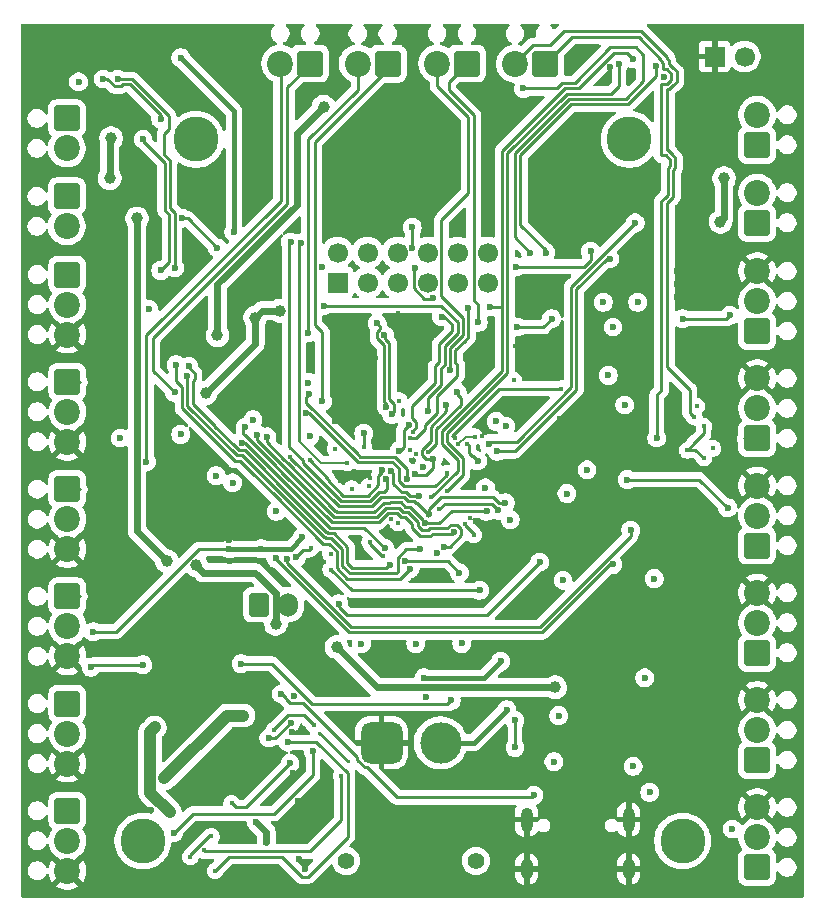
<source format=gbr>
%TF.GenerationSoftware,KiCad,Pcbnew,9.0.4*%
%TF.CreationDate,2025-10-28T21:26:07-04:00*%
%TF.ProjectId,Alpha_Breakout,416c7068-615f-4427-9265-616b6f75742e,rev?*%
%TF.SameCoordinates,Original*%
%TF.FileFunction,Copper,L4,Bot*%
%TF.FilePolarity,Positive*%
%FSLAX46Y46*%
G04 Gerber Fmt 4.6, Leading zero omitted, Abs format (unit mm)*
G04 Created by KiCad (PCBNEW 9.0.4) date 2025-10-28 21:26:07*
%MOMM*%
%LPD*%
G01*
G04 APERTURE LIST*
G04 Aperture macros list*
%AMRoundRect*
0 Rectangle with rounded corners*
0 $1 Rounding radius*
0 $2 $3 $4 $5 $6 $7 $8 $9 X,Y pos of 4 corners*
0 Add a 4 corners polygon primitive as box body*
4,1,4,$2,$3,$4,$5,$6,$7,$8,$9,$2,$3,0*
0 Add four circle primitives for the rounded corners*
1,1,$1+$1,$2,$3*
1,1,$1+$1,$4,$5*
1,1,$1+$1,$6,$7*
1,1,$1+$1,$8,$9*
0 Add four rect primitives between the rounded corners*
20,1,$1+$1,$2,$3,$4,$5,0*
20,1,$1+$1,$4,$5,$6,$7,0*
20,1,$1+$1,$6,$7,$8,$9,0*
20,1,$1+$1,$8,$9,$2,$3,0*%
G04 Aperture macros list end*
%TA.AperFunction,ComponentPad*%
%ADD10RoundRect,0.249999X-0.850001X0.850001X-0.850001X-0.850001X0.850001X-0.850001X0.850001X0.850001X0*%
%TD*%
%TA.AperFunction,ComponentPad*%
%ADD11C,2.200000*%
%TD*%
%TA.AperFunction,ComponentPad*%
%ADD12RoundRect,0.249999X0.850001X-0.850001X0.850001X0.850001X-0.850001X0.850001X-0.850001X-0.850001X0*%
%TD*%
%TA.AperFunction,ComponentPad*%
%ADD13RoundRect,0.249999X0.850001X0.850001X-0.850001X0.850001X-0.850001X-0.850001X0.850001X-0.850001X0*%
%TD*%
%TA.AperFunction,ComponentPad*%
%ADD14C,1.400000*%
%TD*%
%TA.AperFunction,ComponentPad*%
%ADD15RoundRect,0.770000X0.980000X0.980000X-0.980000X0.980000X-0.980000X-0.980000X0.980000X-0.980000X0*%
%TD*%
%TA.AperFunction,ComponentPad*%
%ADD16C,3.500000*%
%TD*%
%TA.AperFunction,ComponentPad*%
%ADD17C,3.800000*%
%TD*%
%TA.AperFunction,ComponentPad*%
%ADD18RoundRect,0.250000X-0.600000X-0.750000X0.600000X-0.750000X0.600000X0.750000X-0.600000X0.750000X0*%
%TD*%
%TA.AperFunction,ComponentPad*%
%ADD19O,1.700000X2.000000*%
%TD*%
%TA.AperFunction,ComponentPad*%
%ADD20R,1.700000X1.700000*%
%TD*%
%TA.AperFunction,ComponentPad*%
%ADD21C,1.700000*%
%TD*%
%TA.AperFunction,HeatsinkPad*%
%ADD22O,1.000000X2.100000*%
%TD*%
%TA.AperFunction,HeatsinkPad*%
%ADD23O,1.000000X1.800000*%
%TD*%
%TA.AperFunction,ViaPad*%
%ADD24C,0.600000*%
%TD*%
%TA.AperFunction,ViaPad*%
%ADD25C,0.400000*%
%TD*%
%TA.AperFunction,ViaPad*%
%ADD26C,1.000000*%
%TD*%
%TA.AperFunction,Conductor*%
%ADD27C,0.250000*%
%TD*%
%TA.AperFunction,Conductor*%
%ADD28C,0.400000*%
%TD*%
%TA.AperFunction,Conductor*%
%ADD29C,0.600000*%
%TD*%
%TA.AperFunction,Conductor*%
%ADD30C,1.000000*%
%TD*%
%TA.AperFunction,Conductor*%
%ADD31C,0.200000*%
%TD*%
G04 APERTURE END LIST*
D10*
%TO.P,J7,1,Pin_1*%
%TO.N,+5V*%
X119200000Y-111000000D03*
D11*
%TO.P,J7,2,Pin_2*%
%TO.N,CH_05*%
X119200000Y-113540000D03*
%TO.P,J7,3,Pin_3*%
%TO.N,GND*%
X119200000Y-116080000D03*
%TD*%
D12*
%TO.P,J12,1,Pin_1*%
%TO.N,+5V*%
X177600000Y-115780000D03*
D11*
%TO.P,J12,2,Pin_2*%
%TO.N,CH_10*%
X177600000Y-113240000D03*
%TO.P,J12,3,Pin_3*%
%TO.N,GND*%
X177600000Y-110700000D03*
%TD*%
D12*
%TO.P,J8,1,Pin_1*%
%TO.N,+5V*%
X177600000Y-124860000D03*
D11*
%TO.P,J8,2,Pin_2*%
%TO.N,CH_09*%
X177600000Y-122320000D03*
%TO.P,J8,3,Pin_3*%
%TO.N,GND*%
X177600000Y-119780000D03*
%TD*%
D13*
%TO.P,J18,1,Pin_1*%
%TO.N,Net-(J18-Pin_1)*%
X146340000Y-65900000D03*
D11*
%TO.P,J18,2,Pin_2*%
%TO.N,Net-(J18-Pin_2)*%
X143800000Y-65900000D03*
%TD*%
D10*
%TO.P,J26,1,Pin_1*%
%TO.N,SW_PWR*%
X119160000Y-70535147D03*
D11*
%TO.P,J26,2,Pin_2*%
%TO.N,Net-(D5-A)*%
X119160000Y-73075147D03*
%TD*%
D12*
%TO.P,J29,1,Pin_1*%
%TO.N,SW_PWR*%
X177600000Y-72779288D03*
D11*
%TO.P,J29,2,Pin_2*%
%TO.N,Net-(D8-A)*%
X177600000Y-70239288D03*
%TD*%
D14*
%TO.P,J22,*%
%TO.N,*%
X153800000Y-133400000D03*
X142800000Y-133400000D03*
D15*
%TO.P,J22,1,Pin_1*%
%TO.N,GND*%
X145800000Y-123400000D03*
D16*
%TO.P,J22,2,Pin_2*%
%TO.N,+BATT*%
X150800000Y-123400000D03*
%TD*%
D10*
%TO.P,J14,1,Pin_1*%
%TO.N,+5V*%
X119200000Y-92840000D03*
D11*
%TO.P,J14,2,Pin_2*%
%TO.N,CH_03*%
X119200000Y-95380000D03*
%TO.P,J14,3,Pin_3*%
%TO.N,GND*%
X119200000Y-97920000D03*
%TD*%
D10*
%TO.P,J10,1,Pin_1*%
%TO.N,+5V*%
X119200000Y-83760000D03*
D11*
%TO.P,J10,2,Pin_2*%
%TO.N,CH_02*%
X119200000Y-86300000D03*
%TO.P,J10,3,Pin_3*%
%TO.N,GND*%
X119200000Y-88840000D03*
%TD*%
D10*
%TO.P,J27,1,Pin_1*%
%TO.N,SW_PWR*%
X119160000Y-77135149D03*
D11*
%TO.P,J27,2,Pin_2*%
%TO.N,Net-(D6-A)*%
X119160000Y-79675149D03*
%TD*%
D12*
%TO.P,J16,1,Pin_1*%
%TO.N,+5V*%
X177600000Y-106700000D03*
D11*
%TO.P,J16,2,Pin_2*%
%TO.N,CH_11*%
X177600000Y-104160000D03*
%TO.P,J16,3,Pin_3*%
%TO.N,GND*%
X177600000Y-101620000D03*
%TD*%
D17*
%TO.P,H3,1*%
%TO.N,N/C*%
X171290000Y-131710000D03*
%TD*%
%TO.P,H1,1*%
%TO.N,N/C*%
X130090000Y-72310000D03*
%TD*%
D12*
%TO.P,J28,1,Pin_1*%
%TO.N,SW_PWR*%
X177600000Y-79369291D03*
D11*
%TO.P,J28,2,Pin_2*%
%TO.N,Net-(D7-A)*%
X177600000Y-76829291D03*
%TD*%
D18*
%TO.P,J36,1,Pin_1*%
%TO.N,+BATT*%
X135400000Y-111700000D03*
D19*
%TO.P,J36,2,Pin_2*%
%TO.N,PYRO_PWR*%
X137900000Y-111700000D03*
%TD*%
D20*
%TO.P,J34,1,Pin_1*%
%TO.N,GND*%
X174000000Y-65300000D03*
D21*
%TO.P,J34,2,Pin_2*%
%TO.N,Net-(J34-Pin_2)*%
X176540000Y-65300000D03*
%TD*%
D17*
%TO.P,H2,1*%
%TO.N,N/C*%
X166780000Y-72310000D03*
%TD*%
D12*
%TO.P,J9,1,Pin_1*%
%TO.N,+5V*%
X177600000Y-88540000D03*
D11*
%TO.P,J9,2,Pin_2*%
%TO.N,CH_13*%
X177600000Y-86000000D03*
%TO.P,J9,3,Pin_3*%
%TO.N,GND*%
X177600000Y-83460000D03*
%TD*%
D22*
%TO.P,J2,S1,SHIELD*%
%TO.N,GND*%
X158085000Y-129900000D03*
D23*
X158085000Y-134080000D03*
D22*
X166725000Y-129900000D03*
D23*
X166725000Y-134080000D03*
%TD*%
D12*
%TO.P,J5,1,Pin_1*%
%TO.N,+5V*%
X177600000Y-97620000D03*
D11*
%TO.P,J5,2,Pin_2*%
%TO.N,CH_12*%
X177600000Y-95080000D03*
%TO.P,J5,3,Pin_3*%
%TO.N,GND*%
X177600000Y-92540000D03*
%TD*%
D10*
%TO.P,J3,1,Pin_1*%
%TO.N,+5V*%
X119200000Y-101920000D03*
D11*
%TO.P,J3,2,Pin_2*%
%TO.N,CH_04*%
X119200000Y-104460000D03*
%TO.P,J3,3,Pin_3*%
%TO.N,GND*%
X119200000Y-107000000D03*
%TD*%
D13*
%TO.P,J19,1,Pin_1*%
%TO.N,Net-(J19-Pin_1)*%
X139750000Y-65890000D03*
D11*
%TO.P,J19,2,Pin_2*%
%TO.N,Net-(J19-Pin_2)*%
X137210000Y-65890000D03*
%TD*%
D13*
%TO.P,J20,1,Pin_1*%
%TO.N,Net-(J20-Pin_1)*%
X153040000Y-65890000D03*
D11*
%TO.P,J20,2,Pin_2*%
%TO.N,Net-(J20-Pin_2)*%
X150500000Y-65890000D03*
%TD*%
D13*
%TO.P,J21,1,Pin_1*%
%TO.N,Net-(J21-Pin_1)*%
X159640000Y-65900000D03*
D11*
%TO.P,J21,2,Pin_2*%
%TO.N,Net-(J21-Pin_2)*%
X157100000Y-65900000D03*
%TD*%
D20*
%TO.P,J35,1,Pin_1*%
%TO.N,+5V*%
X142080000Y-84440000D03*
D21*
%TO.P,J35,2,Pin_2*%
%TO.N,+3.3V*%
X142080000Y-81900000D03*
%TO.P,J35,3,Pin_3*%
%TO.N,/Breakout/PB5*%
X144620000Y-84440000D03*
%TO.P,J35,4,Pin_4*%
%TO.N,/Breakout/PB9*%
X144620000Y-81900000D03*
%TO.P,J35,5,Pin_5*%
%TO.N,/Breakout/PB4*%
X147159999Y-84440000D03*
%TO.P,J35,6,Pin_6*%
%TO.N,/Breakout/PA13*%
X147160000Y-81900000D03*
%TO.P,J35,7,Pin_7*%
%TO.N,/Breakout/PB3*%
X149700000Y-84440000D03*
%TO.P,J35,8,Pin_8*%
%TO.N,/Breakout/PA14*%
X149700000Y-81900000D03*
%TO.P,J35,9,Pin_9*%
%TO.N,/Breakout/PB8*%
X152240000Y-84440000D03*
%TO.P,J35,10,Pin_10*%
%TO.N,/Breakout/PA15*%
X152240000Y-81900000D03*
%TO.P,J35,11,Pin_11*%
%TO.N,GND*%
X154780000Y-84440000D03*
%TO.P,J35,12,Pin_12*%
X154780000Y-81900000D03*
%TD*%
D17*
%TO.P,H4,1*%
%TO.N,N/C*%
X125590000Y-131710000D03*
%TD*%
D12*
%TO.P,J4,1,Pin_1*%
%TO.N,+5V*%
X177600000Y-133940000D03*
D11*
%TO.P,J4,2,Pin_2*%
%TO.N,CH_08*%
X177600000Y-131400000D03*
%TO.P,J4,3,Pin_3*%
%TO.N,GND*%
X177600000Y-128860000D03*
%TD*%
D10*
%TO.P,J15,1,Pin_1*%
%TO.N,+5V*%
X119200000Y-129160000D03*
D11*
%TO.P,J15,2,Pin_2*%
%TO.N,CH_07*%
X119200000Y-131700000D03*
%TO.P,J15,3,Pin_3*%
%TO.N,GND*%
X119200000Y-134240000D03*
%TD*%
D10*
%TO.P,J11,1,Pin_1*%
%TO.N,+5V*%
X119200000Y-120080000D03*
D11*
%TO.P,J11,2,Pin_2*%
%TO.N,CH_06*%
X119200000Y-122620000D03*
%TO.P,J11,3,Pin_3*%
%TO.N,GND*%
X119200000Y-125160000D03*
%TD*%
D24*
%TO.N,GND*%
X166700000Y-82900000D03*
X166000000Y-86500000D03*
D25*
%TO.N,FB*%
X131700000Y-134245000D03*
D24*
X137879073Y-123345573D03*
%TO.N,GND*%
X172600000Y-119500000D03*
X144300000Y-74100000D03*
X143600000Y-73100000D03*
X133500000Y-126700000D03*
D25*
X155300000Y-107200000D03*
D24*
X149900000Y-132700000D03*
X166100000Y-92300000D03*
X143000000Y-76100000D03*
D25*
X171000000Y-99153999D03*
D24*
X145400000Y-129700000D03*
X163100000Y-79200000D03*
X138231520Y-122489117D03*
X171500000Y-117600001D03*
X172600000Y-118600000D03*
X174300000Y-71200000D03*
X171400000Y-109700000D03*
X169300000Y-104100000D03*
D25*
X159800000Y-91700000D03*
X159200000Y-91700000D03*
X128400000Y-101800000D03*
D24*
X146900000Y-129700000D03*
D25*
X142300000Y-101225000D03*
D24*
X134000000Y-93800000D03*
D25*
X133600000Y-103900000D03*
X132900000Y-105600000D03*
D24*
X162400000Y-71400000D03*
X138352564Y-119414799D03*
X172640001Y-125262499D03*
D25*
X148685532Y-98960255D03*
X128400000Y-100300000D03*
D24*
X151400000Y-132700000D03*
X174300000Y-72000000D03*
D25*
X128400000Y-100800000D03*
D24*
X129800000Y-63200000D03*
X138800000Y-133225000D03*
X149900000Y-134200000D03*
D25*
X163900000Y-102400000D03*
D24*
X126242893Y-129057107D03*
D25*
X143200000Y-93700000D03*
D24*
X171500001Y-116700000D03*
D25*
X155700000Y-115300000D03*
D24*
X146900000Y-131200000D03*
X149500000Y-78100000D03*
X175300000Y-72000000D03*
X142800000Y-77100000D03*
D25*
X154309405Y-97398874D03*
D24*
X142100000Y-76100000D03*
X128900000Y-64100000D03*
X146900000Y-132700000D03*
X132500000Y-64100000D03*
X145400000Y-131200000D03*
X165165908Y-66217976D03*
D25*
X134200000Y-102000000D03*
D24*
X172600000Y-113800000D03*
X170800000Y-84599999D03*
X172300000Y-110800000D03*
D25*
X155900000Y-107900000D03*
D24*
X146900000Y-134200000D03*
X131600000Y-63200000D03*
D25*
X150200000Y-88800000D03*
X127200000Y-100800000D03*
X173880000Y-97520000D03*
D24*
X143200000Y-75100000D03*
D25*
X156500000Y-107700000D03*
D24*
X149900000Y-129700000D03*
D25*
X146639460Y-104485845D03*
D24*
X172600000Y-120500000D03*
D25*
X160400000Y-91700000D03*
D24*
X142300000Y-75100000D03*
D25*
X148400000Y-92300000D03*
D24*
X149600000Y-119500000D03*
X171000000Y-122950000D03*
X170800000Y-83500000D03*
D25*
X160800000Y-98200000D03*
X160900000Y-86500000D03*
D24*
X175300000Y-72800000D03*
X138700000Y-128300000D03*
D25*
X154700000Y-106800000D03*
X134800000Y-102000000D03*
D24*
X161300000Y-71400000D03*
X160900000Y-79200000D03*
D25*
X153300000Y-104400000D03*
D24*
X132975000Y-108000000D03*
D25*
X155200000Y-114900000D03*
X127800000Y-100300000D03*
X134650000Y-131300000D03*
X145325000Y-90800000D03*
D24*
X139300000Y-134100000D03*
D25*
X160800000Y-97700000D03*
X164300000Y-102100000D03*
X166500000Y-100000000D03*
X174100000Y-129600000D03*
X164200000Y-103400000D03*
D24*
X169300000Y-102600000D03*
X148400000Y-132700000D03*
D25*
X160800000Y-95900000D03*
D24*
X138400000Y-130400000D03*
X144100000Y-75100000D03*
D25*
X130675000Y-130500500D03*
X143200000Y-94200000D03*
D24*
X141900000Y-77100000D03*
X131600000Y-64900000D03*
D25*
X128400000Y-101300000D03*
D24*
X151400000Y-131200000D03*
X162000001Y-79200000D03*
X142300000Y-120975000D03*
X174300000Y-72800000D03*
X145400000Y-134200000D03*
X149900000Y-131200000D03*
X129800000Y-64100000D03*
X132500000Y-64900000D03*
X135442698Y-121416012D03*
X134400000Y-134145000D03*
X130700000Y-63200000D03*
X138300000Y-126000000D03*
X142700000Y-73100000D03*
X148400000Y-131200000D03*
X171400000Y-110800000D03*
X141900000Y-96200000D03*
X132500000Y-63200000D03*
D25*
X127200000Y-100300000D03*
X132225000Y-130500500D03*
D24*
X163500000Y-71400000D03*
D25*
X127200000Y-101300000D03*
D24*
X172600000Y-114800000D03*
X147600000Y-74700000D03*
X145400000Y-132700000D03*
X169300000Y-105700000D03*
D25*
X127200000Y-101800000D03*
D24*
X172600000Y-112900000D03*
D25*
X144853851Y-100957613D03*
D24*
X143700000Y-77100000D03*
X147300000Y-78100000D03*
X171400000Y-108600000D03*
D25*
X127800000Y-101800000D03*
D24*
X148400000Y-134200000D03*
D25*
X157100000Y-89800000D03*
D24*
X175300000Y-71200000D03*
X151400000Y-129700000D03*
X132923000Y-106200294D03*
X130700000Y-64900000D03*
X172600000Y-111900000D03*
X123925000Y-93491942D03*
D25*
X140890676Y-108134782D03*
D24*
X142500000Y-74100000D03*
X143900000Y-76100000D03*
D25*
X147200000Y-87000000D03*
D24*
X148400000Y-78100000D03*
D25*
X161400000Y-97700000D03*
X134500000Y-101500000D03*
D24*
X170800000Y-85700000D03*
X144500000Y-73100000D03*
X151400000Y-134200000D03*
X172600000Y-115700000D03*
X172600000Y-116700000D03*
X172300000Y-108600000D03*
X130700000Y-64100000D03*
X172600000Y-117600000D03*
D25*
X127800000Y-100800000D03*
D24*
X128900000Y-63200000D03*
D25*
X144224019Y-91871106D03*
D24*
X172300000Y-109700000D03*
D25*
X127800000Y-101300000D03*
X159200000Y-86600000D03*
D24*
X148400000Y-129700000D03*
X143400000Y-74100000D03*
D25*
X161400000Y-98200000D03*
D24*
X131600000Y-64100000D03*
%TO.N,+BATT*%
X155900000Y-116500000D03*
X149400000Y-117900000D03*
X156400000Y-120600000D03*
%TO.N,+5V*%
X171300000Y-87500000D03*
X138100000Y-121700000D03*
X132923000Y-107000297D03*
X157300000Y-88200000D03*
X139100904Y-106000904D03*
X166613500Y-101113500D03*
X128800000Y-65400000D03*
X175300000Y-87200000D03*
X157300000Y-88200000D03*
X150200000Y-85775000D03*
X121200000Y-117000000D03*
X121400000Y-114000000D03*
X175500000Y-130700000D03*
X160200000Y-87500000D03*
X175100000Y-103500000D03*
X148600000Y-83200000D03*
X125600000Y-116800000D03*
X133300000Y-80175000D03*
X135600000Y-106980999D03*
X120150000Y-67450000D03*
X136262500Y-123000000D03*
%TO.N,+3.3V*%
X167100000Y-125400000D03*
X140800000Y-83100000D03*
X148700000Y-115000000D03*
X169700000Y-67000000D03*
X165400000Y-88200000D03*
X168500000Y-127600000D03*
X160400000Y-125000000D03*
D25*
X148200000Y-98600000D03*
D24*
X144100000Y-115000000D03*
X168900000Y-109500000D03*
X161167582Y-109625000D03*
X160800000Y-121100000D03*
X164576000Y-86100000D03*
X161500000Y-102300000D03*
X139707132Y-97443214D03*
D25*
X172500000Y-94900000D03*
D24*
X155500000Y-96200000D03*
X156700000Y-104500000D03*
X128800000Y-97300000D03*
X131800000Y-100800000D03*
X136900000Y-103800000D03*
D25*
X147179674Y-104798973D03*
D24*
X133200000Y-101400000D03*
X123700000Y-97600000D03*
D25*
X141484637Y-107409042D03*
X144717750Y-101657934D03*
D24*
X154600000Y-101825000D03*
X166400000Y-94800000D03*
X168090001Y-117909999D03*
X165000000Y-92300000D03*
D25*
X141900000Y-98500000D03*
D24*
X126100000Y-86700000D03*
X134919828Y-96054414D03*
D25*
X143286681Y-101891398D03*
D24*
X139600000Y-92900000D03*
D25*
X173880000Y-98480000D03*
X157000000Y-92700000D03*
X147297975Y-94438901D03*
D24*
X156300000Y-96600000D03*
X152600000Y-114989000D03*
X167500000Y-86100000D03*
X163200000Y-100300000D03*
%TO.N,/prog/USB_RX*%
X149338243Y-100075000D03*
X147794638Y-107989246D03*
X149000000Y-102500000D03*
X152400000Y-109000000D03*
X146637060Y-100420944D03*
X157100000Y-121500000D03*
X157100000Y-123800000D03*
D25*
%TO.N,Net-(PS1-FB)*%
X131401419Y-131321739D03*
X129622589Y-133077868D03*
D24*
%TO.N,/prog/USB_TX*%
X151300000Y-94800000D03*
X148598745Y-100611201D03*
X150177484Y-99342116D03*
D25*
%TO.N,Net-(U1-NRST)*%
X141499701Y-108734499D03*
D24*
X154100000Y-110500000D03*
%TO.N,Net-(U1-BOOT0)*%
X142160847Y-111639153D03*
X144300000Y-97200000D03*
D25*
X144306940Y-98366351D03*
D24*
X159200000Y-108100000D03*
%TO.N,/stm32f1/SPI1_MISO*%
X154691942Y-103791942D03*
X136100000Y-97500000D03*
X149500000Y-104800000D03*
D26*
%TO.N,SW_PWR*%
X174500000Y-79300000D03*
X125099000Y-79000000D03*
X174800000Y-75600000D03*
X127600000Y-108000000D03*
X142000000Y-115300000D03*
X122900000Y-72200000D03*
X122800000Y-75600000D03*
X160500000Y-118700000D03*
D24*
%TO.N,/stm32f1/SPI1_MOSI*%
X149815136Y-104064682D03*
X156283884Y-103083884D03*
D25*
X138090137Y-99209863D03*
D24*
%TO.N,Net-(J23-Pin_1)*%
X123472501Y-67200000D03*
X128300000Y-83200000D03*
%TO.N,Net-(J23-Pin_2)*%
X127114000Y-83414000D03*
X127100000Y-70600000D03*
X122222501Y-67200000D03*
X125608518Y-72291127D03*
%TO.N,Net-(C31-Pad1)*%
X128200000Y-131000000D03*
X140000000Y-124100000D03*
D26*
%TO.N,Net-(C31-Pad2)*%
X127900000Y-129300000D03*
X126600000Y-122100000D03*
D24*
%TO.N,/ADCs/SDA*%
X148089456Y-96465000D03*
X147293953Y-98673077D03*
D25*
X139707844Y-99492156D03*
D24*
X145850299Y-100276000D03*
%TO.N,/RS-485/DIR_RS485*%
X128400000Y-91400000D03*
X150518106Y-107349000D03*
X148205158Y-108675888D03*
%TO.N,Net-(D3-K)*%
X133900000Y-116700000D03*
X151700000Y-119800000D03*
%TO.N,Net-(D9-K)*%
X138591962Y-107686863D03*
D25*
X139825000Y-106914079D03*
%TO.N,Net-(U8-T-)*%
X173100000Y-99300000D03*
X173100000Y-96600000D03*
X171699999Y-98641320D03*
%TO.N,en*%
X142400000Y-126200000D03*
X130800000Y-132448000D03*
D24*
%TO.N,Net-(J18-Pin_2)*%
X139600000Y-88700000D03*
D25*
%TO.N,Net-(PS1-VBST)*%
X133100000Y-128500000D03*
D24*
X138050000Y-125150000D03*
%TO.N,/stm32f1/TC2_CS*%
X155673145Y-103704015D03*
D25*
X150700000Y-103600000D03*
D24*
%TO.N,USB_V+*%
X158700000Y-127844000D03*
X137318883Y-119265001D03*
D26*
%TO.N,BATT_V+*%
X127425000Y-126400000D03*
D24*
X135200000Y-130100000D03*
D26*
X134100000Y-121100000D03*
D24*
X136045937Y-131761240D03*
D25*
X136715947Y-122292992D03*
X140100000Y-121900000D03*
D24*
%TO.N,Net-(J18-Pin_1)*%
X140800000Y-94500000D03*
%TO.N,Net-(J19-Pin_2)*%
X125900000Y-99600000D03*
%TO.N,Net-(J19-Pin_1)*%
X128275828Y-93718783D03*
%TO.N,Net-(J20-Pin_1)*%
X154000000Y-87800000D03*
%TO.N,Net-(J20-Pin_2)*%
X151600000Y-91800000D03*
D25*
%TO.N,Net-(J21-Pin_2)*%
X172278768Y-95821232D03*
D24*
%TO.N,Net-(J21-Pin_1)*%
X169100000Y-97600000D03*
D26*
%TO.N,Net-(J34-Pin_2)*%
X131900000Y-88900000D03*
X140900000Y-69552000D03*
D24*
%TO.N,SCL_5V*%
X137800000Y-107800000D03*
X166900000Y-105400000D03*
%TO.N,SDA_5V*%
X136858058Y-107775000D03*
X165400000Y-108300000D03*
%TO.N,/Breakout/PA14*%
X150882558Y-87317442D03*
D25*
X148424691Y-97079506D03*
%TO.N,/ADS1231/LC_DRDY{slash}DOUT*%
X161000000Y-93418785D03*
X152000000Y-97600000D03*
D24*
%TO.N,/Accelerometer/ACC_SDA*%
X163500000Y-81800000D03*
X155000000Y-86500000D03*
X167100000Y-65499000D03*
D25*
X150028768Y-102617029D03*
D24*
X157200000Y-83100000D03*
%TO.N,/Breakout/PB4*%
X146206088Y-94940222D03*
X145425000Y-87900000D03*
%TO.N,/Solenoids/S1*%
X128925000Y-79000000D03*
X139700000Y-93900000D03*
X131900000Y-81500000D03*
X147922472Y-101038588D03*
%TO.N,/Solenoids/S2*%
X140900000Y-86400000D03*
X149724997Y-95343145D03*
D25*
X153068152Y-98089384D03*
D24*
X153929379Y-99529379D03*
D25*
%TO.N,/ADS1231/LC_SCLK*%
X153710113Y-97471257D03*
X152309404Y-98114073D03*
%TO.N,/Breakout/PA15*%
X148197254Y-97634731D03*
D24*
X153100000Y-86600000D03*
%TO.N,/Breakout/PB8*%
X138100000Y-81000000D03*
X146149144Y-101066972D03*
%TO.N,/Breakout/PA13*%
X152200000Y-93700000D03*
D25*
X149736532Y-98798457D03*
D24*
X148397567Y-81544791D03*
X148397567Y-79775000D03*
%TO.N,/Breakout/PB9*%
X138975000Y-81100000D03*
D25*
X142918261Y-99718261D03*
D24*
%TO.N,/Breakout/PB3*%
X146050000Y-88900000D03*
X146658520Y-95600000D03*
%TO.N,Net-(J30-Pin_2)*%
X159700000Y-81900000D03*
X169033086Y-66066914D03*
%TO.N,Net-(J30-Pin_3)*%
X158400000Y-81900000D03*
X157800000Y-68000000D03*
%TO.N,/Pyro/PYRO1*%
X139405001Y-95500000D03*
D25*
X151313258Y-100573000D03*
%TO.N,/Hardware_Safe/K1*%
X144797832Y-106402168D03*
X145894835Y-107618586D03*
%TO.N,/Hardware_Safe/BW1*%
X153600000Y-105800000D03*
X152887104Y-104912896D03*
D26*
%TO.N,PYRO_PWR*%
X136857107Y-113342893D03*
X137175000Y-86824911D03*
X130900000Y-93800000D03*
X130101302Y-108373962D03*
X135100000Y-87400000D03*
D24*
%TO.N,/Accelerometer/ACC_SCL*%
X165900000Y-65900000D03*
D25*
X151314674Y-102075000D03*
D24*
%TO.N,/Solenoids/S3*%
X165123037Y-82423037D03*
X155600000Y-98723877D03*
%TO.N,/Solenoids/S4*%
X154889662Y-98098877D03*
X167274000Y-79388190D03*
%TO.N,/RS-485/TX_RS485*%
X146543638Y-108330133D03*
X129500000Y-91500000D03*
%TO.N,/stm32f1/SPI1_SCK*%
X151100000Y-106800000D03*
X135276347Y-97304414D03*
%TO.N,/RS-485/RX_RS485*%
X149100000Y-107000000D03*
X129358058Y-92341942D03*
%TO.N,/stm32f1/TC3_CS*%
X134000000Y-98000000D03*
X146082271Y-106944144D03*
%TO.N,/stm32f1/TC1_CS*%
X151910327Y-105563881D03*
X134272463Y-96679414D03*
%TD*%
D27*
%TO.N,FB*%
X142926000Y-131359298D02*
X142926000Y-125982123D01*
X137365702Y-133051000D02*
X139040702Y-134726000D01*
X139559298Y-134726000D02*
X142926000Y-131359298D01*
X142926000Y-125982123D02*
X140289450Y-123345573D01*
X139040702Y-134726000D02*
X139559298Y-134726000D01*
X131700000Y-134245000D02*
X132894000Y-133051000D01*
X140289450Y-123345573D02*
X137879073Y-123345573D01*
X132894000Y-133051000D02*
X137365702Y-133051000D01*
D28*
%TO.N,+BATT*%
X154500000Y-117900000D02*
X149400000Y-117900000D01*
X155900000Y-116500000D02*
X154500000Y-117900000D01*
X153600000Y-123400000D02*
X156400000Y-120600000D01*
X150800000Y-123400000D02*
X153600000Y-123400000D01*
%TO.N,+5V*%
X138099703Y-107000297D02*
X132923000Y-107000297D01*
D27*
X136800000Y-123000000D02*
X138100000Y-121700000D01*
X177593001Y-115780000D02*
X177600000Y-115780000D01*
X130306826Y-107000297D02*
X123307123Y-114000000D01*
X175000000Y-87500000D02*
X175300000Y-87200000D01*
X125600000Y-116800000D02*
X121400000Y-116800000D01*
D28*
X133300000Y-69900000D02*
X128800000Y-65400000D01*
X133300000Y-80175000D02*
X133300000Y-69900000D01*
D27*
X149396884Y-85800000D02*
X150200000Y-85800000D01*
X148600000Y-83200000D02*
X148524000Y-83276000D01*
X150200000Y-85800000D02*
X150200000Y-85775000D01*
X119206999Y-83760000D02*
X119200000Y-83760000D01*
X136262500Y-123000000D02*
X136800000Y-123000000D01*
X120299999Y-111000000D02*
X119200000Y-111000000D01*
X120299999Y-92840000D02*
X119200000Y-92840000D01*
X176500001Y-97620000D02*
X177600000Y-97620000D01*
X171300000Y-87500000D02*
X175000000Y-87500000D01*
X177600000Y-124860000D02*
X177593001Y-124860000D01*
X120299999Y-101920000D02*
X119200000Y-101920000D01*
X123307123Y-114000000D02*
X121400000Y-114000000D01*
X148524000Y-84927116D02*
X149396884Y-85800000D01*
X172713500Y-101113500D02*
X175100000Y-103500000D01*
X148524000Y-83276000D02*
X148524000Y-84927116D01*
X121400000Y-116800000D02*
X121200000Y-117000000D01*
X132923000Y-107000297D02*
X130306826Y-107000297D01*
D28*
X139099096Y-106000904D02*
X139100904Y-106000904D01*
D27*
X157300000Y-88200000D02*
X159500000Y-88200000D01*
X139100904Y-106000904D02*
X139100000Y-106000000D01*
X177318370Y-133940000D02*
X177600000Y-133940000D01*
D28*
X138099703Y-107000297D02*
X139099096Y-106000904D01*
D27*
X166613500Y-101113500D02*
X172713500Y-101113500D01*
X159500000Y-88200000D02*
X160200000Y-87500000D01*
%TO.N,/prog/USB_RX*%
X146637060Y-100420944D02*
X146800000Y-100583884D01*
X149299997Y-108000000D02*
X151400000Y-108000000D01*
X146800000Y-101400000D02*
X146812060Y-101412060D01*
X149338243Y-100075000D02*
X149338243Y-100038243D01*
X157100000Y-121500000D02*
X157100000Y-123800000D01*
X147794638Y-107989246D02*
X149289243Y-107989246D01*
X151400000Y-108000000D02*
X152400000Y-109000000D01*
X146800000Y-100583884D02*
X146800000Y-101400000D01*
X146812060Y-101449870D02*
X147511190Y-102149000D01*
X147853512Y-102149000D02*
X148204512Y-102500000D01*
X148204512Y-102500000D02*
X149000000Y-102500000D01*
X149289243Y-107989246D02*
X149299997Y-108000000D01*
X147511190Y-102149000D02*
X147853512Y-102149000D01*
X146812060Y-101412060D02*
X146812060Y-101449870D01*
X149338243Y-100075000D02*
X149210532Y-99947289D01*
%TO.N,Net-(PS1-FB)*%
X131401419Y-131321739D02*
X131182384Y-131321739D01*
X129622589Y-132881534D02*
X129622589Y-133077868D01*
X131182384Y-131321739D02*
X129622589Y-132881534D01*
%TO.N,/prog/USB_TX*%
X149210532Y-99016334D02*
X149536314Y-99342116D01*
X149536314Y-99342116D02*
X150177484Y-99342116D01*
X151300000Y-95324380D02*
X149949000Y-96675380D01*
X148688544Y-100701000D02*
X148598745Y-100611201D01*
X149949000Y-96675380D02*
X149949000Y-97842112D01*
X150177484Y-99342116D02*
X150177484Y-100121057D01*
X149210532Y-98580580D02*
X149210532Y-99016334D01*
X150177484Y-100121057D02*
X149597541Y-100701000D01*
X149597541Y-100701000D02*
X148688544Y-100701000D01*
X149949000Y-97842112D02*
X149210532Y-98580580D01*
X151300000Y-94800000D02*
X151300000Y-95324380D01*
%TO.N,Net-(U1-NRST)*%
X143262190Y-110500000D02*
X154100000Y-110500000D01*
X141499701Y-108734499D02*
X141499701Y-108737511D01*
X141499701Y-108737511D02*
X143262190Y-110500000D01*
%TO.N,Net-(U1-BOOT0)*%
X144306940Y-98297989D02*
X144306940Y-98366351D01*
X142160847Y-111885227D02*
X142160847Y-111639153D01*
X142875620Y-112600000D02*
X142337810Y-112062190D01*
X159200000Y-108100000D02*
X154700000Y-112600000D01*
X142337810Y-112062190D02*
X142160847Y-111885227D01*
X144300000Y-97200000D02*
X144300000Y-98359411D01*
X154700000Y-112600000D02*
X142875620Y-112600000D01*
X144300000Y-98359411D02*
X144306940Y-98366351D01*
%TO.N,/stm32f1/SPI1_MISO*%
X137873673Y-99735863D02*
X137872260Y-99735863D01*
X149500000Y-104800000D02*
X149325000Y-104625000D01*
X145972732Y-103058845D02*
X145194380Y-103837197D01*
X147479892Y-103051000D02*
X146555992Y-103051000D01*
X146555992Y-103051000D02*
X146548147Y-103058845D01*
X147830892Y-103402000D02*
X147479892Y-103051000D01*
X146548147Y-103058845D02*
X145972732Y-103058845D01*
X151757778Y-103742222D02*
X154642222Y-103742222D01*
X150700000Y-104800000D02*
X151757778Y-103742222D01*
X154642222Y-103742222D02*
X154691942Y-103791942D01*
X137872260Y-99735863D02*
X137564137Y-99427740D01*
X149500000Y-104800000D02*
X150700000Y-104800000D01*
X145194380Y-103837197D02*
X141996620Y-103837197D01*
X141996620Y-103837197D02*
X141910423Y-103751000D01*
X136100000Y-97962190D02*
X136100000Y-97500000D01*
X137564137Y-99427740D02*
X137564137Y-99426327D01*
X149325000Y-104525000D02*
X148202000Y-103402000D01*
X137564137Y-99426327D02*
X136100000Y-97962190D01*
X141910423Y-103751000D02*
X141888810Y-103751000D01*
X141888810Y-103751000D02*
X137873673Y-99735863D01*
X149325000Y-104625000D02*
X149325000Y-104525000D01*
X148202000Y-103402000D02*
X147830892Y-103402000D01*
D29*
%TO.N,SW_PWR*%
X122800000Y-75600000D02*
X122800000Y-72300000D01*
X174800000Y-75600000D02*
X174800000Y-79000000D01*
X125099000Y-105499000D02*
X127600000Y-108000000D01*
X122800000Y-72300000D02*
X122900000Y-72200000D01*
X174800000Y-79000000D02*
X174500000Y-79300000D01*
X125099000Y-79000000D02*
X125099000Y-105499000D01*
X160500000Y-118700000D02*
X145400000Y-118700000D01*
X145400000Y-118700000D02*
X142000000Y-115300000D01*
D27*
%TO.N,/stm32f1/SPI1_MOSI*%
X155267125Y-102600000D02*
X150800000Y-102600000D01*
X148565702Y-102951000D02*
X148740702Y-103126000D01*
X155751009Y-103083884D02*
X155267125Y-102600000D01*
X146361337Y-102607845D02*
X146369182Y-102600000D01*
X142183430Y-103386197D02*
X145007570Y-103386197D01*
X145834896Y-102600000D02*
X145842741Y-102607845D01*
X138090137Y-99209863D02*
X138060847Y-99239153D01*
X148740702Y-103126000D02*
X148826000Y-103126000D01*
X148017702Y-102951000D02*
X148565702Y-102951000D01*
X146369182Y-102600000D02*
X147666702Y-102600000D01*
X156283884Y-103083884D02*
X155751009Y-103083884D01*
X142075620Y-103300000D02*
X142097233Y-103300000D01*
X148826000Y-103126000D02*
X149705818Y-104005818D01*
X145842741Y-102607845D02*
X146361337Y-102607845D01*
X149705818Y-104174000D02*
X149815136Y-104064682D01*
X145793767Y-102600000D02*
X145834896Y-102600000D01*
X147666702Y-102600000D02*
X148017702Y-102951000D01*
X138060847Y-99285227D02*
X142075620Y-103300000D01*
X149815136Y-103584864D02*
X149815136Y-104064682D01*
X150800000Y-102600000D02*
X149815136Y-103584864D01*
X145007570Y-103386197D02*
X145793767Y-102600000D01*
X149705818Y-104005818D02*
X149705818Y-104174000D01*
X138060847Y-99239153D02*
X138060847Y-99285227D01*
X142097233Y-103300000D02*
X142183430Y-103386197D01*
%TO.N,Net-(J23-Pin_1)*%
X127400000Y-73606066D02*
X127400000Y-71851960D01*
X124670146Y-67200000D02*
X123472501Y-67200000D01*
X127800000Y-71451960D02*
X127800000Y-70329854D01*
X128300000Y-83200000D02*
X128300000Y-78543506D01*
X127400000Y-71851960D02*
X127800000Y-71451960D01*
X127891065Y-78134571D02*
X127891065Y-74097132D01*
X127800000Y-70329854D02*
X124670146Y-67200000D01*
X128300000Y-78543506D02*
X127891065Y-78134571D01*
X127891065Y-74097132D02*
X127400000Y-73606066D01*
%TO.N,Net-(J23-Pin_2)*%
X123906799Y-67651000D02*
X123731799Y-67826000D01*
X124483336Y-67651000D02*
X123906799Y-67651000D01*
X127849000Y-78730316D02*
X127440065Y-78321381D01*
X127440065Y-78321381D02*
X127440065Y-74283942D01*
X127100000Y-70267664D02*
X124483336Y-67651000D01*
X127849000Y-82679000D02*
X127849000Y-78730316D01*
X127114000Y-83414000D02*
X127849000Y-82679000D01*
X122587203Y-67200000D02*
X122222501Y-67200000D01*
X125608518Y-72452395D02*
X125608518Y-72291127D01*
X127100000Y-70600000D02*
X127100000Y-70267664D01*
X123213203Y-67826000D02*
X122587203Y-67200000D01*
X123731799Y-67826000D02*
X123213203Y-67826000D01*
X127440065Y-74283942D02*
X125608518Y-72452395D01*
%TO.N,Net-(C31-Pad1)*%
X140000000Y-124100000D02*
X140000000Y-126100440D01*
X136700440Y-129400000D02*
X129800000Y-129400000D01*
X140000000Y-126100440D02*
X136700440Y-129400000D01*
X129800000Y-129400000D02*
X128200000Y-131000000D01*
D30*
%TO.N,Net-(C31-Pad2)*%
X126224000Y-127624000D02*
X127900000Y-129300000D01*
X126600000Y-122100000D02*
X126224000Y-122476000D01*
X126224000Y-122476000D02*
X126224000Y-127624000D01*
D27*
%TO.N,/ADCs/SDA*%
X147672254Y-96882202D02*
X148089456Y-96465000D01*
X145523144Y-100807674D02*
X145850299Y-100480519D01*
X141257520Y-101184667D02*
X142557050Y-102484197D01*
X147672254Y-98327746D02*
X147672254Y-96882202D01*
X141257520Y-101041832D02*
X141257520Y-101184667D01*
X147326923Y-98673077D02*
X147672254Y-98327746D01*
X145523144Y-101595003D02*
X145523144Y-100807674D01*
X144633949Y-102484197D02*
X145523144Y-101595003D01*
X145850299Y-100480519D02*
X145850299Y-100276000D01*
X147293953Y-98673077D02*
X147326923Y-98673077D01*
X142557050Y-102484197D02*
X144633949Y-102484197D01*
X139707844Y-99492156D02*
X141257520Y-101041832D01*
X139707844Y-99492156D02*
X139707844Y-99387503D01*
%TO.N,/RS-485/DIR_RS485*%
X140767950Y-106457000D02*
X136752815Y-102441863D01*
X141367577Y-106543197D02*
X140875760Y-106543197D01*
X150518106Y-107349000D02*
X150570106Y-107401000D01*
X136751400Y-102441863D02*
X134858137Y-100548600D01*
X128901828Y-93459485D02*
X128900000Y-93457657D01*
X133367082Y-99528000D02*
X128900000Y-95060918D01*
X134858137Y-100547185D02*
X133838952Y-99528000D01*
X147381046Y-109500000D02*
X142900000Y-109500000D01*
X128900000Y-93300000D02*
X128400000Y-92800000D01*
X140789563Y-106457000D02*
X140767950Y-106457000D01*
X128900000Y-93457657D02*
X128900000Y-93300000D01*
X136752815Y-102441863D02*
X136751400Y-102441863D01*
X142900000Y-109500000D02*
X142009637Y-108609637D01*
X128901828Y-93978081D02*
X128901828Y-93459485D01*
X142009637Y-107185257D02*
X141367577Y-106543197D01*
X128900000Y-93979909D02*
X128901828Y-93978081D01*
X134858137Y-100548600D02*
X134858137Y-100547185D01*
X140875760Y-106543197D02*
X140789563Y-106457000D01*
X142009637Y-108609637D02*
X142009637Y-107185257D01*
X133838952Y-99528000D02*
X133367082Y-99528000D01*
X148205158Y-108675888D02*
X147381046Y-109500000D01*
X128900000Y-95060918D02*
X128900000Y-93979909D01*
X128400000Y-92800000D02*
X128400000Y-91400000D01*
%TO.N,Net-(D3-K)*%
X151700000Y-119800000D02*
X151374000Y-120126000D01*
X151374000Y-120126000D02*
X139949063Y-120126000D01*
X139949063Y-120126000D02*
X136523063Y-116700000D01*
X136523063Y-116700000D02*
X133900000Y-116700000D01*
%TO.N,Net-(D9-K)*%
X139639079Y-107100000D02*
X139178825Y-107100000D01*
X139178825Y-107100000D02*
X138591962Y-107686863D01*
X139825000Y-106914079D02*
X139639079Y-107100000D01*
%TO.N,Net-(U8-T-)*%
X171699999Y-98641320D02*
X171761321Y-98579998D01*
X171761321Y-98579998D02*
X172379998Y-98579998D01*
X171699999Y-98641320D02*
X172177689Y-98163630D01*
X172177689Y-98122311D02*
X173100000Y-97200000D01*
X173100000Y-97200000D02*
X173100000Y-96600000D01*
X172379998Y-98579998D02*
X173100000Y-99300000D01*
X172177689Y-98163630D02*
X172177689Y-98122311D01*
%TO.N,en*%
X142400000Y-129923108D02*
X142400000Y-126200000D01*
X130800000Y-132448000D02*
X130800000Y-132600000D01*
X130800000Y-132600000D02*
X139723108Y-132600000D01*
X139723108Y-132600000D02*
X142400000Y-129923108D01*
%TO.N,Net-(J18-Pin_2)*%
X143800000Y-68120768D02*
X139600000Y-72320768D01*
X139600000Y-72320768D02*
X139600000Y-88700000D01*
X143800000Y-65900000D02*
X143800000Y-68120768D01*
%TO.N,Net-(PS1-VBST)*%
X134325000Y-128875000D02*
X136800000Y-126400000D01*
X133475000Y-128875000D02*
X134325000Y-128875000D01*
X133100000Y-128500000D02*
X133475000Y-128875000D01*
X136800000Y-126400000D02*
X138050000Y-125150000D01*
%TO.N,/stm32f1/TC2_CS*%
X155673145Y-103704015D02*
X155135072Y-103165942D01*
X155135072Y-103165942D02*
X151134058Y-103165942D01*
X151134058Y-103165942D02*
X150700000Y-103600000D01*
%TO.N,USB_V+*%
X144576000Y-125476000D02*
X147118000Y-128018000D01*
X137365001Y-119265001D02*
X137726564Y-119626564D01*
X143724000Y-124624000D02*
X143724000Y-124833978D01*
X138093266Y-120040799D02*
X139140799Y-120040799D01*
X137726564Y-119626564D02*
X137726564Y-119674097D01*
X137318883Y-119265001D02*
X137365001Y-119265001D01*
X144366022Y-125476000D02*
X144576000Y-125476000D01*
X158526000Y-128018000D02*
X158700000Y-127844000D01*
X147118000Y-128018000D02*
X158526000Y-128018000D01*
X139140799Y-120040799D02*
X143724000Y-124624000D01*
X137726564Y-119674097D02*
X138093266Y-120040799D01*
X143724000Y-124833978D02*
X144366022Y-125476000D01*
D29*
%TO.N,BATT_V+*%
X135200000Y-130100000D02*
X136045937Y-130945937D01*
D27*
X136715947Y-122198755D02*
X136715947Y-122292992D01*
D30*
X132725000Y-121100000D02*
X127425000Y-126400000D01*
D27*
X140100000Y-121900000D02*
X139274000Y-121074000D01*
X139274000Y-121074000D02*
X137840702Y-121074000D01*
X137840702Y-121074000D02*
X136715947Y-122198755D01*
D29*
X136045937Y-130945937D02*
X136045937Y-131761240D01*
D30*
X134100000Y-121100000D02*
X132725000Y-121100000D01*
D27*
%TO.N,Net-(J18-Pin_1)*%
X146340000Y-66360000D02*
X140151000Y-72549000D01*
X140151000Y-72549000D02*
X140151000Y-88000000D01*
X146340000Y-65900000D02*
X146340000Y-66360000D01*
X140800000Y-88649000D02*
X140800000Y-94500000D01*
X140151000Y-88000000D02*
X140800000Y-88649000D01*
%TO.N,Net-(J19-Pin_2)*%
X125900000Y-99600000D02*
X125900000Y-88900000D01*
X137260000Y-77540000D02*
X137260000Y-65900000D01*
X125900000Y-88900000D02*
X137260000Y-77540000D01*
%TO.N,Net-(J19-Pin_1)*%
X126451000Y-91893955D02*
X128275828Y-93718783D01*
X137811000Y-67889000D02*
X137811000Y-77768232D01*
X126451000Y-89128232D02*
X126451000Y-91893955D01*
X137811000Y-77768232D02*
X126451000Y-89128232D01*
X139800000Y-65900000D02*
X137811000Y-67889000D01*
%TO.N,Net-(J20-Pin_1)*%
X153600000Y-70223000D02*
X153600000Y-85900000D01*
X151477000Y-67463000D02*
X151477000Y-68100000D01*
X153040000Y-65900000D02*
X151477000Y-67463000D01*
X151477000Y-68100000D02*
X153600000Y-70223000D01*
X153600000Y-85900000D02*
X154000000Y-86300000D01*
X154000000Y-86300000D02*
X154000000Y-87800000D01*
%TO.N,Net-(J20-Pin_2)*%
X150500000Y-65890000D02*
X150500000Y-67760810D01*
X150876000Y-79124000D02*
X150876000Y-85576000D01*
X153149000Y-70409810D02*
X153149000Y-76851000D01*
X151600000Y-90000000D02*
X151600000Y-91800000D01*
X153149000Y-76851000D02*
X150876000Y-79124000D01*
X152700000Y-87400000D02*
X152700000Y-88900000D01*
X152700000Y-88900000D02*
X151600000Y-90000000D01*
X150876000Y-85576000D02*
X152700000Y-87400000D01*
X150500000Y-65900000D02*
X151000000Y-66400000D01*
X150500000Y-67760810D02*
X153149000Y-70409810D01*
%TO.N,Net-(J21-Pin_2)*%
X170677000Y-74372488D02*
X170677000Y-74227512D01*
X170310298Y-73487190D02*
X170046108Y-73223000D01*
X170146108Y-65923000D02*
X170110086Y-65923000D01*
X158611774Y-64336000D02*
X157100000Y-65847774D01*
X170677000Y-74227512D02*
X170677000Y-73853892D01*
X170677000Y-73853892D02*
X170412810Y-73589702D01*
X170146108Y-68077000D02*
X170410298Y-67812810D01*
X170502000Y-76800000D02*
X170502000Y-76426380D01*
X170000000Y-77675620D02*
X170237810Y-77437810D01*
X170000000Y-68077000D02*
X170146108Y-68077000D01*
X160044272Y-64336000D02*
X158611774Y-64336000D01*
X170777000Y-66927512D02*
X170777000Y-66553892D01*
X170512810Y-67710298D02*
X170777000Y-67446108D01*
X170410298Y-66187190D02*
X170146108Y-65923000D01*
X170237810Y-77437810D02*
X170502000Y-77173620D01*
X170000000Y-65510720D02*
X170000000Y-65300000D01*
X170110086Y-65620806D02*
X170000000Y-65510720D01*
X170000000Y-65300000D02*
X167800000Y-63100000D01*
X170777000Y-66553892D02*
X170512810Y-66289702D01*
X170412810Y-73589702D02*
X170310298Y-73487190D01*
X171900000Y-93500000D02*
X170000000Y-91600000D01*
X161280272Y-63100000D02*
X160044272Y-64336000D01*
X157100000Y-65847774D02*
X157100000Y-65900000D01*
X170677000Y-74746108D02*
X170677000Y-74372488D01*
X170000000Y-91600000D02*
X170000000Y-77675620D01*
X170110086Y-65923000D02*
X170110086Y-65620806D01*
X170777000Y-67446108D02*
X170777000Y-67072488D01*
X172278768Y-95821232D02*
X171900000Y-95442464D01*
X170502000Y-76426380D02*
X170502000Y-74921108D01*
X167800000Y-63100000D02*
X161280272Y-63100000D01*
X170410298Y-67812810D02*
X170512810Y-67710298D01*
X170777000Y-67072488D02*
X170777000Y-66927512D01*
X170502000Y-74921108D02*
X170677000Y-74746108D01*
X170000000Y-73223000D02*
X170000000Y-68077000D01*
X170046108Y-73223000D02*
X170000000Y-73223000D01*
X170502000Y-77173620D02*
X170502000Y-76800000D01*
X171900000Y-95442464D02*
X171900000Y-93500000D01*
X170512810Y-66289702D02*
X170410298Y-66187190D01*
%TO.N,Net-(J21-Pin_1)*%
X170226000Y-74040702D02*
X170226000Y-74559298D01*
X169659086Y-66326212D02*
X169611298Y-66374000D01*
X170226000Y-74559298D02*
X170051000Y-74734298D01*
X169611298Y-66374000D02*
X169959298Y-66374000D01*
X169500000Y-67626000D02*
X169500000Y-73674000D01*
X169100000Y-93949000D02*
X169100000Y-97600000D01*
X169786810Y-77251000D02*
X169500000Y-77537810D01*
X169959298Y-67626000D02*
X169500000Y-67626000D01*
X169959298Y-66374000D02*
X170326000Y-66740702D01*
X170051000Y-76986810D02*
X169786810Y-77251000D01*
X170051000Y-76613190D02*
X170051000Y-76986810D01*
X170326000Y-67259298D02*
X169959298Y-67626000D01*
X161889000Y-63651000D02*
X167571768Y-63651000D01*
X170326000Y-66740702D02*
X170326000Y-67259298D01*
X167571768Y-63651000D02*
X169500000Y-65579232D01*
X169500000Y-73674000D02*
X169859298Y-73674000D01*
X169659086Y-65807616D02*
X169659086Y-66326212D01*
X169500000Y-65648530D02*
X169659086Y-65807616D01*
X159640000Y-65900000D02*
X161889000Y-63651000D01*
X169500000Y-65579232D02*
X169500000Y-65648530D01*
X169500000Y-77537810D02*
X169500000Y-93549000D01*
X169500000Y-93549000D02*
X169100000Y-93949000D01*
X170051000Y-74734298D02*
X170051000Y-76613190D01*
X169859298Y-73674000D02*
X170226000Y-74040702D01*
D29*
%TO.N,Net-(J34-Pin_2)*%
X138636000Y-77864000D02*
X138636000Y-71816000D01*
X131900000Y-88900000D02*
X131900000Y-84600000D01*
X138636000Y-71816000D02*
X140900000Y-69552000D01*
X131900000Y-84600000D02*
X138636000Y-77864000D01*
D27*
%TO.N,SCL_5V*%
X159200000Y-113600000D02*
X143237810Y-113600000D01*
X137800000Y-108162190D02*
X137800000Y-107800000D01*
X143237810Y-113600000D02*
X137800000Y-108162190D01*
X166900000Y-105900000D02*
X159200000Y-113600000D01*
X166900000Y-105400000D02*
X166900000Y-105900000D01*
%TO.N,SDA_5V*%
X165137810Y-108300000D02*
X159386810Y-114051000D01*
X143051000Y-114051000D02*
X136858058Y-107858058D01*
X136858058Y-107858058D02*
X136858058Y-107775000D01*
X159386810Y-114051000D02*
X143051000Y-114051000D01*
X165400000Y-108300000D02*
X165137810Y-108300000D01*
%TO.N,/Breakout/PA14*%
X150698000Y-89626380D02*
X150698000Y-91178892D01*
X148715456Y-96724298D02*
X148400000Y-97039754D01*
X148400000Y-94862190D02*
X148400000Y-95890246D01*
X150349000Y-91527892D02*
X150349000Y-92913190D01*
X151798000Y-88526380D02*
X150698000Y-89626380D01*
X148715456Y-96205702D02*
X148715456Y-96724298D01*
X150882558Y-87317442D02*
X151128632Y-87317442D01*
X148400000Y-95890246D02*
X148715456Y-96205702D01*
X151128632Y-87317442D02*
X151798000Y-87986810D01*
X151798000Y-87986810D02*
X151798000Y-88526380D01*
X148400000Y-97054815D02*
X148424691Y-97079506D01*
X150698000Y-91178892D02*
X150349000Y-91527892D01*
X148400000Y-97039754D02*
X148400000Y-97054815D01*
X150349000Y-92913190D02*
X148400000Y-94862190D01*
%TO.N,/ADS1231/LC_DRDY{slash}DOUT*%
X155781215Y-93418785D02*
X161000000Y-93418785D01*
X152000000Y-97600000D02*
X151800000Y-97400000D01*
X151800000Y-97400000D02*
X155781215Y-93418785D01*
%TO.N,/Accelerometer/ACC_SDA*%
X163500000Y-82524380D02*
X162924380Y-83100000D01*
X162500000Y-68000000D02*
X161300000Y-68000000D01*
X165500000Y-65000000D02*
X162500000Y-68000000D01*
X156000000Y-86500000D02*
X156000000Y-91900000D01*
X166601000Y-65000000D02*
X165500000Y-65000000D01*
X163500000Y-81800000D02*
X163500000Y-82524380D01*
X152237261Y-100408536D02*
X150028768Y-102617029D01*
X150898000Y-97002000D02*
X150898000Y-98135810D01*
X150898000Y-98135810D02*
X152249000Y-99486810D01*
X156000000Y-73300000D02*
X156000000Y-86500000D01*
X152249000Y-99486810D02*
X152249000Y-100408536D01*
X156000000Y-91900000D02*
X150898000Y-97002000D01*
X161300000Y-68000000D02*
X156000000Y-73300000D01*
X167100000Y-65499000D02*
X166601000Y-65000000D01*
X152249000Y-100408536D02*
X152237261Y-100408536D01*
X162924380Y-83100000D02*
X157200000Y-83100000D01*
X150028768Y-102628768D02*
X150028768Y-102617029D01*
X155000000Y-86500000D02*
X156000000Y-86500000D01*
%TO.N,/Breakout/PB4*%
X145424000Y-88640702D02*
X145700000Y-88364702D01*
X146220116Y-94708175D02*
X146014281Y-94502340D01*
X146206088Y-94722203D02*
X146220116Y-94708175D01*
X146014281Y-89749579D02*
X145424000Y-89159298D01*
X145424000Y-89159298D02*
X145424000Y-88640702D01*
X145700000Y-88364702D02*
X145700000Y-88175000D01*
X145700000Y-88175000D02*
X145425000Y-87900000D01*
X146206088Y-94940222D02*
X146206088Y-94722203D01*
X146014281Y-94502340D02*
X146014281Y-89749579D01*
%TO.N,/Solenoids/S1*%
X143700000Y-98900000D02*
X139400000Y-94600000D01*
X146937810Y-99200000D02*
X144000000Y-99200000D01*
X147922472Y-101038588D02*
X147922472Y-100184662D01*
X129400000Y-79000000D02*
X128925000Y-79000000D01*
X131900000Y-81500000D02*
X129400000Y-79000000D01*
X139400000Y-94200000D02*
X139700000Y-93900000D01*
X144000000Y-99200000D02*
X143700000Y-98900000D01*
X147922472Y-100184662D02*
X146937810Y-99200000D01*
X139400000Y-94600000D02*
X139400000Y-94200000D01*
%TO.N,/Solenoids/S2*%
X149724997Y-94175003D02*
X150800000Y-93100000D01*
X150800000Y-91714702D02*
X151149000Y-91365702D01*
X153450479Y-99150479D02*
X153550479Y-99150479D01*
X152249000Y-88713190D02*
X152249000Y-87800000D01*
X151149000Y-91365702D02*
X151149000Y-89813190D01*
X149724997Y-95343145D02*
X149724997Y-94175003D01*
X150800000Y-93100000D02*
X150800000Y-91714702D01*
X153178768Y-98878768D02*
X153450479Y-99150479D01*
X152249000Y-87800000D02*
X150849000Y-86400000D01*
X153068152Y-98089384D02*
X153178768Y-98200000D01*
X153550479Y-99150479D02*
X153929379Y-99529379D01*
X151149000Y-89813190D02*
X152249000Y-88713190D01*
X150849000Y-86400000D02*
X140900000Y-86400000D01*
X153178768Y-98200000D02*
X153178768Y-98878768D01*
D31*
%TO.N,/ADS1231/LC_SCLK*%
X153710113Y-97471257D02*
X152952220Y-97471257D01*
X152952220Y-97471257D02*
X152309404Y-98114073D01*
D27*
%TO.N,/Breakout/PA15*%
X152226000Y-92059298D02*
X152226000Y-92311810D01*
X153100000Y-87162190D02*
X153151000Y-87213190D01*
X153151000Y-89086810D02*
X152886810Y-89351000D01*
X152051000Y-90186810D02*
X152051000Y-91200000D01*
X153151000Y-87349000D02*
X153151000Y-87586810D01*
X149498000Y-96488570D02*
X149498000Y-96864190D01*
X152226000Y-91375000D02*
X152226000Y-91540702D01*
X150465662Y-94072148D02*
X150465662Y-95520908D01*
X153151000Y-88713190D02*
X153151000Y-89086810D01*
X152051000Y-91200000D02*
X152226000Y-91375000D01*
X152226000Y-91540702D02*
X152226000Y-92059298D01*
X152886810Y-89351000D02*
X152051000Y-90186810D01*
X148727459Y-97634731D02*
X148197254Y-97634731D01*
X149498000Y-96864190D02*
X148727459Y-97634731D01*
X153151000Y-87213190D02*
X153151000Y-87349000D01*
X150465662Y-95520908D02*
X149498000Y-96488570D01*
X153151000Y-87586810D02*
X153151000Y-88713190D01*
X152226000Y-92311810D02*
X150465662Y-94072148D01*
X153100000Y-86600000D02*
X153100000Y-87162190D01*
%TO.N,/Breakout/PB8*%
X144820760Y-102935197D02*
X142370240Y-102935197D01*
X139181844Y-99746801D02*
X139181844Y-99499313D01*
X146300000Y-101900000D02*
X146051000Y-102149000D01*
X146051000Y-102149000D02*
X145606957Y-102149000D01*
X139181844Y-99499313D02*
X138000000Y-98317469D01*
X146300000Y-101217828D02*
X146300000Y-101900000D01*
X138000000Y-98317469D02*
X138000000Y-81100000D01*
X145606957Y-102149000D02*
X144820760Y-102935197D01*
X138000000Y-81100000D02*
X138100000Y-81000000D01*
X142370240Y-102935197D02*
X139181844Y-99746801D01*
X146149144Y-101066972D02*
X146300000Y-101217828D01*
%TO.N,/Breakout/PA13*%
X152500000Y-94762190D02*
X150400000Y-96862190D01*
X150400000Y-98134989D02*
X149736532Y-98798457D01*
X152200000Y-93700000D02*
X152200000Y-93900000D01*
X152200000Y-93900000D02*
X152500000Y-94200000D01*
X152500000Y-94200000D02*
X152500000Y-94762190D01*
X150400000Y-96862190D02*
X150400000Y-98134989D01*
X148397567Y-79775000D02*
X148397567Y-81544791D01*
%TO.N,/Breakout/PB9*%
X138779001Y-81295999D02*
X138975000Y-81100000D01*
D31*
X142918261Y-99718261D02*
X140676412Y-99718261D01*
D27*
X138779001Y-97820850D02*
X138779001Y-81295999D01*
D31*
X140676412Y-99718261D02*
X138779001Y-97820850D01*
D27*
%TO.N,/Breakout/PB3*%
X146100000Y-88950000D02*
X146050000Y-88900000D01*
X146465386Y-94314222D02*
X146465281Y-94314222D01*
X146658520Y-95600000D02*
X146832088Y-95426432D01*
X146100000Y-89197488D02*
X146100000Y-88950000D01*
X146832088Y-95426432D02*
X146832088Y-94680924D01*
X146465281Y-89562769D02*
X146100000Y-89197488D01*
X146832088Y-94680924D02*
X146465386Y-94314222D01*
X146465281Y-94314222D02*
X146465281Y-89562769D01*
%TO.N,Net-(J30-Pin_2)*%
X159700000Y-81700000D02*
X157553000Y-79553000D01*
X157553000Y-73660430D02*
X161860430Y-69353000D01*
X169033086Y-66980344D02*
X169033086Y-66066914D01*
X166660430Y-69353000D02*
X169033086Y-66980344D01*
X161860430Y-69353000D02*
X166660430Y-69353000D01*
X157553000Y-79553000D02*
X157553000Y-73660430D01*
X159700000Y-81900000D02*
X159700000Y-81700000D01*
%TO.N,Net-(J30-Pin_3)*%
X167977000Y-65153892D02*
X167346108Y-64523000D01*
X158400000Y-81900000D02*
X157102000Y-80602000D01*
X161673620Y-68902000D02*
X166473620Y-68902000D01*
X157102000Y-73473620D02*
X161673620Y-68902000D01*
X167977000Y-67398620D02*
X167977000Y-65153892D01*
X160662190Y-68000000D02*
X157800000Y-68000000D01*
X162151000Y-67549000D02*
X161113190Y-67549000D01*
X167346108Y-64523000D02*
X165177000Y-64523000D01*
X165177000Y-64523000D02*
X162151000Y-67549000D01*
X166473620Y-68902000D02*
X167977000Y-67398620D01*
X161113190Y-67549000D02*
X160662190Y-68000000D01*
X157102000Y-80602000D02*
X157102000Y-73473620D01*
%TO.N,/Pyro/PYRO1*%
X150307987Y-101700000D02*
X151313258Y-100694729D01*
X139405001Y-95500000D02*
X139662190Y-95500000D01*
X146896358Y-99794944D02*
X147263060Y-100161646D01*
X146751000Y-99651000D02*
X146894944Y-99794944D01*
X139662190Y-95500000D02*
X143813190Y-99651000D01*
X147263060Y-101263060D02*
X147698000Y-101698000D01*
X147263060Y-100161646D02*
X147263060Y-101263060D01*
X148042322Y-101700000D02*
X150307987Y-101700000D01*
X143813190Y-99651000D02*
X146751000Y-99651000D01*
X146894944Y-99794944D02*
X146896358Y-99794944D01*
X147698000Y-101698000D02*
X148040322Y-101698000D01*
X148040322Y-101698000D02*
X148042322Y-101700000D01*
X151313258Y-100694729D02*
X151313258Y-100573000D01*
%TO.N,/Hardware_Safe/K1*%
X145818586Y-107618586D02*
X144797832Y-106597832D01*
X144797832Y-106597832D02*
X144797832Y-106402168D01*
X145894835Y-107618586D02*
X145818586Y-107618586D01*
%TO.N,/Hardware_Safe/BW1*%
X152834777Y-104965223D02*
X152887104Y-104912896D01*
X153600000Y-105730446D02*
X152834777Y-104965223D01*
X153600000Y-105800000D02*
X153600000Y-105730446D01*
D29*
%TO.N,PYRO_PWR*%
X135675088Y-86824912D02*
X135100000Y-87400000D01*
X130727340Y-109000000D02*
X130101302Y-108373962D01*
X136857107Y-113342893D02*
X136857107Y-110738105D01*
X137175000Y-86824911D02*
X137174999Y-86824912D01*
X137174999Y-86824912D02*
X135675088Y-86824912D01*
X136857107Y-110738105D02*
X135119002Y-109000000D01*
X135119002Y-109000000D02*
X130727340Y-109000000D01*
X135100000Y-89600000D02*
X135100000Y-87400000D01*
X130900000Y-93800000D02*
X135100000Y-89600000D01*
D27*
%TO.N,/Accelerometer/ACC_SCL*%
X165900000Y-67802000D02*
X165251000Y-68451000D01*
X156451000Y-92086810D02*
X151349000Y-97188810D01*
X165900000Y-65900000D02*
X165900000Y-67802000D01*
X152700000Y-99300000D02*
X152700000Y-100689674D01*
X165251000Y-68451000D02*
X161486810Y-68451000D01*
X152700000Y-100689674D02*
X151314674Y-102075000D01*
X151349000Y-97188810D02*
X151349000Y-97949000D01*
X161486810Y-68451000D02*
X156451000Y-73486810D01*
X156451000Y-73486810D02*
X156451000Y-92086810D01*
X151349000Y-97949000D02*
X152700000Y-99300000D01*
%TO.N,/Solenoids/S3*%
X162300000Y-93500472D02*
X157076595Y-98723877D01*
X164876963Y-82423037D02*
X162300000Y-85000000D01*
X162300000Y-85000000D02*
X162300000Y-93500472D01*
X165123037Y-82423037D02*
X164876963Y-82423037D01*
X157076595Y-98723877D02*
X155600000Y-98723877D01*
%TO.N,/Solenoids/S4*%
X154889662Y-98098877D02*
X155064665Y-97923874D01*
X161849000Y-84813190D02*
X167274000Y-79388190D01*
X161849000Y-93313662D02*
X161849000Y-84813190D01*
X155064665Y-97923874D02*
X157238788Y-97923874D01*
X157238788Y-97923874D02*
X161849000Y-93313662D01*
%TO.N,/RS-485/TX_RS485*%
X129984058Y-92601240D02*
X129984058Y-92082644D01*
X129809058Y-93144868D02*
X129809058Y-92776240D01*
X135760137Y-100173565D02*
X134212572Y-98626000D01*
X143280095Y-108580095D02*
X142911637Y-108211637D01*
X129500000Y-91600000D02*
X129500000Y-91500000D01*
X141741197Y-105641197D02*
X141249380Y-105641197D01*
X129803828Y-94689126D02*
X129803828Y-93150098D01*
X131661165Y-96546463D02*
X129803828Y-94689126D01*
X129809058Y-92776240D02*
X129984058Y-92601240D01*
X129803828Y-93150098D02*
X129809058Y-93144868D01*
X141163183Y-105555000D02*
X141141570Y-105555000D01*
X141249380Y-105641197D02*
X141163183Y-105555000D01*
X146543638Y-108330133D02*
X146543638Y-108240099D01*
X133374000Y-98259298D02*
X131657351Y-96542649D01*
X146543638Y-108240099D02*
X146203642Y-108580095D01*
X129617356Y-91715942D02*
X129615942Y-91715942D01*
X141141570Y-105555000D02*
X137126435Y-101539863D01*
X137126435Y-101539863D02*
X137125020Y-101539863D01*
X142911637Y-108211637D02*
X142911637Y-106811637D01*
X133740702Y-98626000D02*
X133374000Y-98259298D01*
X129984058Y-92082644D02*
X129617356Y-91715942D01*
X142911637Y-106811637D02*
X141741197Y-105641197D01*
X135760137Y-100174980D02*
X135760137Y-100173565D01*
X134212572Y-98626000D02*
X133740702Y-98626000D01*
X137125020Y-101539863D02*
X135760137Y-100174980D01*
X129615942Y-91715942D02*
X129500000Y-91600000D01*
X146203642Y-108580095D02*
X143280095Y-108580095D01*
%TO.N,/stm32f1/SPI1_SCK*%
X137113137Y-99613137D02*
X137113137Y-99614550D01*
X152536327Y-105304583D02*
X152536327Y-105823179D01*
X145381190Y-104288197D02*
X146159542Y-103509845D01*
X141809810Y-104288197D02*
X145381190Y-104288197D01*
X146734957Y-103509845D02*
X146742802Y-103502000D01*
X148015190Y-103853000D02*
X148874000Y-104711810D01*
X137113137Y-99614550D02*
X137685450Y-100186863D01*
X137685450Y-100186863D02*
X137686863Y-100186863D01*
X149240702Y-105426000D02*
X149759298Y-105426000D01*
X151651029Y-104937881D02*
X152169625Y-104937881D01*
X146742802Y-103502000D02*
X147293082Y-103502000D01*
X147293082Y-103502000D02*
X147644082Y-103853000D01*
X151337910Y-105251000D02*
X151651029Y-104937881D01*
X141723613Y-104202000D02*
X141809810Y-104288197D01*
X149934298Y-105251000D02*
X151337910Y-105251000D01*
X135276347Y-97304414D02*
X135276347Y-97776347D01*
X135276347Y-97776347D02*
X137113137Y-99613137D01*
X137686863Y-100186863D02*
X141702000Y-104202000D01*
X148874000Y-104711810D02*
X148874000Y-105059298D01*
X148874000Y-105059298D02*
X149240702Y-105426000D01*
X152536327Y-105823179D02*
X151559506Y-106800000D01*
X151559506Y-106800000D02*
X151100000Y-106800000D01*
X152169625Y-104937881D02*
X152536327Y-105304583D01*
X146159542Y-103509845D02*
X146734957Y-103509845D01*
X141702000Y-104202000D02*
X141723613Y-104202000D01*
X149759298Y-105426000D02*
X149934298Y-105251000D01*
X147644082Y-103853000D02*
X148015190Y-103853000D01*
%TO.N,/RS-485/RX_RS485*%
X129358058Y-92958058D02*
X129358058Y-92341942D01*
X129352828Y-94875936D02*
X129352828Y-92963288D01*
X149100000Y-107000000D02*
X147900000Y-107000000D01*
X141554387Y-106092197D02*
X141062570Y-106092197D01*
X134025762Y-99077000D02*
X133553892Y-99077000D01*
X147169638Y-108589431D02*
X147168638Y-108590431D01*
X147169638Y-108070835D02*
X147169638Y-108589431D01*
X133553892Y-99077000D02*
X129352828Y-94875936D01*
X142460637Y-106998447D02*
X141554387Y-106092197D01*
X136939625Y-101990863D02*
X136938210Y-101990863D01*
X143093285Y-109031095D02*
X142460637Y-108398447D01*
X147168638Y-108069835D02*
X147169638Y-108070835D01*
X129352828Y-92963288D02*
X129358058Y-92958058D01*
X140954760Y-106006000D02*
X136939625Y-101990863D01*
X141062570Y-106092197D02*
X140976373Y-106006000D01*
X142460637Y-108398447D02*
X142460637Y-106998447D01*
X135309137Y-100360375D02*
X134025762Y-99077000D01*
X147168638Y-108931362D02*
X147068905Y-109031095D01*
X140976373Y-106006000D02*
X140954760Y-106006000D01*
X147900000Y-107000000D02*
X147168638Y-107731362D01*
X135309137Y-100361790D02*
X135309137Y-100360375D01*
X147168638Y-107731362D02*
X147168638Y-108069835D01*
X147168638Y-108590431D02*
X147168638Y-108931362D01*
X147068905Y-109031095D02*
X143093285Y-109031095D01*
X136938210Y-101990863D02*
X135309137Y-100361790D01*
%TO.N,/stm32f1/TC3_CS*%
X144328324Y-105190197D02*
X141436190Y-105190197D01*
X146082271Y-106944144D02*
X144328324Y-105190197D01*
X137311830Y-101088863D02*
X136211137Y-99988170D01*
X141436190Y-105190197D02*
X141349993Y-105104000D01*
X134224382Y-98000000D02*
X134000000Y-98000000D01*
X136211137Y-99986755D02*
X134224382Y-98000000D01*
X141349993Y-105104000D02*
X141328380Y-105104000D01*
X137313245Y-101088863D02*
X137311830Y-101088863D01*
X136211137Y-99988170D02*
X136211137Y-99986755D01*
X141328380Y-105104000D02*
X137313245Y-101088863D01*
%TO.N,/stm32f1/TC1_CS*%
X147828380Y-104304000D02*
X148423000Y-104898620D01*
X151526720Y-105700000D02*
X151774208Y-105700000D01*
X147106272Y-103953000D02*
X147457272Y-104304000D01*
X145568000Y-104739197D02*
X146346352Y-103960845D01*
X148423000Y-104898620D02*
X148423000Y-105246108D01*
X134100000Y-96851877D02*
X134100000Y-97237808D01*
X134236192Y-97374000D02*
X134259298Y-97374000D01*
X150121108Y-105702000D02*
X151524720Y-105702000D01*
X137498640Y-100637863D02*
X137500055Y-100637863D01*
X151524720Y-105702000D02*
X151526720Y-105700000D01*
X134626000Y-97763808D02*
X136662137Y-99799947D01*
X148423000Y-105246108D02*
X149053892Y-105877000D01*
X136662137Y-99801360D02*
X137498640Y-100637863D01*
X146346352Y-103960845D02*
X146921767Y-103960845D01*
X136662137Y-99799947D02*
X136662137Y-99801360D01*
X141623000Y-104739197D02*
X145568000Y-104739197D01*
X137500055Y-100637863D02*
X141515190Y-104653000D01*
X146929612Y-103953000D02*
X147106272Y-103953000D01*
X134626000Y-97740702D02*
X134626000Y-97763808D01*
X149946108Y-105877000D02*
X150121108Y-105702000D01*
X151774208Y-105700000D02*
X151910327Y-105563881D01*
X134272463Y-96679414D02*
X134100000Y-96851877D01*
X134100000Y-97237808D02*
X134236192Y-97374000D01*
X141536803Y-104653000D02*
X141623000Y-104739197D01*
X147457272Y-104304000D02*
X147828380Y-104304000D01*
X134259298Y-97374000D02*
X134626000Y-97740702D01*
X141515190Y-104653000D02*
X141536803Y-104653000D01*
X149053892Y-105877000D02*
X149946108Y-105877000D01*
X146921767Y-103960845D02*
X146929612Y-103953000D01*
%TD*%
%TA.AperFunction,Conductor*%
%TO.N,GND*%
G36*
X136685473Y-62530186D02*
G01*
X136731228Y-62582990D01*
X136741172Y-62652148D01*
X136712147Y-62715704D01*
X136703873Y-62723758D01*
X136704018Y-62723903D01*
X136588213Y-62839707D01*
X136588210Y-62839711D01*
X136500609Y-62970814D01*
X136500602Y-62970827D01*
X136440264Y-63116498D01*
X136440261Y-63116510D01*
X136409500Y-63271153D01*
X136409500Y-63428846D01*
X136440261Y-63583489D01*
X136440264Y-63583501D01*
X136500602Y-63729172D01*
X136500609Y-63729185D01*
X136588210Y-63860288D01*
X136588213Y-63860292D01*
X136699707Y-63971786D01*
X136699711Y-63971789D01*
X136830814Y-64059390D01*
X136830821Y-64059394D01*
X136896524Y-64086609D01*
X136950926Y-64130447D01*
X136972992Y-64196741D01*
X136955714Y-64264441D01*
X136904577Y-64312052D01*
X136868472Y-64323642D01*
X136835211Y-64328910D01*
X136595616Y-64406760D01*
X136371151Y-64521132D01*
X136167350Y-64669201D01*
X136167345Y-64669205D01*
X135989205Y-64847345D01*
X135989201Y-64847350D01*
X135841132Y-65051151D01*
X135726760Y-65275616D01*
X135648910Y-65515214D01*
X135641943Y-65559200D01*
X135609500Y-65764038D01*
X135609500Y-66015962D01*
X135642989Y-66227401D01*
X135648910Y-66264785D01*
X135726760Y-66504383D01*
X135801054Y-66650192D01*
X135833638Y-66714142D01*
X135841132Y-66728848D01*
X135989201Y-66932649D01*
X135989205Y-66932654D01*
X136167345Y-67110794D01*
X136167350Y-67110798D01*
X136312835Y-67216498D01*
X136371155Y-67258870D01*
X136566796Y-67358553D01*
X136617591Y-67406527D01*
X136634500Y-67469038D01*
X136634500Y-77229547D01*
X136614815Y-77296586D01*
X136598181Y-77317228D01*
X134212181Y-79703228D01*
X134150858Y-79736713D01*
X134081166Y-79731729D01*
X134025233Y-79689857D01*
X134000816Y-79624393D01*
X134000500Y-79615547D01*
X134000500Y-69831006D01*
X133999159Y-69824267D01*
X133999158Y-69824261D01*
X133981829Y-69737142D01*
X133973580Y-69695672D01*
X133948506Y-69635137D01*
X133920777Y-69568192D01*
X133844112Y-69453454D01*
X133844111Y-69453453D01*
X129596071Y-65205414D01*
X129569191Y-65165185D01*
X129509397Y-65020827D01*
X129509390Y-65020814D01*
X129421789Y-64889711D01*
X129421786Y-64889707D01*
X129310292Y-64778213D01*
X129310288Y-64778210D01*
X129179185Y-64690609D01*
X129179172Y-64690602D01*
X129033501Y-64630264D01*
X129033489Y-64630261D01*
X128878845Y-64599500D01*
X128878842Y-64599500D01*
X128721158Y-64599500D01*
X128721155Y-64599500D01*
X128566510Y-64630261D01*
X128566498Y-64630264D01*
X128420827Y-64690602D01*
X128420814Y-64690609D01*
X128289711Y-64778210D01*
X128289707Y-64778213D01*
X128178213Y-64889707D01*
X128178210Y-64889711D01*
X128090609Y-65020814D01*
X128090602Y-65020827D01*
X128030264Y-65166498D01*
X128030261Y-65166510D01*
X127999500Y-65321153D01*
X127999500Y-65478846D01*
X128030261Y-65633489D01*
X128030264Y-65633501D01*
X128090602Y-65779172D01*
X128090609Y-65779185D01*
X128178210Y-65910288D01*
X128178213Y-65910292D01*
X128289707Y-66021786D01*
X128289711Y-66021789D01*
X128420814Y-66109390D01*
X128420827Y-66109397D01*
X128565185Y-66169191D01*
X128605414Y-66196071D01*
X132563181Y-70153838D01*
X132596666Y-70215161D01*
X132599500Y-70241519D01*
X132599500Y-71483832D01*
X132579815Y-71550871D01*
X132527011Y-71596626D01*
X132457853Y-71606570D01*
X132394297Y-71577545D01*
X132358459Y-71524787D01*
X132327098Y-71435164D01*
X132311267Y-71389921D01*
X132205948Y-71171224D01*
X132194285Y-71147005D01*
X132151012Y-71078137D01*
X132050838Y-70918711D01*
X131882734Y-70707915D01*
X131692085Y-70517266D01*
X131481289Y-70349162D01*
X131252997Y-70205716D01*
X131252994Y-70205714D01*
X131010082Y-70088734D01*
X130755602Y-69999687D01*
X130755594Y-69999684D01*
X130558446Y-69954687D01*
X130492732Y-69939688D01*
X130492728Y-69939687D01*
X130492719Y-69939686D01*
X130224813Y-69909500D01*
X130224809Y-69909500D01*
X129955191Y-69909500D01*
X129955186Y-69909500D01*
X129687280Y-69939686D01*
X129687268Y-69939688D01*
X129424405Y-69999684D01*
X129424397Y-69999687D01*
X129169917Y-70088734D01*
X128927005Y-70205714D01*
X128698713Y-70349160D01*
X128626812Y-70406499D01*
X128617981Y-70410104D01*
X128611393Y-70417000D01*
X128586159Y-70423095D01*
X128562125Y-70432907D01*
X128552747Y-70431165D01*
X128543477Y-70433405D01*
X128518953Y-70424889D01*
X128493430Y-70420150D01*
X128486482Y-70413615D01*
X128477473Y-70410487D01*
X128461447Y-70390066D01*
X128442536Y-70372279D01*
X128439075Y-70361561D01*
X128434337Y-70355523D01*
X128430232Y-70334169D01*
X128426050Y-70321215D01*
X128425500Y-70315394D01*
X128425500Y-70268248D01*
X128418252Y-70231811D01*
X128404246Y-70161393D01*
X128404047Y-70160392D01*
X128401464Y-70147406D01*
X128401463Y-70147404D01*
X128401463Y-70147402D01*
X128379643Y-70094724D01*
X128354312Y-70033568D01*
X128317516Y-69978500D01*
X128314129Y-69973432D01*
X128314127Y-69973427D01*
X128285861Y-69931125D01*
X128285855Y-69931117D01*
X128195637Y-69840899D01*
X128195606Y-69840870D01*
X125163716Y-66808980D01*
X125156006Y-66801270D01*
X125156004Y-66801267D01*
X125068879Y-66714142D01*
X125003244Y-66670286D01*
X124997077Y-66666165D01*
X124997071Y-66666160D01*
X124966436Y-66645690D01*
X124966432Y-66645688D01*
X124897838Y-66617276D01*
X124878809Y-66609394D01*
X124852598Y-66598537D01*
X124767503Y-66581611D01*
X124747283Y-66577589D01*
X124731754Y-66574500D01*
X124731753Y-66574500D01*
X124731752Y-66574500D01*
X124014851Y-66574500D01*
X123947812Y-66554815D01*
X123945960Y-66553602D01*
X123851685Y-66490609D01*
X123851673Y-66490602D01*
X123706002Y-66430264D01*
X123705990Y-66430261D01*
X123551346Y-66399500D01*
X123551343Y-66399500D01*
X123393659Y-66399500D01*
X123393656Y-66399500D01*
X123239011Y-66430261D01*
X123238999Y-66430264D01*
X123093328Y-66490602D01*
X123093315Y-66490609D01*
X122962215Y-66578208D01*
X122950025Y-66590398D01*
X122888700Y-66623881D01*
X122819009Y-66618894D01*
X122814897Y-66617276D01*
X122796328Y-66609585D01*
X122796250Y-66609553D01*
X122795866Y-66609394D01*
X122769655Y-66598537D01*
X122769058Y-66598418D01*
X122763072Y-66595967D01*
X122755625Y-66590015D01*
X122738385Y-66580800D01*
X122737855Y-66581595D01*
X122601686Y-66490609D01*
X122601673Y-66490602D01*
X122456002Y-66430264D01*
X122455990Y-66430261D01*
X122301346Y-66399500D01*
X122301343Y-66399500D01*
X122143659Y-66399500D01*
X122143656Y-66399500D01*
X121989011Y-66430261D01*
X121988999Y-66430264D01*
X121843328Y-66490602D01*
X121843315Y-66490609D01*
X121712212Y-66578210D01*
X121712208Y-66578213D01*
X121600714Y-66689707D01*
X121600711Y-66689711D01*
X121513110Y-66820814D01*
X121513103Y-66820827D01*
X121452765Y-66966498D01*
X121452762Y-66966510D01*
X121422001Y-67121153D01*
X121422001Y-67278846D01*
X121452762Y-67433489D01*
X121452765Y-67433501D01*
X121513103Y-67579172D01*
X121513110Y-67579185D01*
X121600711Y-67710288D01*
X121600714Y-67710292D01*
X121712208Y-67821786D01*
X121712212Y-67821789D01*
X121843315Y-67909390D01*
X121843328Y-67909397D01*
X121977440Y-67964947D01*
X121989004Y-67969737D01*
X122143654Y-68000499D01*
X122143657Y-68000500D01*
X122143659Y-68000500D01*
X122301345Y-68000500D01*
X122404630Y-67979955D01*
X122474222Y-67986182D01*
X122516503Y-68013891D01*
X122814466Y-68311855D01*
X122814470Y-68311858D01*
X122916913Y-68380309D01*
X122916914Y-68380309D01*
X122916918Y-68380312D01*
X122961391Y-68398733D01*
X123030751Y-68427463D01*
X123050800Y-68431451D01*
X123102097Y-68441654D01*
X123151595Y-68451501D01*
X123151597Y-68451501D01*
X123280924Y-68451501D01*
X123280944Y-68451500D01*
X123793407Y-68451500D01*
X123793407Y-68451499D01*
X123859718Y-68438310D01*
X123914251Y-68427463D01*
X123972192Y-68403463D01*
X124028085Y-68380312D01*
X124094703Y-68335798D01*
X124123296Y-68316693D01*
X124189974Y-68295818D01*
X124257354Y-68314306D01*
X124279863Y-68332117D01*
X126280738Y-70332993D01*
X126314223Y-70394316D01*
X126314675Y-70444864D01*
X126309123Y-70472777D01*
X126300275Y-70517265D01*
X126299500Y-70521159D01*
X126299500Y-70678846D01*
X126330261Y-70833489D01*
X126330264Y-70833501D01*
X126390602Y-70979172D01*
X126390609Y-70979185D01*
X126478210Y-71110288D01*
X126478213Y-71110292D01*
X126589707Y-71221786D01*
X126589711Y-71221789D01*
X126720814Y-71309390D01*
X126720827Y-71309397D01*
X126807914Y-71345469D01*
X126818370Y-71353894D01*
X126831116Y-71358128D01*
X126845044Y-71375389D01*
X126862318Y-71389309D01*
X126866559Y-71402052D01*
X126874992Y-71412503D01*
X126877377Y-71434554D01*
X126884383Y-71455603D01*
X126881226Y-71470137D01*
X126882506Y-71481968D01*
X126874167Y-71502635D01*
X126871382Y-71515463D01*
X126867896Y-71522437D01*
X126845688Y-71555674D01*
X126820266Y-71617049D01*
X126818588Y-71621099D01*
X126818587Y-71621102D01*
X126798536Y-71669508D01*
X126789555Y-71714663D01*
X126776394Y-71780838D01*
X126775398Y-71785843D01*
X126775396Y-71785848D01*
X126774500Y-71790351D01*
X126774500Y-72434424D01*
X126768261Y-72455669D01*
X126766682Y-72477758D01*
X126758609Y-72488541D01*
X126754815Y-72501463D01*
X126738081Y-72515962D01*
X126724810Y-72533691D01*
X126712189Y-72538398D01*
X126702011Y-72547218D01*
X126680093Y-72550369D01*
X126659346Y-72558108D01*
X126646185Y-72555245D01*
X126632853Y-72557162D01*
X126612709Y-72547962D01*
X126591073Y-72543256D01*
X126573347Y-72529987D01*
X126569297Y-72528137D01*
X126562819Y-72522105D01*
X126445337Y-72404623D01*
X126411852Y-72343300D01*
X126409018Y-72316942D01*
X126409018Y-72212282D01*
X126409017Y-72212280D01*
X126401639Y-72175191D01*
X126378255Y-72057630D01*
X126358340Y-72009551D01*
X126317915Y-71911954D01*
X126317908Y-71911941D01*
X126230307Y-71780838D01*
X126230304Y-71780834D01*
X126118810Y-71669340D01*
X126118806Y-71669337D01*
X125987703Y-71581736D01*
X125987690Y-71581729D01*
X125842019Y-71521391D01*
X125842007Y-71521388D01*
X125687363Y-71490627D01*
X125687360Y-71490627D01*
X125529676Y-71490627D01*
X125529673Y-71490627D01*
X125375028Y-71521388D01*
X125375016Y-71521391D01*
X125229345Y-71581729D01*
X125229332Y-71581736D01*
X125098229Y-71669337D01*
X125098225Y-71669340D01*
X124986731Y-71780834D01*
X124986728Y-71780838D01*
X124899127Y-71911941D01*
X124899120Y-71911954D01*
X124838782Y-72057625D01*
X124838779Y-72057637D01*
X124808018Y-72212280D01*
X124808018Y-72369973D01*
X124838779Y-72524616D01*
X124838782Y-72524628D01*
X124899120Y-72670299D01*
X124899127Y-72670312D01*
X124986728Y-72801415D01*
X124986731Y-72801419D01*
X125098228Y-72912916D01*
X125192033Y-72975594D01*
X125229339Y-73000521D01*
X125279470Y-73021285D01*
X125319698Y-73048165D01*
X126778246Y-74506713D01*
X126811731Y-74568036D01*
X126814565Y-74594394D01*
X126814565Y-78382987D01*
X126834239Y-78481900D01*
X126834239Y-78481902D01*
X126838600Y-78503825D01*
X126838601Y-78503827D01*
X126838602Y-78503832D01*
X126885753Y-78617667D01*
X126885754Y-78617669D01*
X126885755Y-78617670D01*
X126885756Y-78617673D01*
X126899433Y-78638140D01*
X126913971Y-78659897D01*
X126954207Y-78720114D01*
X127041332Y-78807239D01*
X127041334Y-78807240D01*
X127051569Y-78817475D01*
X127187181Y-78953087D01*
X127220666Y-79014410D01*
X127223500Y-79040768D01*
X127223500Y-82368547D01*
X127203815Y-82435586D01*
X127187181Y-82456228D01*
X127055204Y-82588205D01*
X126993881Y-82621690D01*
X126991714Y-82622141D01*
X126880510Y-82644261D01*
X126880498Y-82644264D01*
X126734827Y-82704602D01*
X126734814Y-82704609D01*
X126603711Y-82792210D01*
X126603707Y-82792213D01*
X126492213Y-82903707D01*
X126492210Y-82903711D01*
X126404609Y-83034814D01*
X126404602Y-83034827D01*
X126344264Y-83180498D01*
X126344261Y-83180510D01*
X126313500Y-83335153D01*
X126313500Y-83492846D01*
X126344261Y-83647489D01*
X126344264Y-83647501D01*
X126404602Y-83793172D01*
X126404609Y-83793185D01*
X126492210Y-83924288D01*
X126492213Y-83924292D01*
X126603707Y-84035786D01*
X126603711Y-84035789D01*
X126734814Y-84123390D01*
X126734827Y-84123397D01*
X126880498Y-84183735D01*
X126880503Y-84183737D01*
X126980235Y-84203575D01*
X127035153Y-84214499D01*
X127035156Y-84214500D01*
X127035158Y-84214500D01*
X127192844Y-84214500D01*
X127192845Y-84214499D01*
X127347497Y-84183737D01*
X127493179Y-84123394D01*
X127624289Y-84035789D01*
X127735789Y-83924289D01*
X127735796Y-83924278D01*
X127737905Y-83921709D01*
X127739364Y-83920714D01*
X127740097Y-83919982D01*
X127740235Y-83920120D01*
X127795646Y-83882367D01*
X127865490Y-83880487D01*
X127902659Y-83897259D01*
X127920818Y-83909392D01*
X127920825Y-83909396D01*
X128036866Y-83957461D01*
X128066503Y-83969737D01*
X128185912Y-83993489D01*
X128221153Y-84000499D01*
X128221156Y-84000500D01*
X128221158Y-84000500D01*
X128378844Y-84000500D01*
X128378845Y-84000499D01*
X128533497Y-83969737D01*
X128679179Y-83909394D01*
X128810289Y-83821789D01*
X128921789Y-83710289D01*
X129009394Y-83579179D01*
X129069737Y-83433497D01*
X129100500Y-83278842D01*
X129100500Y-83121158D01*
X129100500Y-83121155D01*
X129100499Y-83121153D01*
X129093572Y-83086329D01*
X129069737Y-82966503D01*
X129054660Y-82930104D01*
X129009397Y-82820828D01*
X129009396Y-82820827D01*
X129009394Y-82820821D01*
X128946397Y-82726539D01*
X128925520Y-82659863D01*
X128925500Y-82657650D01*
X128925500Y-79917847D01*
X128933947Y-79889077D01*
X128939982Y-79859693D01*
X128943690Y-79855896D01*
X128945185Y-79850808D01*
X128967842Y-79831174D01*
X128988808Y-79809715D01*
X128995433Y-79807267D01*
X128997989Y-79805053D01*
X129021731Y-79796996D01*
X129023492Y-79796591D01*
X129158497Y-79769737D01*
X129181091Y-79760377D01*
X129191188Y-79758058D01*
X129216126Y-79759549D01*
X129240967Y-79756878D01*
X129250401Y-79761600D01*
X129260933Y-79762230D01*
X129281107Y-79776968D01*
X129303448Y-79788150D01*
X129306638Y-79791228D01*
X131074205Y-81558795D01*
X131107690Y-81620118D01*
X131108141Y-81622285D01*
X131130261Y-81733489D01*
X131130264Y-81733501D01*
X131190602Y-81879172D01*
X131190609Y-81879185D01*
X131278210Y-82010288D01*
X131278213Y-82010292D01*
X131389707Y-82121786D01*
X131389711Y-82121789D01*
X131506206Y-82199629D01*
X131551011Y-82253241D01*
X131559718Y-82322566D01*
X131529564Y-82385594D01*
X131524996Y-82390412D01*
X127112181Y-86803228D01*
X127050858Y-86836713D01*
X126981166Y-86831729D01*
X126925233Y-86789857D01*
X126900816Y-86724393D01*
X126900500Y-86715547D01*
X126900500Y-86621155D01*
X126900499Y-86621153D01*
X126897370Y-86605421D01*
X126869737Y-86466503D01*
X126857909Y-86437947D01*
X126809397Y-86320827D01*
X126809390Y-86320814D01*
X126721789Y-86189711D01*
X126721786Y-86189707D01*
X126610292Y-86078213D01*
X126610288Y-86078210D01*
X126479185Y-85990609D01*
X126479172Y-85990602D01*
X126333501Y-85930264D01*
X126333489Y-85930261D01*
X126178845Y-85899500D01*
X126178842Y-85899500D01*
X126023500Y-85899500D01*
X125956461Y-85879815D01*
X125910706Y-85827011D01*
X125899500Y-85775500D01*
X125899500Y-79640434D01*
X125919185Y-79573395D01*
X125920398Y-79571543D01*
X125935336Y-79549187D01*
X125985632Y-79473914D01*
X126061051Y-79291835D01*
X126088625Y-79153213D01*
X126099500Y-79098543D01*
X126099500Y-78901456D01*
X126061052Y-78708170D01*
X126061051Y-78708169D01*
X126061051Y-78708165D01*
X126048886Y-78678796D01*
X125985635Y-78526092D01*
X125985628Y-78526079D01*
X125876139Y-78362218D01*
X125876136Y-78362214D01*
X125736785Y-78222863D01*
X125736781Y-78222860D01*
X125572920Y-78113371D01*
X125572907Y-78113364D01*
X125390839Y-78037950D01*
X125390829Y-78037947D01*
X125197543Y-77999500D01*
X125197541Y-77999500D01*
X125000459Y-77999500D01*
X125000457Y-77999500D01*
X124807170Y-78037947D01*
X124807160Y-78037950D01*
X124625092Y-78113364D01*
X124625079Y-78113371D01*
X124461218Y-78222860D01*
X124461214Y-78222863D01*
X124321863Y-78362214D01*
X124321860Y-78362218D01*
X124212371Y-78526079D01*
X124212364Y-78526092D01*
X124136950Y-78708160D01*
X124136947Y-78708170D01*
X124098500Y-78901456D01*
X124098500Y-78901459D01*
X124098500Y-79098541D01*
X124098500Y-79098543D01*
X124098499Y-79098543D01*
X124136947Y-79291829D01*
X124136950Y-79291839D01*
X124212364Y-79473907D01*
X124212371Y-79473919D01*
X124277602Y-79571543D01*
X124298480Y-79638220D01*
X124298500Y-79640434D01*
X124298500Y-96805163D01*
X124278815Y-96872202D01*
X124226011Y-96917957D01*
X124156853Y-96927901D01*
X124105610Y-96908266D01*
X124079183Y-96890608D01*
X124079172Y-96890602D01*
X123933501Y-96830264D01*
X123933489Y-96830261D01*
X123778845Y-96799500D01*
X123778842Y-96799500D01*
X123621158Y-96799500D01*
X123621155Y-96799500D01*
X123466510Y-96830261D01*
X123466498Y-96830264D01*
X123320827Y-96890602D01*
X123320814Y-96890609D01*
X123189711Y-96978210D01*
X123189707Y-96978213D01*
X123078213Y-97089707D01*
X123078210Y-97089711D01*
X122990609Y-97220814D01*
X122990602Y-97220827D01*
X122930264Y-97366498D01*
X122930261Y-97366510D01*
X122899500Y-97521153D01*
X122899500Y-97678846D01*
X122930261Y-97833489D01*
X122930264Y-97833501D01*
X122990602Y-97979172D01*
X122990609Y-97979185D01*
X123078210Y-98110288D01*
X123078213Y-98110292D01*
X123189707Y-98221786D01*
X123189711Y-98221789D01*
X123320814Y-98309390D01*
X123320827Y-98309397D01*
X123443261Y-98360110D01*
X123466503Y-98369737D01*
X123621153Y-98400499D01*
X123621156Y-98400500D01*
X123621158Y-98400500D01*
X123778844Y-98400500D01*
X123778845Y-98400499D01*
X123933497Y-98369737D01*
X124078887Y-98309515D01*
X124079172Y-98309397D01*
X124079172Y-98309396D01*
X124079179Y-98309394D01*
X124099708Y-98295677D01*
X124105608Y-98291735D01*
X124172285Y-98270856D01*
X124239665Y-98289340D01*
X124286356Y-98341318D01*
X124298500Y-98394836D01*
X124298500Y-105577846D01*
X124329261Y-105732489D01*
X124329264Y-105732501D01*
X124389602Y-105878172D01*
X124389609Y-105878185D01*
X124477210Y-106009288D01*
X124477213Y-106009292D01*
X126581105Y-108113183D01*
X126614590Y-108174506D01*
X126615041Y-108176672D01*
X126637947Y-108291829D01*
X126637950Y-108291839D01*
X126713364Y-108473907D01*
X126713371Y-108473920D01*
X126822860Y-108637781D01*
X126822863Y-108637785D01*
X126962214Y-108777136D01*
X126962218Y-108777139D01*
X127126079Y-108886628D01*
X127126092Y-108886635D01*
X127244415Y-108935645D01*
X127298819Y-108979485D01*
X127320884Y-109045779D01*
X127303605Y-109113479D01*
X127284644Y-109137887D01*
X123084352Y-113338181D01*
X123023029Y-113371666D01*
X122996671Y-113374500D01*
X121942350Y-113374500D01*
X121875311Y-113354815D01*
X121873459Y-113353602D01*
X121779184Y-113290609D01*
X121779172Y-113290602D01*
X121633501Y-113230264D01*
X121633489Y-113230261D01*
X121478845Y-113199500D01*
X121478842Y-113199500D01*
X121321158Y-113199500D01*
X121321155Y-113199500D01*
X121166510Y-113230261D01*
X121166498Y-113230264D01*
X121020827Y-113290602D01*
X121020816Y-113290608D01*
X120964966Y-113327926D01*
X120898288Y-113348803D01*
X120830908Y-113330318D01*
X120784219Y-113278339D01*
X120773603Y-113244220D01*
X120771392Y-113230263D01*
X120761090Y-113165215D01*
X120759664Y-113160827D01*
X120709521Y-113006503D01*
X120683241Y-112925621D01*
X120683239Y-112925618D01*
X120683239Y-112925616D01*
X120600289Y-112762819D01*
X120568870Y-112701155D01*
X120501233Y-112608060D01*
X120477754Y-112542257D01*
X120493579Y-112474203D01*
X120513871Y-112447495D01*
X120518650Y-112442715D01*
X120518656Y-112442712D01*
X120642712Y-112318656D01*
X120734814Y-112169335D01*
X120789999Y-112002798D01*
X120800500Y-111900010D01*
X120800500Y-111414432D01*
X120820185Y-111347393D01*
X120821362Y-111345595D01*
X120854310Y-111296286D01*
X120901462Y-111182452D01*
X120925499Y-111061606D01*
X120925499Y-110938394D01*
X120901462Y-110817548D01*
X120854310Y-110703714D01*
X120821396Y-110654455D01*
X120800520Y-110587779D01*
X120800500Y-110585566D01*
X120800500Y-110099995D01*
X120800499Y-110099982D01*
X120795343Y-110049517D01*
X120789999Y-109997202D01*
X120734814Y-109830665D01*
X120642712Y-109681344D01*
X120518656Y-109557288D01*
X120374215Y-109468196D01*
X120369337Y-109465187D01*
X120369332Y-109465185D01*
X120367863Y-109464698D01*
X120202798Y-109410001D01*
X120202796Y-109410000D01*
X120100017Y-109399500D01*
X120100010Y-109399500D01*
X118299990Y-109399500D01*
X118299982Y-109399500D01*
X118197203Y-109410000D01*
X118197202Y-109410001D01*
X118114669Y-109437349D01*
X118030667Y-109465185D01*
X118030662Y-109465187D01*
X117881342Y-109557289D01*
X117757289Y-109681342D01*
X117665187Y-109830662D01*
X117665185Y-109830667D01*
X117662728Y-109838083D01*
X117610001Y-109997202D01*
X117610001Y-109997203D01*
X117610000Y-109997203D01*
X117599500Y-110099982D01*
X117599500Y-110556424D01*
X117579815Y-110623463D01*
X117527011Y-110669218D01*
X117457853Y-110679162D01*
X117394297Y-110650137D01*
X117372398Y-110625315D01*
X117281789Y-110489711D01*
X117281786Y-110489707D01*
X117170292Y-110378213D01*
X117170288Y-110378210D01*
X117039185Y-110290609D01*
X117039172Y-110290602D01*
X116893501Y-110230264D01*
X116893489Y-110230261D01*
X116738845Y-110199500D01*
X116738842Y-110199500D01*
X116581158Y-110199500D01*
X116581155Y-110199500D01*
X116426510Y-110230261D01*
X116426498Y-110230264D01*
X116280827Y-110290602D01*
X116280814Y-110290609D01*
X116149711Y-110378210D01*
X116149707Y-110378213D01*
X116038213Y-110489707D01*
X116038210Y-110489711D01*
X115950609Y-110620814D01*
X115950602Y-110620827D01*
X115890264Y-110766498D01*
X115890261Y-110766510D01*
X115859500Y-110921153D01*
X115859500Y-111078846D01*
X115890261Y-111233489D01*
X115890264Y-111233501D01*
X115950602Y-111379172D01*
X115950609Y-111379185D01*
X116038210Y-111510288D01*
X116038213Y-111510292D01*
X116149707Y-111621786D01*
X116149711Y-111621789D01*
X116280814Y-111709390D01*
X116280827Y-111709397D01*
X116395171Y-111756759D01*
X116426503Y-111769737D01*
X116581153Y-111800499D01*
X116581156Y-111800500D01*
X116581158Y-111800500D01*
X116738844Y-111800500D01*
X116738845Y-111800499D01*
X116893497Y-111769737D01*
X117018414Y-111717995D01*
X117039172Y-111709397D01*
X117039172Y-111709396D01*
X117039179Y-111709394D01*
X117170289Y-111621789D01*
X117281789Y-111510289D01*
X117369394Y-111379179D01*
X117372398Y-111374684D01*
X117426010Y-111329879D01*
X117495335Y-111321172D01*
X117558363Y-111351326D01*
X117595082Y-111410770D01*
X117599500Y-111443575D01*
X117599500Y-111900017D01*
X117610000Y-112002796D01*
X117665185Y-112169332D01*
X117665187Y-112169337D01*
X117757289Y-112318657D01*
X117886128Y-112447496D01*
X117919613Y-112508819D01*
X117914629Y-112578511D01*
X117898767Y-112608058D01*
X117831131Y-112701154D01*
X117831128Y-112701158D01*
X117716760Y-112925616D01*
X117638910Y-113165211D01*
X117633642Y-113198472D01*
X117603711Y-113261606D01*
X117544398Y-113298536D01*
X117474536Y-113297536D01*
X117416304Y-113258925D01*
X117396610Y-113226527D01*
X117369394Y-113160821D01*
X117369390Y-113160814D01*
X117281789Y-113029711D01*
X117281786Y-113029707D01*
X117170292Y-112918213D01*
X117170288Y-112918210D01*
X117039185Y-112830609D01*
X117039172Y-112830602D01*
X116893501Y-112770264D01*
X116893489Y-112770261D01*
X116738845Y-112739500D01*
X116738842Y-112739500D01*
X116581158Y-112739500D01*
X116581155Y-112739500D01*
X116426510Y-112770261D01*
X116426498Y-112770264D01*
X116280827Y-112830602D01*
X116280814Y-112830609D01*
X116149711Y-112918210D01*
X116149707Y-112918213D01*
X116038213Y-113029707D01*
X116038210Y-113029711D01*
X115950609Y-113160814D01*
X115950602Y-113160827D01*
X115890264Y-113306498D01*
X115890261Y-113306510D01*
X115859500Y-113461153D01*
X115859500Y-113618846D01*
X115890261Y-113773489D01*
X115890264Y-113773501D01*
X115950602Y-113919172D01*
X115950609Y-113919185D01*
X116038210Y-114050288D01*
X116038213Y-114050292D01*
X116149707Y-114161786D01*
X116149711Y-114161789D01*
X116280814Y-114249390D01*
X116280827Y-114249397D01*
X116414934Y-114304945D01*
X116426503Y-114309737D01*
X116581153Y-114340499D01*
X116581156Y-114340500D01*
X116581158Y-114340500D01*
X116738844Y-114340500D01*
X116738845Y-114340499D01*
X116893497Y-114309737D01*
X117039179Y-114249394D01*
X117170289Y-114161789D01*
X117281789Y-114050289D01*
X117369394Y-113919179D01*
X117396609Y-113853475D01*
X117440447Y-113799073D01*
X117506741Y-113777007D01*
X117574440Y-113794285D01*
X117622052Y-113845421D01*
X117633642Y-113881528D01*
X117638910Y-113914787D01*
X117716760Y-114154383D01*
X117790702Y-114299500D01*
X117813066Y-114343393D01*
X117831132Y-114378848D01*
X117979201Y-114582649D01*
X117979205Y-114582654D01*
X118157345Y-114760794D01*
X118157350Y-114760798D01*
X118361153Y-114908869D01*
X118387018Y-114922048D01*
X118418405Y-114944852D01*
X119029765Y-115556212D01*
X118987708Y-115567482D01*
X118862292Y-115639890D01*
X118759890Y-115742292D01*
X118687482Y-115867708D01*
X118676212Y-115909765D01*
X117905748Y-115139300D01*
X117905747Y-115139301D01*
X117831559Y-115241413D01*
X117717219Y-115465815D01*
X117639397Y-115705329D01*
X117634008Y-115739353D01*
X117604077Y-115802487D01*
X117544765Y-115839417D01*
X117474902Y-115838418D01*
X117416671Y-115799807D01*
X117396974Y-115767405D01*
X117369397Y-115700827D01*
X117369390Y-115700814D01*
X117281789Y-115569711D01*
X117281786Y-115569707D01*
X117170292Y-115458213D01*
X117170288Y-115458210D01*
X117039185Y-115370609D01*
X117039172Y-115370602D01*
X116893501Y-115310264D01*
X116893489Y-115310261D01*
X116738845Y-115279500D01*
X116738842Y-115279500D01*
X116581158Y-115279500D01*
X116581155Y-115279500D01*
X116426510Y-115310261D01*
X116426498Y-115310264D01*
X116280827Y-115370602D01*
X116280814Y-115370609D01*
X116149711Y-115458210D01*
X116149707Y-115458213D01*
X116038213Y-115569707D01*
X116038210Y-115569711D01*
X115950609Y-115700814D01*
X115950602Y-115700827D01*
X115890264Y-115846498D01*
X115890261Y-115846510D01*
X115859500Y-116001153D01*
X115859500Y-116158846D01*
X115890261Y-116313489D01*
X115890264Y-116313501D01*
X115950602Y-116459172D01*
X115950609Y-116459185D01*
X116038210Y-116590288D01*
X116038213Y-116590292D01*
X116149707Y-116701786D01*
X116149711Y-116701789D01*
X116280814Y-116789390D01*
X116280827Y-116789397D01*
X116426498Y-116849735D01*
X116426503Y-116849737D01*
X116572823Y-116878842D01*
X116581153Y-116880499D01*
X116581156Y-116880500D01*
X116581158Y-116880500D01*
X116738844Y-116880500D01*
X116738845Y-116880499D01*
X116893497Y-116849737D01*
X117039179Y-116789394D01*
X117170289Y-116701789D01*
X117281789Y-116590289D01*
X117369394Y-116459179D01*
X117396974Y-116392592D01*
X117440814Y-116338191D01*
X117507108Y-116316125D01*
X117574807Y-116333403D01*
X117622418Y-116384540D01*
X117634008Y-116420646D01*
X117639397Y-116454670D01*
X117717219Y-116694184D01*
X117831557Y-116918583D01*
X117905748Y-117020697D01*
X117905748Y-117020698D01*
X118676212Y-116250234D01*
X118687482Y-116292292D01*
X118759890Y-116417708D01*
X118862292Y-116520110D01*
X118987708Y-116592518D01*
X119029765Y-116603787D01*
X118259300Y-117374250D01*
X118361416Y-117448442D01*
X118585815Y-117562780D01*
X118825330Y-117640602D01*
X119074072Y-117680000D01*
X119325928Y-117680000D01*
X119574669Y-117640602D01*
X119814184Y-117562780D01*
X120038575Y-117448446D01*
X120038581Y-117448442D01*
X120140697Y-117374250D01*
X120140698Y-117374250D01*
X119370234Y-116603787D01*
X119412292Y-116592518D01*
X119537708Y-116520110D01*
X119640110Y-116417708D01*
X119712518Y-116292292D01*
X119723787Y-116250234D01*
X120363181Y-116889627D01*
X120396666Y-116950950D01*
X120399500Y-116977308D01*
X120399500Y-117078846D01*
X120430261Y-117233489D01*
X120430264Y-117233501D01*
X120490602Y-117379172D01*
X120490609Y-117379185D01*
X120578210Y-117510288D01*
X120578213Y-117510292D01*
X120689707Y-117621786D01*
X120689711Y-117621789D01*
X120820814Y-117709390D01*
X120820827Y-117709397D01*
X120937812Y-117757853D01*
X120966503Y-117769737D01*
X121117096Y-117799692D01*
X121121153Y-117800499D01*
X121121156Y-117800500D01*
X121121158Y-117800500D01*
X121278844Y-117800500D01*
X121278845Y-117800499D01*
X121433497Y-117769737D01*
X121579179Y-117709394D01*
X121710289Y-117621789D01*
X121821789Y-117510289D01*
X121832871Y-117493702D01*
X121841621Y-117480609D01*
X121895233Y-117435804D01*
X121944723Y-117425500D01*
X125057650Y-117425500D01*
X125124689Y-117445185D01*
X125126541Y-117446398D01*
X125220821Y-117509394D01*
X125220823Y-117509395D01*
X125220827Y-117509397D01*
X125349707Y-117562780D01*
X125366503Y-117569737D01*
X125521153Y-117600499D01*
X125521156Y-117600500D01*
X125521158Y-117600500D01*
X125678844Y-117600500D01*
X125678845Y-117600499D01*
X125833497Y-117569737D01*
X125951592Y-117520821D01*
X125979172Y-117509397D01*
X125979172Y-117509396D01*
X125979179Y-117509394D01*
X126110289Y-117421789D01*
X126221789Y-117310289D01*
X126309394Y-117179179D01*
X126369737Y-117033497D01*
X126400500Y-116878842D01*
X126400500Y-116721158D01*
X126400500Y-116721155D01*
X126400499Y-116721153D01*
X126396647Y-116701786D01*
X126369737Y-116566503D01*
X126325285Y-116459185D01*
X126309397Y-116420827D01*
X126309390Y-116420814D01*
X126221789Y-116289711D01*
X126221786Y-116289707D01*
X126110292Y-116178213D01*
X126110288Y-116178210D01*
X125979185Y-116090609D01*
X125979172Y-116090602D01*
X125833501Y-116030264D01*
X125833489Y-116030261D01*
X125678845Y-115999500D01*
X125678842Y-115999500D01*
X125521158Y-115999500D01*
X125521155Y-115999500D01*
X125366510Y-116030261D01*
X125366498Y-116030264D01*
X125220827Y-116090602D01*
X125220815Y-116090609D01*
X125126541Y-116153602D01*
X125059864Y-116174480D01*
X125057650Y-116174500D01*
X121338389Y-116174500D01*
X121224686Y-116197117D01*
X121200495Y-116199500D01*
X121121155Y-116199500D01*
X120966510Y-116230261D01*
X120960676Y-116232031D01*
X120959901Y-116229478D01*
X120901855Y-116235658D01*
X120839409Y-116204317D01*
X120803820Y-116144190D01*
X120800000Y-116113651D01*
X120800000Y-115954071D01*
X120760602Y-115705330D01*
X120682780Y-115465815D01*
X120568442Y-115241416D01*
X120494250Y-115139301D01*
X120494250Y-115139300D01*
X119723787Y-115909764D01*
X119712518Y-115867708D01*
X119640110Y-115742292D01*
X119537708Y-115639890D01*
X119412292Y-115567482D01*
X119370232Y-115556212D01*
X119981594Y-114944851D01*
X120012975Y-114922051D01*
X120038845Y-114908870D01*
X120242656Y-114760793D01*
X120420793Y-114582656D01*
X120473371Y-114510289D01*
X120527593Y-114435659D01*
X120582923Y-114392993D01*
X120652536Y-114387014D01*
X120714331Y-114419619D01*
X120731013Y-114439653D01*
X120778210Y-114510288D01*
X120778212Y-114510291D01*
X120889707Y-114621786D01*
X120889711Y-114621789D01*
X121020814Y-114709390D01*
X121020827Y-114709397D01*
X121144922Y-114760798D01*
X121166503Y-114769737D01*
X121321153Y-114800499D01*
X121321156Y-114800500D01*
X121321158Y-114800500D01*
X121478844Y-114800500D01*
X121478845Y-114800499D01*
X121633497Y-114769737D01*
X121779179Y-114709394D01*
X121873459Y-114646398D01*
X121940136Y-114625520D01*
X121942350Y-114625500D01*
X123368731Y-114625500D01*
X123368731Y-114625499D01*
X123452336Y-114608870D01*
X123489575Y-114601463D01*
X123545394Y-114578342D01*
X123603409Y-114554312D01*
X123669292Y-114510289D01*
X123705856Y-114485858D01*
X123792981Y-114398733D01*
X123792982Y-114398731D01*
X123800048Y-114391665D01*
X123800051Y-114391661D01*
X129164384Y-109027328D01*
X129225707Y-108993843D01*
X129295399Y-108998827D01*
X129339746Y-109027328D01*
X129463516Y-109151098D01*
X129463520Y-109151101D01*
X129627381Y-109260590D01*
X129627394Y-109260597D01*
X129712552Y-109295870D01*
X129809467Y-109336013D01*
X129924630Y-109358920D01*
X129941384Y-109367684D01*
X129959863Y-109371704D01*
X129984899Y-109390446D01*
X129986537Y-109391303D01*
X129988117Y-109392855D01*
X130105551Y-109510289D01*
X130174104Y-109578842D01*
X130217052Y-109621790D01*
X130294210Y-109673345D01*
X130348161Y-109709394D01*
X130451173Y-109752062D01*
X130493842Y-109769737D01*
X130545910Y-109780094D01*
X130648492Y-109800499D01*
X130648495Y-109800500D01*
X130648497Y-109800500D01*
X130648498Y-109800500D01*
X134736062Y-109800500D01*
X134765502Y-109809144D01*
X134795489Y-109815668D01*
X134800504Y-109819422D01*
X134803101Y-109820185D01*
X134823734Y-109836812D01*
X134823743Y-109836819D01*
X134974743Y-109987819D01*
X135008228Y-110049142D01*
X135003244Y-110118834D01*
X134961372Y-110174767D01*
X134895908Y-110199184D01*
X134887063Y-110199500D01*
X134749999Y-110199500D01*
X134749980Y-110199501D01*
X134647203Y-110210000D01*
X134647200Y-110210001D01*
X134480668Y-110265185D01*
X134480663Y-110265187D01*
X134331342Y-110357289D01*
X134207289Y-110481342D01*
X134115187Y-110630663D01*
X134115185Y-110630668D01*
X134113027Y-110637181D01*
X134060001Y-110797203D01*
X134060001Y-110797204D01*
X134060000Y-110797204D01*
X134049500Y-110899983D01*
X134049500Y-112500001D01*
X134049501Y-112500018D01*
X134060000Y-112602796D01*
X134060001Y-112602799D01*
X134115185Y-112769331D01*
X134115187Y-112769336D01*
X134150069Y-112825888D01*
X134207288Y-112918656D01*
X134331344Y-113042712D01*
X134480666Y-113134814D01*
X134647203Y-113189999D01*
X134749991Y-113200500D01*
X135732607Y-113200499D01*
X135799646Y-113220183D01*
X135845401Y-113272987D01*
X135856607Y-113324499D01*
X135856607Y-113441434D01*
X135856607Y-113441436D01*
X135856606Y-113441436D01*
X135895054Y-113634722D01*
X135895057Y-113634732D01*
X135970471Y-113816800D01*
X135970478Y-113816813D01*
X136079967Y-113980674D01*
X136079970Y-113980678D01*
X136219321Y-114120029D01*
X136219325Y-114120032D01*
X136383186Y-114229521D01*
X136383199Y-114229528D01*
X136495295Y-114275959D01*
X136565272Y-114304944D01*
X136565276Y-114304944D01*
X136565277Y-114304945D01*
X136758563Y-114343393D01*
X136758566Y-114343393D01*
X136955650Y-114343393D01*
X137124856Y-114309735D01*
X137148942Y-114304944D01*
X137331021Y-114229525D01*
X137494889Y-114120032D01*
X137634246Y-113980675D01*
X137743739Y-113816807D01*
X137819158Y-113634728D01*
X137849446Y-113482462D01*
X137857607Y-113441436D01*
X137857607Y-113324500D01*
X137877292Y-113257461D01*
X137930096Y-113211706D01*
X137981607Y-113200500D01*
X138006286Y-113200500D01*
X138006287Y-113200500D01*
X138216243Y-113167246D01*
X138418412Y-113101557D01*
X138607816Y-113005051D01*
X138653767Y-112971666D01*
X138779786Y-112880109D01*
X138779788Y-112880106D01*
X138779792Y-112880104D01*
X138930104Y-112729792D01*
X138930106Y-112729788D01*
X138930109Y-112729786D01*
X139055048Y-112557820D01*
X139055047Y-112557820D01*
X139055051Y-112557816D01*
X139151557Y-112368412D01*
X139217246Y-112166243D01*
X139250500Y-111956287D01*
X139250500Y-111443713D01*
X139250500Y-111438841D01*
X139251555Y-111438841D01*
X139264858Y-111375450D01*
X139313899Y-111325683D01*
X139382061Y-111310330D01*
X139447703Y-111334266D01*
X139461805Y-111346395D01*
X142204419Y-114089011D01*
X142237904Y-114150334D01*
X142232920Y-114220026D01*
X142191048Y-114275959D01*
X142125584Y-114300376D01*
X142104586Y-114300095D01*
X142098544Y-114299500D01*
X142098541Y-114299500D01*
X141901459Y-114299500D01*
X141901457Y-114299500D01*
X141708170Y-114337947D01*
X141708160Y-114337950D01*
X141526092Y-114413364D01*
X141526079Y-114413371D01*
X141362218Y-114522860D01*
X141362214Y-114522863D01*
X141222863Y-114662214D01*
X141222861Y-114662217D01*
X141113371Y-114826079D01*
X141113364Y-114826092D01*
X141037950Y-115008160D01*
X141037947Y-115008170D01*
X140999500Y-115201456D01*
X140999500Y-115201459D01*
X140999500Y-115398541D01*
X140999500Y-115398543D01*
X140999499Y-115398543D01*
X141037947Y-115591829D01*
X141037950Y-115591839D01*
X141113364Y-115773907D01*
X141113371Y-115773920D01*
X141222860Y-115937781D01*
X141222863Y-115937785D01*
X141362214Y-116077136D01*
X141362218Y-116077139D01*
X141526079Y-116186628D01*
X141526092Y-116186635D01*
X141611250Y-116221908D01*
X141708165Y-116262051D01*
X141823328Y-116284958D01*
X141885235Y-116317341D01*
X141886815Y-116318893D01*
X144778211Y-119210289D01*
X144835404Y-119267482D01*
X144856741Y-119288819D01*
X144890225Y-119350143D01*
X144885240Y-119419834D01*
X144843369Y-119475768D01*
X144777904Y-119500184D01*
X144769059Y-119500500D01*
X140259516Y-119500500D01*
X140192477Y-119480815D01*
X140171835Y-119464181D01*
X137015991Y-116308338D01*
X137015988Y-116308334D01*
X137015988Y-116308335D01*
X137008921Y-116301268D01*
X137008921Y-116301267D01*
X136921796Y-116214142D01*
X136921795Y-116214141D01*
X136921794Y-116214140D01*
X136859649Y-116172616D01*
X136859646Y-116172614D01*
X136853023Y-116168189D01*
X136819349Y-116145688D01*
X136738855Y-116112347D01*
X136734961Y-116110734D01*
X136734955Y-116110731D01*
X136705517Y-116098538D01*
X136705519Y-116098538D01*
X136705515Y-116098537D01*
X136705512Y-116098536D01*
X136705508Y-116098535D01*
X136639129Y-116085331D01*
X136639122Y-116085331D01*
X136584670Y-116074500D01*
X136584669Y-116074500D01*
X134442350Y-116074500D01*
X134375311Y-116054815D01*
X134373459Y-116053602D01*
X134279184Y-115990609D01*
X134279172Y-115990602D01*
X134133501Y-115930264D01*
X134133489Y-115930261D01*
X133978845Y-115899500D01*
X133978842Y-115899500D01*
X133821158Y-115899500D01*
X133821155Y-115899500D01*
X133666510Y-115930261D01*
X133666498Y-115930264D01*
X133520827Y-115990602D01*
X133520814Y-115990609D01*
X133389711Y-116078210D01*
X133389707Y-116078213D01*
X133278213Y-116189707D01*
X133278210Y-116189711D01*
X133190609Y-116320814D01*
X133190602Y-116320827D01*
X133130264Y-116466498D01*
X133130261Y-116466510D01*
X133099500Y-116621153D01*
X133099500Y-116778846D01*
X133130261Y-116933489D01*
X133130264Y-116933501D01*
X133190602Y-117079172D01*
X133190609Y-117079185D01*
X133278210Y-117210288D01*
X133278213Y-117210292D01*
X133389707Y-117321786D01*
X133389711Y-117321789D01*
X133520814Y-117409390D01*
X133520827Y-117409397D01*
X133666498Y-117469735D01*
X133666503Y-117469737D01*
X133821153Y-117500499D01*
X133821156Y-117500500D01*
X133821158Y-117500500D01*
X133978844Y-117500500D01*
X133978845Y-117500499D01*
X134133497Y-117469737D01*
X134279179Y-117409394D01*
X134373459Y-117346398D01*
X134440136Y-117325520D01*
X134442350Y-117325500D01*
X136212611Y-117325500D01*
X136279650Y-117345185D01*
X136300291Y-117361818D01*
X137211901Y-118273429D01*
X137245386Y-118334751D01*
X137240402Y-118404443D01*
X137198530Y-118460376D01*
X137148413Y-118482726D01*
X137085390Y-118495262D01*
X137085381Y-118495265D01*
X136939710Y-118555603D01*
X136939697Y-118555610D01*
X136808594Y-118643211D01*
X136808590Y-118643214D01*
X136697096Y-118754708D01*
X136697093Y-118754712D01*
X136609492Y-118885815D01*
X136609485Y-118885828D01*
X136549147Y-119031499D01*
X136549144Y-119031511D01*
X136518383Y-119186154D01*
X136518383Y-119343847D01*
X136549144Y-119498490D01*
X136549147Y-119498502D01*
X136609485Y-119644173D01*
X136609492Y-119644186D01*
X136697093Y-119775289D01*
X136697096Y-119775293D01*
X136808590Y-119886787D01*
X136808594Y-119886790D01*
X136939697Y-119974391D01*
X136939710Y-119974398D01*
X137085381Y-120034736D01*
X137085386Y-120034738D01*
X137194830Y-120056508D01*
X137211585Y-120065271D01*
X137230062Y-120069291D01*
X137255098Y-120088032D01*
X137256739Y-120088891D01*
X137258317Y-120090442D01*
X137285584Y-120117708D01*
X137327831Y-120159955D01*
X137327833Y-120159956D01*
X137332171Y-120164294D01*
X137523388Y-120355511D01*
X137556873Y-120416834D01*
X137551889Y-120486526D01*
X137510017Y-120542459D01*
X137504598Y-120546294D01*
X137441970Y-120588140D01*
X137418993Y-120611118D01*
X137354844Y-120675267D01*
X137354841Y-120675270D01*
X136317217Y-121712893D01*
X136317192Y-121712918D01*
X136313659Y-121716449D01*
X136294898Y-121731842D01*
X136269411Y-121748873D01*
X136269408Y-121748875D01*
X136171831Y-121846451D01*
X136095175Y-121961174D01*
X136095168Y-121961187D01*
X136042368Y-122088659D01*
X136042365Y-122088668D01*
X136025801Y-122171940D01*
X135993415Y-122233850D01*
X135951637Y-122262308D01*
X135883324Y-122290604D01*
X135883314Y-122290609D01*
X135752211Y-122378210D01*
X135752207Y-122378213D01*
X135640713Y-122489707D01*
X135640710Y-122489711D01*
X135553109Y-122620814D01*
X135553102Y-122620827D01*
X135492764Y-122766498D01*
X135492761Y-122766510D01*
X135462000Y-122921153D01*
X135462000Y-123078846D01*
X135492761Y-123233489D01*
X135492764Y-123233501D01*
X135553102Y-123379172D01*
X135553109Y-123379185D01*
X135640710Y-123510288D01*
X135640713Y-123510292D01*
X135752207Y-123621786D01*
X135752211Y-123621789D01*
X135883314Y-123709390D01*
X135883327Y-123709397D01*
X136028998Y-123769735D01*
X136029003Y-123769737D01*
X136183653Y-123800499D01*
X136183656Y-123800500D01*
X136183658Y-123800500D01*
X136341344Y-123800500D01*
X136341345Y-123800499D01*
X136495997Y-123769737D01*
X136641679Y-123709394D01*
X136735959Y-123646398D01*
X136748858Y-123641686D01*
X136756906Y-123635144D01*
X136778857Y-123630728D01*
X136791066Y-123626269D01*
X136797941Y-123625500D01*
X136861607Y-123625500D01*
X136938245Y-123610256D01*
X136943422Y-123609226D01*
X136943424Y-123609226D01*
X136953224Y-123607276D01*
X136982452Y-123601463D01*
X136984097Y-123600781D01*
X136985025Y-123600681D01*
X136988277Y-123599695D01*
X136988463Y-123600311D01*
X137053560Y-123593303D01*
X137116044Y-123624568D01*
X137146123Y-123667883D01*
X137169677Y-123724749D01*
X137169682Y-123724758D01*
X137257283Y-123855861D01*
X137257286Y-123855865D01*
X137368780Y-123967359D01*
X137368784Y-123967362D01*
X137499887Y-124054963D01*
X137499900Y-124054970D01*
X137644596Y-124114904D01*
X137645576Y-124115310D01*
X137694095Y-124124961D01*
X137792265Y-124144489D01*
X137854176Y-124176874D01*
X137888750Y-124237590D01*
X137885011Y-124307359D01*
X137844144Y-124364031D01*
X137815526Y-124380667D01*
X137670827Y-124440602D01*
X137670814Y-124440609D01*
X137539711Y-124528210D01*
X137539707Y-124528213D01*
X137428213Y-124639707D01*
X137428210Y-124639711D01*
X137340609Y-124770814D01*
X137340602Y-124770827D01*
X137280264Y-124916498D01*
X137280261Y-124916508D01*
X137258141Y-125027714D01*
X137225756Y-125089625D01*
X137224205Y-125091203D01*
X136805121Y-125510288D01*
X136401270Y-125914139D01*
X136401267Y-125914142D01*
X135241146Y-127074264D01*
X134102229Y-128213181D01*
X134075301Y-128227884D01*
X134049483Y-128244477D01*
X134043282Y-128245368D01*
X134040906Y-128246666D01*
X134014548Y-128249500D01*
X133837309Y-128249500D01*
X133770270Y-128229815D01*
X133724515Y-128177011D01*
X133722746Y-128172948D01*
X133720775Y-128168190D01*
X133720771Y-128168182D01*
X133644114Y-128053458D01*
X133644111Y-128053454D01*
X133546545Y-127955888D01*
X133546541Y-127955885D01*
X133431817Y-127879228D01*
X133431804Y-127879221D01*
X133304332Y-127826421D01*
X133304322Y-127826418D01*
X133168995Y-127799500D01*
X133168993Y-127799500D01*
X133031007Y-127799500D01*
X133031005Y-127799500D01*
X132895677Y-127826418D01*
X132895667Y-127826421D01*
X132768195Y-127879221D01*
X132768182Y-127879228D01*
X132653458Y-127955885D01*
X132653454Y-127955888D01*
X132555888Y-128053454D01*
X132555885Y-128053458D01*
X132479228Y-128168182D01*
X132479221Y-128168195D01*
X132426421Y-128295667D01*
X132426418Y-128295677D01*
X132399500Y-128431004D01*
X132399500Y-128568997D01*
X132410900Y-128626309D01*
X132404673Y-128695901D01*
X132361810Y-128751078D01*
X132295920Y-128774322D01*
X132289283Y-128774500D01*
X129867741Y-128774500D01*
X129867721Y-128774499D01*
X129861607Y-128774499D01*
X129738394Y-128774499D01*
X129637597Y-128794548D01*
X129637592Y-128794548D01*
X129617549Y-128798536D01*
X129617547Y-128798536D01*
X129570397Y-128818067D01*
X129503719Y-128845685D01*
X129503717Y-128845686D01*
X129401266Y-128914141D01*
X129099953Y-129215454D01*
X129091034Y-129220323D01*
X129084799Y-129228351D01*
X129060883Y-129236787D01*
X129038630Y-129248939D01*
X129028492Y-129248214D01*
X129018909Y-129251595D01*
X128994233Y-129245763D01*
X128968938Y-129243955D01*
X128960801Y-129237863D01*
X128950912Y-129235527D01*
X128933304Y-129217279D01*
X128913005Y-129202083D01*
X128908161Y-129191222D01*
X128902397Y-129185248D01*
X128890655Y-129151964D01*
X128871855Y-129057451D01*
X128862052Y-129008170D01*
X128862051Y-129008164D01*
X128832411Y-128936607D01*
X128832411Y-128936606D01*
X128786635Y-128826092D01*
X128786628Y-128826079D01*
X128677139Y-128662218D01*
X128677136Y-128662214D01*
X128534686Y-128519764D01*
X128534655Y-128519735D01*
X127597397Y-127582477D01*
X127595875Y-127579691D01*
X127593167Y-127578033D01*
X127579237Y-127549221D01*
X127563912Y-127521154D01*
X127564138Y-127517988D01*
X127562756Y-127515129D01*
X127566614Y-127483370D01*
X127568896Y-127451462D01*
X127570799Y-127448919D01*
X127571182Y-127445769D01*
X127591596Y-127421138D01*
X127610768Y-127395529D01*
X127614348Y-127393687D01*
X127615768Y-127391975D01*
X127625813Y-127387790D01*
X127647544Y-127376613D01*
X127654106Y-127374528D01*
X127694454Y-127366503D01*
X127716836Y-127362051D01*
X127788989Y-127332164D01*
X127898914Y-127286632D01*
X128062782Y-127177139D01*
X128202139Y-127037782D01*
X128202140Y-127037780D01*
X128209206Y-127030714D01*
X128209208Y-127030710D01*
X133103101Y-122136819D01*
X133164424Y-122103334D01*
X133190782Y-122100500D01*
X134198543Y-122100500D01*
X134328582Y-122074632D01*
X134391835Y-122062051D01*
X134573914Y-121986632D01*
X134737782Y-121877139D01*
X134877139Y-121737782D01*
X134986632Y-121573914D01*
X134994797Y-121554203D01*
X135025875Y-121479172D01*
X135062051Y-121391835D01*
X135086980Y-121266510D01*
X135100500Y-121198543D01*
X135100500Y-121001456D01*
X135062052Y-120808170D01*
X135062051Y-120808169D01*
X135062051Y-120808165D01*
X135054274Y-120789390D01*
X134986635Y-120626092D01*
X134986628Y-120626079D01*
X134877139Y-120462218D01*
X134877136Y-120462214D01*
X134737785Y-120322863D01*
X134737781Y-120322860D01*
X134573920Y-120213371D01*
X134573907Y-120213364D01*
X134391839Y-120137950D01*
X134391829Y-120137947D01*
X134198543Y-120099500D01*
X134198541Y-120099500D01*
X132626459Y-120099500D01*
X132626455Y-120099500D01*
X132533659Y-120117958D01*
X132533647Y-120117961D01*
X132529812Y-120118724D01*
X132433164Y-120137949D01*
X132395725Y-120153457D01*
X132388096Y-120156616D01*
X132388088Y-120156619D01*
X132251092Y-120213364D01*
X132251079Y-120213371D01*
X132087219Y-120322859D01*
X132044895Y-120365184D01*
X131947861Y-120462218D01*
X127436181Y-124973898D01*
X127374858Y-125007383D01*
X127305166Y-125002399D01*
X127249233Y-124960527D01*
X127224816Y-124895063D01*
X127224500Y-124886217D01*
X127224500Y-122941783D01*
X127232328Y-122915121D01*
X127236911Y-122887710D01*
X127242814Y-122879410D01*
X127244185Y-122874744D01*
X127256665Y-122858462D01*
X127258688Y-122856231D01*
X127377139Y-122737782D01*
X127402718Y-122699500D01*
X127486632Y-122573914D01*
X127532204Y-122463892D01*
X127539961Y-122445166D01*
X127539961Y-122445165D01*
X127544371Y-122434519D01*
X127562051Y-122391836D01*
X127600500Y-122198540D01*
X127600500Y-122001460D01*
X127599853Y-121998210D01*
X127592572Y-121961607D01*
X127592572Y-121961604D01*
X127562053Y-121808172D01*
X127562050Y-121808163D01*
X127486635Y-121626092D01*
X127486628Y-121626079D01*
X127377139Y-121462218D01*
X127377136Y-121462214D01*
X127237785Y-121322863D01*
X127237781Y-121322860D01*
X127073920Y-121213371D01*
X127073907Y-121213364D01*
X126891839Y-121137950D01*
X126891829Y-121137947D01*
X126698543Y-121099500D01*
X126698541Y-121099500D01*
X126501459Y-121099500D01*
X126501458Y-121099500D01*
X126449306Y-121109874D01*
X126447220Y-121110289D01*
X126308164Y-121137949D01*
X126289481Y-121145688D01*
X126280166Y-121149546D01*
X126280159Y-121149548D01*
X126126088Y-121213366D01*
X126126079Y-121213371D01*
X125968127Y-121318913D01*
X125968123Y-121318916D01*
X125962217Y-121322861D01*
X125765579Y-121519500D01*
X125586220Y-121698859D01*
X125586218Y-121698861D01*
X125547298Y-121737781D01*
X125446859Y-121838219D01*
X125337371Y-122002080D01*
X125337364Y-122002093D01*
X125294791Y-122104875D01*
X125294787Y-122104886D01*
X125292789Y-122109711D01*
X125261949Y-122184164D01*
X125250679Y-122240821D01*
X125249324Y-122247632D01*
X125249323Y-122247636D01*
X125223500Y-122377456D01*
X125223500Y-127722542D01*
X125236193Y-127786354D01*
X125236195Y-127786365D01*
X125236868Y-127789744D01*
X125261949Y-127915836D01*
X125278749Y-127956394D01*
X125282085Y-127964448D01*
X125282087Y-127964455D01*
X125337364Y-128097907D01*
X125337371Y-128097920D01*
X125446860Y-128261781D01*
X125446863Y-128261785D01*
X125590537Y-128405459D01*
X125590559Y-128405479D01*
X126378062Y-129192982D01*
X126411547Y-129254305D01*
X126406563Y-129323997D01*
X126364691Y-129379930D01*
X126299227Y-129404347D01*
X126259055Y-129400134D01*
X126258982Y-129400458D01*
X126256295Y-129399844D01*
X126256068Y-129399821D01*
X126255597Y-129399685D01*
X126093110Y-129362598D01*
X125992732Y-129339688D01*
X125992728Y-129339687D01*
X125992719Y-129339686D01*
X125724813Y-129309500D01*
X125724809Y-129309500D01*
X125455191Y-129309500D01*
X125455186Y-129309500D01*
X125187280Y-129339686D01*
X125187268Y-129339688D01*
X124924405Y-129399684D01*
X124924397Y-129399687D01*
X124669917Y-129488734D01*
X124427005Y-129605714D01*
X124198712Y-129749161D01*
X123987915Y-129917265D01*
X123797265Y-130107915D01*
X123629161Y-130318712D01*
X123485714Y-130547005D01*
X123368734Y-130789917D01*
X123279687Y-131044397D01*
X123279684Y-131044405D01*
X123219688Y-131307268D01*
X123219686Y-131307280D01*
X123189500Y-131575186D01*
X123189500Y-131844813D01*
X123219686Y-132112719D01*
X123219687Y-132112728D01*
X123219688Y-132112732D01*
X123232699Y-132169735D01*
X123279684Y-132375594D01*
X123279687Y-132375602D01*
X123368734Y-132630082D01*
X123485714Y-132872994D01*
X123486057Y-132873540D01*
X123629162Y-133101289D01*
X123737579Y-133237240D01*
X123792546Y-133306167D01*
X123797266Y-133312085D01*
X123987915Y-133502734D01*
X124198711Y-133670838D01*
X124427003Y-133814284D01*
X124669921Y-133931267D01*
X124861049Y-133998145D01*
X124924397Y-134020312D01*
X124924405Y-134020315D01*
X124924408Y-134020315D01*
X124924409Y-134020316D01*
X125187268Y-134080312D01*
X125455187Y-134110499D01*
X125455188Y-134110500D01*
X125455191Y-134110500D01*
X125724812Y-134110500D01*
X125724812Y-134110499D01*
X125992732Y-134080312D01*
X126255591Y-134020316D01*
X126510079Y-133931267D01*
X126752997Y-133814284D01*
X126981289Y-133670838D01*
X127192085Y-133502734D01*
X127382734Y-133312085D01*
X127550838Y-133101289D01*
X127694284Y-132872997D01*
X127811267Y-132630079D01*
X127900316Y-132375591D01*
X127960312Y-132112732D01*
X127960313Y-132112721D01*
X127960314Y-132112718D01*
X127979979Y-131938181D01*
X127983181Y-131909761D01*
X128010247Y-131845349D01*
X128067842Y-131805794D01*
X128115066Y-131800626D01*
X128115066Y-131800500D01*
X128116223Y-131800500D01*
X128118563Y-131800244D01*
X128121156Y-131800499D01*
X128121158Y-131800500D01*
X128121160Y-131800500D01*
X128278844Y-131800500D01*
X128278845Y-131800499D01*
X128433497Y-131769737D01*
X128579179Y-131709394D01*
X128710289Y-131621789D01*
X128821789Y-131510289D01*
X128909394Y-131379179D01*
X128969737Y-131233497D01*
X128991858Y-131122282D01*
X129024240Y-131060375D01*
X129025732Y-131058856D01*
X130022772Y-130061819D01*
X130084095Y-130028334D01*
X130110453Y-130025500D01*
X134275500Y-130025500D01*
X134342539Y-130045185D01*
X134388294Y-130097989D01*
X134399500Y-130149500D01*
X134399500Y-130178846D01*
X134430261Y-130333489D01*
X134430264Y-130333501D01*
X134490602Y-130479172D01*
X134490609Y-130479185D01*
X134578210Y-130610288D01*
X134578213Y-130610292D01*
X135209118Y-131241196D01*
X135242603Y-131302519D01*
X135245437Y-131328877D01*
X135245437Y-131846174D01*
X135243782Y-131846174D01*
X135232246Y-131906994D01*
X135184180Y-131957703D01*
X135121863Y-131974500D01*
X132038470Y-131974500D01*
X131971431Y-131954815D01*
X131925676Y-131902011D01*
X131915732Y-131832853D01*
X131942615Y-131771837D01*
X131945528Y-131768285D01*
X131945533Y-131768281D01*
X132022194Y-131653550D01*
X132074999Y-131526067D01*
X132089374Y-131453799D01*
X132101919Y-131390734D01*
X132101919Y-131252743D01*
X132075000Y-131117416D01*
X132074999Y-131117415D01*
X132074999Y-131117411D01*
X132067873Y-131100207D01*
X132022197Y-130989934D01*
X132022190Y-130989921D01*
X131945533Y-130875197D01*
X131945530Y-130875193D01*
X131847964Y-130777627D01*
X131847960Y-130777624D01*
X131733236Y-130700967D01*
X131733223Y-130700960D01*
X131605751Y-130648160D01*
X131605741Y-130648157D01*
X131470414Y-130621239D01*
X131470412Y-130621239D01*
X131332426Y-130621239D01*
X131332424Y-130621239D01*
X131197096Y-130648157D01*
X131197086Y-130648160D01*
X131069606Y-130700963D01*
X131069567Y-130700985D01*
X131069482Y-130701015D01*
X131063981Y-130703294D01*
X131063868Y-130703023D01*
X131035321Y-130713236D01*
X130999936Y-130720274D01*
X130999931Y-130720276D01*
X130886100Y-130767426D01*
X130886091Y-130767431D01*
X130783652Y-130835879D01*
X130760885Y-130858647D01*
X130696526Y-130923006D01*
X129226661Y-132392870D01*
X129226653Y-132392878D01*
X129223859Y-132395673D01*
X129223856Y-132395676D01*
X129136731Y-132482801D01*
X129107160Y-132527057D01*
X129102594Y-132533889D01*
X129102588Y-132533897D01*
X129068277Y-132585248D01*
X129040492Y-132652328D01*
X129021126Y-132699082D01*
X129018866Y-132710441D01*
X129015362Y-132719823D01*
X129009787Y-132727261D01*
X129004310Y-132740484D01*
X129004685Y-132740685D01*
X129002654Y-132744484D01*
X129002311Y-132745313D01*
X129001814Y-132746056D01*
X128949009Y-132873539D01*
X128949007Y-132873545D01*
X128922089Y-133008872D01*
X128922089Y-133008875D01*
X128922089Y-133146861D01*
X128922089Y-133146863D01*
X128922088Y-133146863D01*
X128949007Y-133282190D01*
X128949010Y-133282200D01*
X129001810Y-133409672D01*
X129001817Y-133409685D01*
X129078474Y-133524409D01*
X129078477Y-133524413D01*
X129176043Y-133621979D01*
X129176047Y-133621982D01*
X129290771Y-133698639D01*
X129290784Y-133698646D01*
X129370546Y-133731684D01*
X129418261Y-133751448D01*
X129418265Y-133751448D01*
X129418266Y-133751449D01*
X129553593Y-133778368D01*
X129553596Y-133778368D01*
X129691584Y-133778368D01*
X129782630Y-133760257D01*
X129826917Y-133751448D01*
X129954400Y-133698643D01*
X130069131Y-133621982D01*
X130166703Y-133524410D01*
X130243364Y-133409679D01*
X130243676Y-133408927D01*
X130281251Y-133318211D01*
X130296169Y-133282196D01*
X130306766Y-133228917D01*
X130339150Y-133167010D01*
X130399865Y-133132435D01*
X130469634Y-133136174D01*
X130497271Y-133150007D01*
X130503706Y-133154306D01*
X130503711Y-133154309D01*
X130503714Y-133154311D01*
X130617548Y-133201463D01*
X130738389Y-133225499D01*
X130738393Y-133225500D01*
X130738394Y-133225500D01*
X131535547Y-133225500D01*
X131556792Y-133231738D01*
X131578881Y-133233318D01*
X131589664Y-133241390D01*
X131602586Y-133245185D01*
X131617085Y-133261918D01*
X131634814Y-133275190D01*
X131639521Y-133287810D01*
X131648341Y-133297989D01*
X131651492Y-133319906D01*
X131659231Y-133340654D01*
X131656368Y-133353814D01*
X131658285Y-133367147D01*
X131649085Y-133387290D01*
X131644379Y-133408927D01*
X131631109Y-133426653D01*
X131629260Y-133430703D01*
X131623237Y-133437172D01*
X131557675Y-133502734D01*
X131501706Y-133558703D01*
X131461479Y-133585582D01*
X131368187Y-133624225D01*
X131368186Y-133624226D01*
X131253462Y-133700882D01*
X131253454Y-133700888D01*
X131155888Y-133798454D01*
X131155885Y-133798458D01*
X131079228Y-133913182D01*
X131079221Y-133913195D01*
X131026421Y-134040667D01*
X131026418Y-134040677D01*
X130999500Y-134176004D01*
X130999500Y-134176007D01*
X130999500Y-134313993D01*
X130999500Y-134313995D01*
X130999499Y-134313995D01*
X131026418Y-134449322D01*
X131026421Y-134449332D01*
X131079221Y-134576804D01*
X131079228Y-134576817D01*
X131155885Y-134691541D01*
X131155888Y-134691545D01*
X131253454Y-134789111D01*
X131253458Y-134789114D01*
X131368182Y-134865771D01*
X131368195Y-134865778D01*
X131495667Y-134918578D01*
X131495672Y-134918580D01*
X131495676Y-134918580D01*
X131495677Y-134918581D01*
X131631004Y-134945500D01*
X131631007Y-134945500D01*
X131768995Y-134945500D01*
X131860041Y-134927389D01*
X131904328Y-134918580D01*
X132031811Y-134865775D01*
X132146542Y-134789114D01*
X132244114Y-134691542D01*
X132320775Y-134576811D01*
X132359418Y-134483515D01*
X132386293Y-134443295D01*
X133116771Y-133712819D01*
X133178094Y-133679334D01*
X133204452Y-133676500D01*
X137055250Y-133676500D01*
X137122289Y-133696185D01*
X137142931Y-133712819D01*
X138641965Y-135211855D01*
X138641969Y-135211858D01*
X138744412Y-135280309D01*
X138744413Y-135280309D01*
X138744417Y-135280312D01*
X138811098Y-135307931D01*
X138811100Y-135307933D01*
X138840831Y-135320247D01*
X138858250Y-135327463D01*
X138979096Y-135351500D01*
X138979098Y-135351500D01*
X139620905Y-135351500D01*
X139681327Y-135339481D01*
X139741750Y-135327463D01*
X139775090Y-135313652D01*
X139855584Y-135280312D01*
X139906807Y-135246084D01*
X139958031Y-135211858D01*
X140045156Y-135124733D01*
X140045156Y-135124731D01*
X140055364Y-135114524D01*
X140055366Y-135114521D01*
X141451575Y-133718311D01*
X141512896Y-133684828D01*
X141582588Y-133689812D01*
X141638521Y-133731684D01*
X141657183Y-133767673D01*
X141687453Y-133860832D01*
X141773240Y-134029199D01*
X141884310Y-134182073D01*
X142017927Y-134315690D01*
X142170801Y-134426760D01*
X142220911Y-134452292D01*
X142339163Y-134512545D01*
X142339165Y-134512545D01*
X142339168Y-134512547D01*
X142435497Y-134543846D01*
X142518881Y-134570940D01*
X142705514Y-134600500D01*
X142705519Y-134600500D01*
X142894486Y-134600500D01*
X143081118Y-134570940D01*
X143260832Y-134512547D01*
X143429199Y-134426760D01*
X143582073Y-134315690D01*
X143715690Y-134182073D01*
X143826760Y-134029199D01*
X143912547Y-133860832D01*
X143970940Y-133681118D01*
X143980903Y-133618213D01*
X144000500Y-133494486D01*
X144000500Y-133305513D01*
X152599500Y-133305513D01*
X152599500Y-133494486D01*
X152629059Y-133681118D01*
X152687454Y-133860836D01*
X152757556Y-133998418D01*
X152773240Y-134029199D01*
X152884310Y-134182073D01*
X153017927Y-134315690D01*
X153170801Y-134426760D01*
X153220911Y-134452292D01*
X153339163Y-134512545D01*
X153339165Y-134512545D01*
X153339168Y-134512547D01*
X153435497Y-134543846D01*
X153518881Y-134570940D01*
X153705514Y-134600500D01*
X153705519Y-134600500D01*
X153894486Y-134600500D01*
X154081118Y-134570940D01*
X154260832Y-134512547D01*
X154429199Y-134426760D01*
X154582073Y-134315690D01*
X154715690Y-134182073D01*
X154826760Y-134029199D01*
X154912547Y-133860832D01*
X154970940Y-133681118D01*
X154980903Y-133618213D01*
X154986717Y-133581504D01*
X157085000Y-133581504D01*
X157085000Y-133830000D01*
X157785000Y-133830000D01*
X157785000Y-134330000D01*
X157085000Y-134330000D01*
X157085000Y-134578495D01*
X157123427Y-134771681D01*
X157123430Y-134771693D01*
X157198807Y-134953671D01*
X157198814Y-134953684D01*
X157308248Y-135117462D01*
X157308251Y-135117466D01*
X157447533Y-135256748D01*
X157447537Y-135256751D01*
X157611315Y-135366185D01*
X157611328Y-135366192D01*
X157793308Y-135441569D01*
X157835000Y-135449862D01*
X157835000Y-134646988D01*
X157844940Y-134664205D01*
X157900795Y-134720060D01*
X157969204Y-134759556D01*
X158045504Y-134780000D01*
X158124496Y-134780000D01*
X158200796Y-134759556D01*
X158269205Y-134720060D01*
X158325060Y-134664205D01*
X158335000Y-134646988D01*
X158335000Y-135449862D01*
X158376690Y-135441569D01*
X158376692Y-135441569D01*
X158558671Y-135366192D01*
X158558684Y-135366185D01*
X158722462Y-135256751D01*
X158722466Y-135256748D01*
X158861748Y-135117466D01*
X158861751Y-135117462D01*
X158971185Y-134953684D01*
X158971192Y-134953671D01*
X159046569Y-134771693D01*
X159046572Y-134771681D01*
X159084999Y-134578495D01*
X159085000Y-134578492D01*
X159085000Y-134330000D01*
X158385000Y-134330000D01*
X158385000Y-133830000D01*
X159085000Y-133830000D01*
X159085000Y-133581508D01*
X159084999Y-133581504D01*
X165725000Y-133581504D01*
X165725000Y-133830000D01*
X166425000Y-133830000D01*
X166425000Y-134330000D01*
X165725000Y-134330000D01*
X165725000Y-134578495D01*
X165763427Y-134771681D01*
X165763430Y-134771693D01*
X165838807Y-134953671D01*
X165838814Y-134953684D01*
X165948248Y-135117462D01*
X165948251Y-135117466D01*
X166087533Y-135256748D01*
X166087537Y-135256751D01*
X166251315Y-135366185D01*
X166251328Y-135366192D01*
X166433308Y-135441569D01*
X166475000Y-135449862D01*
X166475000Y-134646988D01*
X166484940Y-134664205D01*
X166540795Y-134720060D01*
X166609204Y-134759556D01*
X166685504Y-134780000D01*
X166764496Y-134780000D01*
X166840796Y-134759556D01*
X166909205Y-134720060D01*
X166965060Y-134664205D01*
X166975000Y-134646988D01*
X166975000Y-135449862D01*
X167016690Y-135441569D01*
X167016692Y-135441569D01*
X167198671Y-135366192D01*
X167198684Y-135366185D01*
X167362462Y-135256751D01*
X167362466Y-135256748D01*
X167501748Y-135117466D01*
X167501751Y-135117462D01*
X167611185Y-134953684D01*
X167611192Y-134953671D01*
X167686569Y-134771693D01*
X167686572Y-134771681D01*
X167724999Y-134578495D01*
X167725000Y-134578492D01*
X167725000Y-134330000D01*
X167025000Y-134330000D01*
X167025000Y-133830000D01*
X167725000Y-133830000D01*
X167725000Y-133581508D01*
X167724999Y-133581504D01*
X167686572Y-133388318D01*
X167686569Y-133388306D01*
X167611192Y-133206328D01*
X167611185Y-133206315D01*
X167501751Y-133042537D01*
X167501748Y-133042533D01*
X167362466Y-132903251D01*
X167362462Y-132903248D01*
X167198684Y-132793814D01*
X167198671Y-132793807D01*
X167016691Y-132718429D01*
X167016683Y-132718427D01*
X166975000Y-132710135D01*
X166975000Y-133513011D01*
X166965060Y-133495795D01*
X166909205Y-133439940D01*
X166840796Y-133400444D01*
X166764496Y-133380000D01*
X166685504Y-133380000D01*
X166609204Y-133400444D01*
X166540795Y-133439940D01*
X166484940Y-133495795D01*
X166475000Y-133513011D01*
X166475000Y-132710136D01*
X166474999Y-132710135D01*
X166433316Y-132718427D01*
X166433308Y-132718429D01*
X166251328Y-132793807D01*
X166251315Y-132793814D01*
X166087537Y-132903248D01*
X166087533Y-132903251D01*
X165948251Y-133042533D01*
X165948248Y-133042537D01*
X165838814Y-133206315D01*
X165838807Y-133206328D01*
X165763430Y-133388306D01*
X165763427Y-133388318D01*
X165725000Y-133581504D01*
X159084999Y-133581504D01*
X159046572Y-133388318D01*
X159046569Y-133388306D01*
X158971192Y-133206328D01*
X158971185Y-133206315D01*
X158861751Y-133042537D01*
X158861748Y-133042533D01*
X158722466Y-132903251D01*
X158722462Y-132903248D01*
X158558684Y-132793814D01*
X158558671Y-132793807D01*
X158376691Y-132718429D01*
X158376683Y-132718427D01*
X158335000Y-132710135D01*
X158335000Y-133513011D01*
X158325060Y-133495795D01*
X158269205Y-133439940D01*
X158200796Y-133400444D01*
X158124496Y-133380000D01*
X158045504Y-133380000D01*
X157969204Y-133400444D01*
X157900795Y-133439940D01*
X157844940Y-133495795D01*
X157835000Y-133513011D01*
X157835000Y-132710136D01*
X157834999Y-132710135D01*
X157793316Y-132718427D01*
X157793308Y-132718429D01*
X157611328Y-132793807D01*
X157611315Y-132793814D01*
X157447537Y-132903248D01*
X157447533Y-132903251D01*
X157308251Y-133042533D01*
X157308248Y-133042537D01*
X157198814Y-133206315D01*
X157198807Y-133206328D01*
X157123430Y-133388306D01*
X157123427Y-133388318D01*
X157085000Y-133581504D01*
X154986717Y-133581504D01*
X154990754Y-133556019D01*
X155000500Y-133494486D01*
X155000500Y-133305513D01*
X154970940Y-133118881D01*
X154912545Y-132939163D01*
X154867290Y-132850347D01*
X154826760Y-132770801D01*
X154715690Y-132617927D01*
X154582073Y-132484310D01*
X154429199Y-132373240D01*
X154260836Y-132287454D01*
X154081118Y-132229059D01*
X153894486Y-132199500D01*
X153894481Y-132199500D01*
X153705519Y-132199500D01*
X153705514Y-132199500D01*
X153518881Y-132229059D01*
X153339163Y-132287454D01*
X153170800Y-132373240D01*
X153121035Y-132409397D01*
X153017927Y-132484310D01*
X153017925Y-132484312D01*
X153017924Y-132484312D01*
X152884312Y-132617924D01*
X152884312Y-132617925D01*
X152884310Y-132617927D01*
X152881827Y-132621345D01*
X152773240Y-132770800D01*
X152687454Y-132939163D01*
X152629059Y-133118881D01*
X152599500Y-133305513D01*
X144000500Y-133305513D01*
X143970940Y-133118881D01*
X143912545Y-132939163D01*
X143867290Y-132850347D01*
X143826760Y-132770801D01*
X143715690Y-132617927D01*
X143582073Y-132484310D01*
X143429199Y-132373240D01*
X143260836Y-132287454D01*
X143167677Y-132257185D01*
X143110002Y-132217747D01*
X143082804Y-132153388D01*
X143094719Y-132084542D01*
X143118311Y-132051576D01*
X143411858Y-131758031D01*
X143480312Y-131655583D01*
X143513613Y-131575186D01*
X168889500Y-131575186D01*
X168889500Y-131844813D01*
X168919686Y-132112719D01*
X168919687Y-132112728D01*
X168919688Y-132112732D01*
X168932699Y-132169735D01*
X168979684Y-132375594D01*
X168979687Y-132375602D01*
X169068734Y-132630082D01*
X169185714Y-132872994D01*
X169186057Y-132873540D01*
X169329162Y-133101289D01*
X169437579Y-133237240D01*
X169492546Y-133306167D01*
X169497266Y-133312085D01*
X169687915Y-133502734D01*
X169898711Y-133670838D01*
X170127003Y-133814284D01*
X170369921Y-133931267D01*
X170561049Y-133998145D01*
X170624397Y-134020312D01*
X170624405Y-134020315D01*
X170624408Y-134020315D01*
X170624409Y-134020316D01*
X170887268Y-134080312D01*
X171155187Y-134110499D01*
X171155188Y-134110500D01*
X171155191Y-134110500D01*
X171424812Y-134110500D01*
X171424812Y-134110499D01*
X171692732Y-134080312D01*
X171955591Y-134020316D01*
X172210079Y-133931267D01*
X172452997Y-133814284D01*
X172681289Y-133670838D01*
X172892085Y-133502734D01*
X173082734Y-133312085D01*
X173250838Y-133101289D01*
X173394284Y-132872997D01*
X173511267Y-132630079D01*
X173600316Y-132375591D01*
X173660312Y-132112732D01*
X173690500Y-131844809D01*
X173690500Y-131575191D01*
X173660312Y-131307268D01*
X173600316Y-131044409D01*
X173593599Y-131025214D01*
X173561506Y-130933497D01*
X173511267Y-130789921D01*
X173429993Y-130621153D01*
X174699500Y-130621153D01*
X174699500Y-130778846D01*
X174730261Y-130933489D01*
X174730264Y-130933501D01*
X174790602Y-131079172D01*
X174790609Y-131079185D01*
X174878210Y-131210288D01*
X174878213Y-131210292D01*
X174989707Y-131321786D01*
X174989711Y-131321789D01*
X175120814Y-131409390D01*
X175120827Y-131409397D01*
X175228025Y-131453799D01*
X175266503Y-131469737D01*
X175421153Y-131500499D01*
X175421156Y-131500500D01*
X175421158Y-131500500D01*
X175578844Y-131500500D01*
X175578845Y-131500499D01*
X175733497Y-131469737D01*
X175829449Y-131429992D01*
X175898915Y-131422524D01*
X175961394Y-131453799D01*
X175997047Y-131513888D01*
X175999372Y-131525156D01*
X176038909Y-131774785D01*
X176116760Y-132014383D01*
X176195413Y-132168747D01*
X176226144Y-132229060D01*
X176231132Y-132238848D01*
X176298764Y-132331937D01*
X176322244Y-132397743D01*
X176306418Y-132465797D01*
X176286128Y-132492503D01*
X176157287Y-132621345D01*
X176065187Y-132770662D01*
X176065186Y-132770665D01*
X176010001Y-132937202D01*
X176010001Y-132937203D01*
X176010000Y-132937203D01*
X175999500Y-133039982D01*
X175999500Y-134840017D01*
X176010000Y-134942796D01*
X176065185Y-135109332D01*
X176065187Y-135109337D01*
X176100070Y-135165890D01*
X176157288Y-135258656D01*
X176281344Y-135382712D01*
X176430665Y-135474814D01*
X176597202Y-135529999D01*
X176699990Y-135540500D01*
X176699995Y-135540500D01*
X178500005Y-135540500D01*
X178500010Y-135540500D01*
X178602798Y-135529999D01*
X178769335Y-135474814D01*
X178918656Y-135382712D01*
X179042712Y-135258656D01*
X179134814Y-135109335D01*
X179189999Y-134942798D01*
X179200500Y-134840010D01*
X179200500Y-134383575D01*
X179220185Y-134316536D01*
X179272989Y-134270781D01*
X179342147Y-134260837D01*
X179405703Y-134289862D01*
X179427602Y-134314684D01*
X179518210Y-134450288D01*
X179518213Y-134450292D01*
X179629707Y-134561786D01*
X179629711Y-134561789D01*
X179760814Y-134649390D01*
X179760827Y-134649397D01*
X179862576Y-134691542D01*
X179906503Y-134709737D01*
X180061153Y-134740499D01*
X180061156Y-134740500D01*
X180061158Y-134740500D01*
X180218844Y-134740500D01*
X180218845Y-134740499D01*
X180373497Y-134709737D01*
X180519179Y-134649394D01*
X180650289Y-134561789D01*
X180761789Y-134450289D01*
X180849394Y-134319179D01*
X180850841Y-134315687D01*
X180906184Y-134182074D01*
X180909737Y-134173497D01*
X180940500Y-134018842D01*
X180940500Y-133861158D01*
X180940500Y-133861155D01*
X180940499Y-133861153D01*
X180918677Y-133751448D01*
X180909737Y-133706503D01*
X180902901Y-133690000D01*
X180849397Y-133560827D01*
X180849390Y-133560814D01*
X180761789Y-133429711D01*
X180761786Y-133429707D01*
X180650292Y-133318213D01*
X180650288Y-133318210D01*
X180519185Y-133230609D01*
X180519172Y-133230602D01*
X180373501Y-133170264D01*
X180373489Y-133170261D01*
X180218845Y-133139500D01*
X180218842Y-133139500D01*
X180061158Y-133139500D01*
X180061155Y-133139500D01*
X179906510Y-133170261D01*
X179906498Y-133170264D01*
X179760827Y-133230602D01*
X179760814Y-133230609D01*
X179629711Y-133318210D01*
X179629707Y-133318213D01*
X179518213Y-133429707D01*
X179518210Y-133429711D01*
X179427602Y-133565315D01*
X179373989Y-133610120D01*
X179304664Y-133618827D01*
X179241637Y-133588672D01*
X179204918Y-133529229D01*
X179200500Y-133496424D01*
X179200500Y-133039995D01*
X179200499Y-133039982D01*
X179189999Y-132937203D01*
X179184562Y-132920794D01*
X179134814Y-132770665D01*
X179042712Y-132621344D01*
X178918656Y-132497288D01*
X178913871Y-132492503D01*
X178880386Y-132431180D01*
X178885370Y-132361488D01*
X178901234Y-132331937D01*
X178968870Y-132238845D01*
X179083241Y-132014379D01*
X179161090Y-131774785D01*
X179166357Y-131741531D01*
X179196286Y-131678396D01*
X179255597Y-131641464D01*
X179325460Y-131642462D01*
X179383692Y-131681071D01*
X179403391Y-131713476D01*
X179430602Y-131779173D01*
X179430609Y-131779185D01*
X179518210Y-131910288D01*
X179518213Y-131910292D01*
X179629707Y-132021786D01*
X179629711Y-132021789D01*
X179760814Y-132109390D01*
X179760827Y-132109397D01*
X179906498Y-132169735D01*
X179906503Y-132169737D01*
X180056131Y-132199500D01*
X180061153Y-132200499D01*
X180061156Y-132200500D01*
X180061158Y-132200500D01*
X180218844Y-132200500D01*
X180218845Y-132200499D01*
X180373497Y-132169737D01*
X180519179Y-132109394D01*
X180650289Y-132021789D01*
X180761789Y-131910289D01*
X180849394Y-131779179D01*
X180853909Y-131768280D01*
X180900588Y-131655585D01*
X180909737Y-131633497D01*
X180940500Y-131478842D01*
X180940500Y-131321158D01*
X180940500Y-131321155D01*
X180940499Y-131321153D01*
X180924594Y-131241196D01*
X180909737Y-131166503D01*
X180876999Y-131087466D01*
X180849397Y-131020827D01*
X180849390Y-131020814D01*
X180761789Y-130889711D01*
X180761786Y-130889707D01*
X180650292Y-130778213D01*
X180650288Y-130778210D01*
X180519185Y-130690609D01*
X180519172Y-130690602D01*
X180373501Y-130630264D01*
X180373489Y-130630261D01*
X180218845Y-130599500D01*
X180218842Y-130599500D01*
X180061158Y-130599500D01*
X180061155Y-130599500D01*
X179906510Y-130630261D01*
X179906498Y-130630264D01*
X179760827Y-130690602D01*
X179760814Y-130690609D01*
X179629711Y-130778210D01*
X179629707Y-130778213D01*
X179518213Y-130889707D01*
X179518210Y-130889711D01*
X179430609Y-131020814D01*
X179430602Y-131020827D01*
X179403391Y-131086523D01*
X179359550Y-131140927D01*
X179293256Y-131162992D01*
X179225557Y-131145713D01*
X179177946Y-131094576D01*
X179166357Y-131058469D01*
X179164128Y-131044397D01*
X179161090Y-131025215D01*
X179083241Y-130785621D01*
X179083239Y-130785618D01*
X179083239Y-130785616D01*
X179013201Y-130648160D01*
X178968870Y-130561155D01*
X178916807Y-130489496D01*
X178820798Y-130357350D01*
X178820794Y-130357345D01*
X178642654Y-130179205D01*
X178642649Y-130179201D01*
X178438846Y-130031130D01*
X178412979Y-130017950D01*
X178381594Y-129995147D01*
X177770234Y-129383787D01*
X177812292Y-129372518D01*
X177937708Y-129300110D01*
X178040110Y-129197708D01*
X178112518Y-129072292D01*
X178123787Y-129030234D01*
X178894250Y-129800698D01*
X178894250Y-129800697D01*
X178968442Y-129698581D01*
X178968446Y-129698575D01*
X179082780Y-129474184D01*
X179160601Y-129234674D01*
X179165990Y-129200649D01*
X179195919Y-129137514D01*
X179255231Y-129100582D01*
X179325093Y-129101579D01*
X179383326Y-129140189D01*
X179403025Y-129172593D01*
X179430604Y-129239176D01*
X179430609Y-129239185D01*
X179518210Y-129370288D01*
X179518213Y-129370292D01*
X179629707Y-129481786D01*
X179629711Y-129481789D01*
X179760814Y-129569390D01*
X179760827Y-129569397D01*
X179906498Y-129629735D01*
X179906503Y-129629737D01*
X180061153Y-129660499D01*
X180061156Y-129660500D01*
X180061158Y-129660500D01*
X180218844Y-129660500D01*
X180218845Y-129660499D01*
X180373497Y-129629737D01*
X180519179Y-129569394D01*
X180650289Y-129481789D01*
X180761789Y-129370289D01*
X180849394Y-129239179D01*
X180909737Y-129093497D01*
X180940500Y-128938842D01*
X180940500Y-128781158D01*
X180940500Y-128781155D01*
X180940499Y-128781153D01*
X180927814Y-128717382D01*
X180909737Y-128626503D01*
X180908907Y-128624500D01*
X180849397Y-128480827D01*
X180849390Y-128480814D01*
X180761789Y-128349711D01*
X180761786Y-128349707D01*
X180650292Y-128238213D01*
X180650288Y-128238210D01*
X180519185Y-128150609D01*
X180519172Y-128150602D01*
X180373501Y-128090264D01*
X180373489Y-128090261D01*
X180218845Y-128059500D01*
X180218842Y-128059500D01*
X180061158Y-128059500D01*
X180061155Y-128059500D01*
X179906510Y-128090261D01*
X179906498Y-128090264D01*
X179760827Y-128150602D01*
X179760814Y-128150609D01*
X179629711Y-128238210D01*
X179629707Y-128238213D01*
X179518213Y-128349707D01*
X179518210Y-128349711D01*
X179430609Y-128480814D01*
X179430604Y-128480824D01*
X179403025Y-128547406D01*
X179359184Y-128601810D01*
X179292889Y-128623874D01*
X179225190Y-128606594D01*
X179177580Y-128555457D01*
X179165991Y-128519350D01*
X179160603Y-128485331D01*
X179082780Y-128245815D01*
X178968442Y-128021416D01*
X178894250Y-127919301D01*
X178894250Y-127919300D01*
X178123787Y-128689764D01*
X178112518Y-128647708D01*
X178040110Y-128522292D01*
X177937708Y-128419890D01*
X177812292Y-128347482D01*
X177770232Y-128336212D01*
X178540698Y-127565748D01*
X178438583Y-127491557D01*
X178214184Y-127377219D01*
X177974669Y-127299397D01*
X177725928Y-127260000D01*
X177474072Y-127260000D01*
X177225330Y-127299397D01*
X176985815Y-127377219D01*
X176761413Y-127491559D01*
X176659301Y-127565747D01*
X176659300Y-127565748D01*
X177429765Y-128336212D01*
X177387708Y-128347482D01*
X177262292Y-128419890D01*
X177159890Y-128522292D01*
X177087482Y-128647708D01*
X177076212Y-128689765D01*
X176305748Y-127919300D01*
X176305747Y-127919301D01*
X176231559Y-128021413D01*
X176117219Y-128245815D01*
X176039397Y-128485330D01*
X176000000Y-128734071D01*
X176000000Y-128985928D01*
X176039397Y-129234669D01*
X176117219Y-129474184D01*
X176231557Y-129698583D01*
X176305748Y-129800697D01*
X176305748Y-129800698D01*
X177076212Y-129030234D01*
X177087482Y-129072292D01*
X177159890Y-129197708D01*
X177262292Y-129300110D01*
X177387708Y-129372518D01*
X177429765Y-129383787D01*
X176818404Y-129995147D01*
X176787023Y-130017948D01*
X176761152Y-130031131D01*
X176557351Y-130179200D01*
X176398880Y-130337671D01*
X176337557Y-130371155D01*
X176267865Y-130366171D01*
X176211932Y-130324299D01*
X176208097Y-130318880D01*
X176121789Y-130189710D01*
X176010292Y-130078213D01*
X176010288Y-130078210D01*
X175879185Y-129990609D01*
X175879172Y-129990602D01*
X175733501Y-129930264D01*
X175733489Y-129930261D01*
X175578845Y-129899500D01*
X175578842Y-129899500D01*
X175421158Y-129899500D01*
X175421155Y-129899500D01*
X175266510Y-129930261D01*
X175266498Y-129930264D01*
X175120827Y-129990602D01*
X175120814Y-129990609D01*
X174989711Y-130078210D01*
X174989707Y-130078213D01*
X174878213Y-130189707D01*
X174878210Y-130189711D01*
X174790609Y-130320814D01*
X174790602Y-130320827D01*
X174730264Y-130466498D01*
X174730261Y-130466510D01*
X174699500Y-130621153D01*
X173429993Y-130621153D01*
X173394287Y-130547008D01*
X173394284Y-130547003D01*
X173250838Y-130318711D01*
X173082734Y-130107915D01*
X172892085Y-129917266D01*
X172891479Y-129916783D01*
X172824939Y-129863719D01*
X172681289Y-129749162D01*
X172452997Y-129605716D01*
X172452994Y-129605714D01*
X172210082Y-129488734D01*
X171955602Y-129399687D01*
X171955594Y-129399684D01*
X171758446Y-129354687D01*
X171692732Y-129339688D01*
X171692728Y-129339687D01*
X171692719Y-129339686D01*
X171424813Y-129309500D01*
X171424809Y-129309500D01*
X171155191Y-129309500D01*
X171155186Y-129309500D01*
X170887280Y-129339686D01*
X170887268Y-129339688D01*
X170624405Y-129399684D01*
X170624397Y-129399687D01*
X170369917Y-129488734D01*
X170127005Y-129605714D01*
X169898712Y-129749161D01*
X169687915Y-129917265D01*
X169497265Y-130107915D01*
X169329161Y-130318712D01*
X169185714Y-130547005D01*
X169068734Y-130789917D01*
X168979687Y-131044397D01*
X168979684Y-131044405D01*
X168919688Y-131307268D01*
X168919686Y-131307280D01*
X168889500Y-131575186D01*
X143513613Y-131575186D01*
X143516703Y-131567726D01*
X143527463Y-131541750D01*
X143535668Y-131500500D01*
X143541787Y-131469737D01*
X143551501Y-131420906D01*
X143551501Y-131292581D01*
X143551500Y-131292555D01*
X143551500Y-125920512D01*
X143548469Y-125905278D01*
X143548468Y-125905273D01*
X143538271Y-125854009D01*
X143544498Y-125784418D01*
X143587361Y-125729240D01*
X143653251Y-125705996D01*
X143721248Y-125722064D01*
X143747569Y-125742137D01*
X143877038Y-125871606D01*
X143877067Y-125871637D01*
X143967285Y-125961855D01*
X143967289Y-125961858D01*
X144069729Y-126030307D01*
X144069735Y-126030310D01*
X144069736Y-126030311D01*
X144183570Y-126077463D01*
X144243993Y-126089481D01*
X144283123Y-126097264D01*
X144345032Y-126129650D01*
X144346610Y-126131200D01*
X146629016Y-128413606D01*
X146629045Y-128413637D01*
X146719264Y-128503856D01*
X146719267Y-128503858D01*
X146770680Y-128538211D01*
X146821715Y-128572312D01*
X146888397Y-128599932D01*
X146893639Y-128602103D01*
X146893648Y-128602108D01*
X146931410Y-128617749D01*
X146935548Y-128619463D01*
X146960872Y-128624500D01*
X147056391Y-128643499D01*
X147056392Y-128643500D01*
X157122390Y-128643500D01*
X157189429Y-128663185D01*
X157235184Y-128715989D01*
X157245128Y-128785147D01*
X157225492Y-128836392D01*
X157198811Y-128876321D01*
X157198807Y-128876328D01*
X157123430Y-129058306D01*
X157123427Y-129058318D01*
X157085000Y-129251504D01*
X157085000Y-129650000D01*
X157785000Y-129650000D01*
X157785000Y-130150000D01*
X157085000Y-130150000D01*
X157085000Y-130548495D01*
X157123427Y-130741681D01*
X157123430Y-130741693D01*
X157198807Y-130923671D01*
X157198814Y-130923684D01*
X157308248Y-131087462D01*
X157308251Y-131087466D01*
X157447533Y-131226748D01*
X157447537Y-131226751D01*
X157611315Y-131336185D01*
X157611328Y-131336192D01*
X157793308Y-131411569D01*
X157835000Y-131419862D01*
X157835000Y-130616988D01*
X157844940Y-130634205D01*
X157900795Y-130690060D01*
X157969204Y-130729556D01*
X158045504Y-130750000D01*
X158124496Y-130750000D01*
X158200796Y-130729556D01*
X158269205Y-130690060D01*
X158325060Y-130634205D01*
X158335000Y-130616988D01*
X158335000Y-131419862D01*
X158376690Y-131411569D01*
X158376692Y-131411569D01*
X158558671Y-131336192D01*
X158558684Y-131336185D01*
X158722462Y-131226751D01*
X158722466Y-131226748D01*
X158861748Y-131087466D01*
X158861751Y-131087462D01*
X158971185Y-130923684D01*
X158971186Y-130923682D01*
X158975129Y-130914163D01*
X159018968Y-130859757D01*
X159085261Y-130837689D01*
X159152961Y-130854965D01*
X159158400Y-130858647D01*
X159282441Y-130930263D01*
X159292865Y-130936281D01*
X159439234Y-130975500D01*
X159439236Y-130975500D01*
X159590764Y-130975500D01*
X159590766Y-130975500D01*
X159737135Y-130936281D01*
X159868365Y-130860515D01*
X159975515Y-130753365D01*
X160051281Y-130622135D01*
X160090500Y-130475766D01*
X160090500Y-130324234D01*
X164719500Y-130324234D01*
X164719500Y-130475766D01*
X164720416Y-130479185D01*
X164758719Y-130622136D01*
X164785672Y-130668819D01*
X164834485Y-130753365D01*
X164941635Y-130860515D01*
X165055281Y-130926129D01*
X165062441Y-130930263D01*
X165072865Y-130936281D01*
X165219234Y-130975500D01*
X165219236Y-130975500D01*
X165370764Y-130975500D01*
X165370766Y-130975500D01*
X165517135Y-130936281D01*
X165648365Y-130860515D01*
X165648366Y-130860513D01*
X165655403Y-130856451D01*
X165656676Y-130858656D01*
X165709956Y-130838043D01*
X165778405Y-130852063D01*
X165828407Y-130900864D01*
X165834867Y-130914157D01*
X165838809Y-130923674D01*
X165838814Y-130923684D01*
X165948248Y-131087462D01*
X165948251Y-131087466D01*
X166087533Y-131226748D01*
X166087537Y-131226751D01*
X166251315Y-131336185D01*
X166251328Y-131336192D01*
X166433308Y-131411569D01*
X166475000Y-131419862D01*
X166475000Y-130616988D01*
X166484940Y-130634205D01*
X166540795Y-130690060D01*
X166609204Y-130729556D01*
X166685504Y-130750000D01*
X166764496Y-130750000D01*
X166840796Y-130729556D01*
X166909205Y-130690060D01*
X166965060Y-130634205D01*
X166975000Y-130616988D01*
X166975000Y-131419862D01*
X167016690Y-131411569D01*
X167016692Y-131411569D01*
X167198671Y-131336192D01*
X167198684Y-131336185D01*
X167362462Y-131226751D01*
X167362466Y-131226748D01*
X167501748Y-131087466D01*
X167501751Y-131087462D01*
X167611185Y-130923684D01*
X167611192Y-130923671D01*
X167686569Y-130741693D01*
X167686572Y-130741681D01*
X167724999Y-130548495D01*
X167725000Y-130548492D01*
X167725000Y-130150000D01*
X167025000Y-130150000D01*
X167025000Y-129650000D01*
X167725000Y-129650000D01*
X167725000Y-129251508D01*
X167724999Y-129251504D01*
X167686572Y-129058318D01*
X167686569Y-129058306D01*
X167611192Y-128876328D01*
X167611185Y-128876316D01*
X167558920Y-128798096D01*
X167501751Y-128712537D01*
X167501748Y-128712533D01*
X167362466Y-128573251D01*
X167362462Y-128573248D01*
X167198684Y-128463814D01*
X167198671Y-128463807D01*
X167016691Y-128388429D01*
X167016683Y-128388427D01*
X166975000Y-128380135D01*
X166975000Y-129183011D01*
X166965060Y-129165795D01*
X166909205Y-129109940D01*
X166840796Y-129070444D01*
X166764496Y-129050000D01*
X166685504Y-129050000D01*
X166609204Y-129070444D01*
X166540795Y-129109940D01*
X166484940Y-129165795D01*
X166475000Y-129183011D01*
X166475000Y-128380136D01*
X166474999Y-128380135D01*
X166433316Y-128388427D01*
X166433308Y-128388429D01*
X166251328Y-128463807D01*
X166251315Y-128463814D01*
X166087537Y-128573248D01*
X166087533Y-128573251D01*
X165948251Y-128712533D01*
X165948248Y-128712537D01*
X165838814Y-128876315D01*
X165838807Y-128876328D01*
X165763430Y-129058306D01*
X165763427Y-129058318D01*
X165725000Y-129251504D01*
X165725000Y-129650000D01*
X166425000Y-129650000D01*
X166425000Y-130150000D01*
X165886784Y-130150000D01*
X165819745Y-130130315D01*
X165779397Y-130088000D01*
X165755515Y-130046635D01*
X165648365Y-129939485D01*
X165526970Y-129869397D01*
X165517136Y-129863719D01*
X165424545Y-129838910D01*
X165370766Y-129824500D01*
X165219234Y-129824500D01*
X165072863Y-129863719D01*
X164941635Y-129939485D01*
X164941632Y-129939487D01*
X164834487Y-130046632D01*
X164834485Y-130046635D01*
X164758719Y-130177863D01*
X164731011Y-130281275D01*
X164719500Y-130324234D01*
X160090500Y-130324234D01*
X160051281Y-130177865D01*
X159975515Y-130046635D01*
X159868365Y-129939485D01*
X159746970Y-129869397D01*
X159737136Y-129863719D01*
X159644545Y-129838910D01*
X159590766Y-129824500D01*
X159439234Y-129824500D01*
X159292863Y-129863719D01*
X159161635Y-129939485D01*
X159161632Y-129939487D01*
X159054487Y-130046632D01*
X159054483Y-130046638D01*
X159030603Y-130088000D01*
X158980036Y-130136216D01*
X158923216Y-130150000D01*
X158385000Y-130150000D01*
X158385000Y-129650000D01*
X159085000Y-129650000D01*
X159085000Y-129251508D01*
X159084999Y-129251504D01*
X159046572Y-129058318D01*
X159046569Y-129058306D01*
X158971192Y-128876328D01*
X158971185Y-128876315D01*
X158909542Y-128784060D01*
X158888664Y-128717382D01*
X158907149Y-128650002D01*
X158959127Y-128603312D01*
X158965155Y-128600623D01*
X159079179Y-128553394D01*
X159210289Y-128465789D01*
X159321789Y-128354289D01*
X159409394Y-128223179D01*
X159469737Y-128077497D01*
X159500500Y-127922842D01*
X159500500Y-127765158D01*
X159500500Y-127765155D01*
X159500499Y-127765153D01*
X159483331Y-127678844D01*
X159469737Y-127610503D01*
X159432727Y-127521153D01*
X167699500Y-127521153D01*
X167699500Y-127678846D01*
X167730261Y-127833489D01*
X167730264Y-127833501D01*
X167790602Y-127979172D01*
X167790609Y-127979185D01*
X167878210Y-128110288D01*
X167878213Y-128110292D01*
X167989707Y-128221786D01*
X167989711Y-128221789D01*
X168120814Y-128309390D01*
X168120827Y-128309397D01*
X168266498Y-128369735D01*
X168266503Y-128369737D01*
X168369699Y-128390264D01*
X168421153Y-128400499D01*
X168421156Y-128400500D01*
X168421158Y-128400500D01*
X168578844Y-128400500D01*
X168578845Y-128400499D01*
X168733497Y-128369737D01*
X168879179Y-128309394D01*
X169010289Y-128221789D01*
X169121789Y-128110289D01*
X169209394Y-127979179D01*
X169269737Y-127833497D01*
X169300500Y-127678842D01*
X169300500Y-127521158D01*
X169300500Y-127521154D01*
X169300499Y-127521153D01*
X169289292Y-127464814D01*
X169269737Y-127366503D01*
X169256153Y-127333707D01*
X169209397Y-127220827D01*
X169209390Y-127220814D01*
X169121789Y-127089711D01*
X169121786Y-127089707D01*
X169010292Y-126978213D01*
X169010288Y-126978210D01*
X168879185Y-126890609D01*
X168879172Y-126890602D01*
X168733501Y-126830264D01*
X168733489Y-126830261D01*
X168578845Y-126799500D01*
X168578842Y-126799500D01*
X168421158Y-126799500D01*
X168421155Y-126799500D01*
X168266510Y-126830261D01*
X168266498Y-126830264D01*
X168120827Y-126890602D01*
X168120814Y-126890609D01*
X167989711Y-126978210D01*
X167989707Y-126978213D01*
X167878213Y-127089707D01*
X167878210Y-127089711D01*
X167790609Y-127220814D01*
X167790602Y-127220827D01*
X167730264Y-127366498D01*
X167730261Y-127366510D01*
X167699500Y-127521153D01*
X159432727Y-127521153D01*
X159430232Y-127515129D01*
X159409397Y-127464826D01*
X159409390Y-127464814D01*
X159321789Y-127333711D01*
X159321786Y-127333707D01*
X159210292Y-127222213D01*
X159210288Y-127222210D01*
X159079185Y-127134609D01*
X159079172Y-127134602D01*
X158933501Y-127074264D01*
X158933489Y-127074261D01*
X158778845Y-127043500D01*
X158778842Y-127043500D01*
X158621158Y-127043500D01*
X158621155Y-127043500D01*
X158466510Y-127074261D01*
X158466498Y-127074264D01*
X158320827Y-127134602D01*
X158320814Y-127134609D01*
X158189711Y-127222210D01*
X158189707Y-127222213D01*
X158078213Y-127333707D01*
X158078209Y-127333712D01*
X158075753Y-127337389D01*
X158022142Y-127382195D01*
X157972650Y-127392500D01*
X147428452Y-127392500D01*
X147361413Y-127372815D01*
X147340771Y-127356181D01*
X145586319Y-125601729D01*
X145552834Y-125540406D01*
X145550000Y-125514048D01*
X145550000Y-124318883D01*
X145706433Y-124350000D01*
X145893567Y-124350000D01*
X146050000Y-124318883D01*
X146050000Y-125649999D01*
X146845212Y-125649999D01*
X146845227Y-125649998D01*
X146979474Y-125639433D01*
X147201152Y-125583576D01*
X147409287Y-125489037D01*
X147409296Y-125489032D01*
X147597203Y-125358848D01*
X147758848Y-125197203D01*
X147889032Y-125009296D01*
X147889037Y-125009287D01*
X147983576Y-124801152D01*
X148039433Y-124579474D01*
X148049999Y-124445226D01*
X148050000Y-124445213D01*
X148050000Y-123650000D01*
X146718884Y-123650000D01*
X146750000Y-123493567D01*
X146750000Y-123306433D01*
X146739269Y-123252486D01*
X148549500Y-123252486D01*
X148549500Y-123547513D01*
X148578758Y-123769738D01*
X148588007Y-123839993D01*
X148661778Y-124115311D01*
X148664361Y-124124951D01*
X148664364Y-124124961D01*
X148777254Y-124397500D01*
X148777258Y-124397510D01*
X148924761Y-124652993D01*
X149104352Y-124887040D01*
X149104358Y-124887047D01*
X149312952Y-125095641D01*
X149312959Y-125095647D01*
X149547006Y-125275238D01*
X149802489Y-125422741D01*
X149802490Y-125422741D01*
X149802493Y-125422743D01*
X150013296Y-125510060D01*
X150072708Y-125534670D01*
X150075048Y-125535639D01*
X150360007Y-125611993D01*
X150638415Y-125648646D01*
X150648688Y-125649999D01*
X150652494Y-125650500D01*
X150652501Y-125650500D01*
X150947499Y-125650500D01*
X150947506Y-125650500D01*
X151239993Y-125611993D01*
X151524952Y-125535639D01*
X151797507Y-125422743D01*
X152052994Y-125275238D01*
X152287042Y-125095646D01*
X152461535Y-124921153D01*
X159599500Y-124921153D01*
X159599500Y-125078846D01*
X159630261Y-125233489D01*
X159630264Y-125233501D01*
X159690602Y-125379172D01*
X159690609Y-125379185D01*
X159778210Y-125510288D01*
X159778213Y-125510292D01*
X159889707Y-125621786D01*
X159889711Y-125621789D01*
X160020814Y-125709390D01*
X160020827Y-125709397D01*
X160163958Y-125768683D01*
X160166503Y-125769737D01*
X160316990Y-125799671D01*
X160321153Y-125800499D01*
X160321156Y-125800500D01*
X160321158Y-125800500D01*
X160478844Y-125800500D01*
X160478845Y-125800499D01*
X160633497Y-125769737D01*
X160779179Y-125709394D01*
X160910289Y-125621789D01*
X161021789Y-125510289D01*
X161109394Y-125379179D01*
X161133429Y-125321153D01*
X166299500Y-125321153D01*
X166299500Y-125478846D01*
X166330261Y-125633489D01*
X166330264Y-125633501D01*
X166390602Y-125779172D01*
X166390609Y-125779185D01*
X166478210Y-125910288D01*
X166478213Y-125910292D01*
X166589707Y-126021786D01*
X166589711Y-126021789D01*
X166720814Y-126109390D01*
X166720827Y-126109397D01*
X166847935Y-126162046D01*
X166866503Y-126169737D01*
X167021153Y-126200499D01*
X167021156Y-126200500D01*
X167021158Y-126200500D01*
X167178844Y-126200500D01*
X167178845Y-126200499D01*
X167333497Y-126169737D01*
X167479179Y-126109394D01*
X167610289Y-126021789D01*
X167721789Y-125910289D01*
X167809394Y-125779179D01*
X167817337Y-125760004D01*
X167862694Y-125650500D01*
X167869737Y-125633497D01*
X167900500Y-125478842D01*
X167900500Y-125321158D01*
X167900500Y-125321155D01*
X167900499Y-125321153D01*
X167900237Y-125319836D01*
X167869737Y-125166503D01*
X167867043Y-125159999D01*
X167809397Y-125020827D01*
X167809390Y-125020814D01*
X167721789Y-124889711D01*
X167721786Y-124889707D01*
X167610292Y-124778213D01*
X167610288Y-124778210D01*
X167479185Y-124690609D01*
X167479172Y-124690602D01*
X167333501Y-124630264D01*
X167333489Y-124630261D01*
X167178845Y-124599500D01*
X167178842Y-124599500D01*
X167021158Y-124599500D01*
X167021155Y-124599500D01*
X166866510Y-124630261D01*
X166866498Y-124630264D01*
X166720827Y-124690602D01*
X166720814Y-124690609D01*
X166589711Y-124778210D01*
X166589707Y-124778213D01*
X166478213Y-124889707D01*
X166478210Y-124889711D01*
X166390609Y-125020814D01*
X166390602Y-125020827D01*
X166330264Y-125166498D01*
X166330261Y-125166510D01*
X166299500Y-125321153D01*
X161133429Y-125321153D01*
X161133974Y-125319838D01*
X161155603Y-125267621D01*
X161155605Y-125267614D01*
X161169737Y-125233497D01*
X161200500Y-125078842D01*
X161200500Y-124921158D01*
X161200500Y-124921155D01*
X161200499Y-124921153D01*
X161186445Y-124850500D01*
X161169737Y-124766503D01*
X161159934Y-124742837D01*
X161109397Y-124620827D01*
X161109390Y-124620814D01*
X161021789Y-124489711D01*
X161021786Y-124489707D01*
X160910292Y-124378213D01*
X160910288Y-124378210D01*
X160779185Y-124290609D01*
X160779172Y-124290602D01*
X160633501Y-124230264D01*
X160633489Y-124230261D01*
X160478845Y-124199500D01*
X160478842Y-124199500D01*
X160321158Y-124199500D01*
X160321155Y-124199500D01*
X160166510Y-124230261D01*
X160166498Y-124230264D01*
X160020827Y-124290602D01*
X160020814Y-124290609D01*
X159889711Y-124378210D01*
X159889707Y-124378213D01*
X159778213Y-124489707D01*
X159778210Y-124489711D01*
X159690609Y-124620814D01*
X159690602Y-124620827D01*
X159630264Y-124766498D01*
X159630261Y-124766510D01*
X159599500Y-124921153D01*
X152461535Y-124921153D01*
X152495646Y-124887042D01*
X152675238Y-124652994D01*
X152677134Y-124649711D01*
X152758145Y-124509394D01*
X152822743Y-124397507D01*
X152914060Y-124177047D01*
X152957901Y-124122644D01*
X153024195Y-124100579D01*
X153028621Y-124100500D01*
X153668996Y-124100500D01*
X153760040Y-124082389D01*
X153804328Y-124073580D01*
X153901088Y-124033501D01*
X153931807Y-124020777D01*
X153931808Y-124020776D01*
X153931811Y-124020775D01*
X154046543Y-123944114D01*
X156177628Y-121813027D01*
X156238949Y-121779544D01*
X156308640Y-121784528D01*
X156364574Y-121826399D01*
X156371567Y-121836797D01*
X156376333Y-121844721D01*
X156390606Y-121879179D01*
X156455243Y-121975915D01*
X156456760Y-121978437D01*
X156464886Y-122009497D01*
X156474480Y-122040136D01*
X156474500Y-122042350D01*
X156474500Y-123257650D01*
X156454815Y-123324689D01*
X156453626Y-123326503D01*
X156437138Y-123351180D01*
X156390609Y-123420815D01*
X156390602Y-123420828D01*
X156330264Y-123566498D01*
X156330261Y-123566510D01*
X156299500Y-123721153D01*
X156299500Y-123878846D01*
X156330261Y-124033489D01*
X156330264Y-124033501D01*
X156390602Y-124179172D01*
X156390609Y-124179185D01*
X156478210Y-124310288D01*
X156478213Y-124310292D01*
X156589707Y-124421786D01*
X156589711Y-124421789D01*
X156720814Y-124509390D01*
X156720827Y-124509397D01*
X156848775Y-124562394D01*
X156866503Y-124569737D01*
X157016131Y-124599500D01*
X157021153Y-124600499D01*
X157021156Y-124600500D01*
X157021158Y-124600500D01*
X157178844Y-124600500D01*
X157178845Y-124600499D01*
X157333497Y-124569737D01*
X157479179Y-124509394D01*
X157610289Y-124421789D01*
X157721789Y-124310289D01*
X157809394Y-124179179D01*
X157869737Y-124033497D01*
X157900500Y-123878842D01*
X157900500Y-123721158D01*
X157900500Y-123721155D01*
X157900499Y-123721153D01*
X157894435Y-123690667D01*
X157869737Y-123566503D01*
X157809394Y-123420821D01*
X157746397Y-123326539D01*
X157725520Y-123259863D01*
X157725500Y-123257650D01*
X157725500Y-122194038D01*
X175999500Y-122194038D01*
X175999500Y-122445962D01*
X176000994Y-122455396D01*
X176038910Y-122694785D01*
X176116760Y-122934383D01*
X176195413Y-123088747D01*
X176226623Y-123150000D01*
X176231132Y-123158848D01*
X176298764Y-123251937D01*
X176322244Y-123317743D01*
X176306418Y-123385797D01*
X176286128Y-123412503D01*
X176157287Y-123541345D01*
X176065187Y-123690662D01*
X176065185Y-123690667D01*
X176038985Y-123769735D01*
X176010001Y-123857202D01*
X176010001Y-123857203D01*
X176010000Y-123857203D01*
X175999500Y-123959982D01*
X175999500Y-125760017D01*
X176010000Y-125862796D01*
X176065185Y-126029332D01*
X176065187Y-126029337D01*
X176071041Y-126038827D01*
X176157288Y-126178656D01*
X176281344Y-126302712D01*
X176430665Y-126394814D01*
X176597202Y-126449999D01*
X176699990Y-126460500D01*
X176699995Y-126460500D01*
X178500005Y-126460500D01*
X178500010Y-126460500D01*
X178602798Y-126449999D01*
X178769335Y-126394814D01*
X178918656Y-126302712D01*
X179042712Y-126178656D01*
X179134814Y-126029335D01*
X179189999Y-125862798D01*
X179200500Y-125760010D01*
X179200500Y-125303575D01*
X179220185Y-125236536D01*
X179272989Y-125190781D01*
X179342147Y-125180837D01*
X179405703Y-125209862D01*
X179427602Y-125234684D01*
X179518210Y-125370288D01*
X179518213Y-125370292D01*
X179629707Y-125481786D01*
X179629711Y-125481789D01*
X179760814Y-125569390D01*
X179760827Y-125569397D01*
X179906498Y-125629735D01*
X179906503Y-125629737D01*
X180060092Y-125660288D01*
X180061153Y-125660499D01*
X180061156Y-125660500D01*
X180061158Y-125660500D01*
X180218844Y-125660500D01*
X180218845Y-125660499D01*
X180373497Y-125629737D01*
X180519179Y-125569394D01*
X180650289Y-125481789D01*
X180761789Y-125370289D01*
X180849394Y-125239179D01*
X180909737Y-125093497D01*
X180940500Y-124938842D01*
X180940500Y-124781158D01*
X180940500Y-124781155D01*
X180940499Y-124781153D01*
X180928313Y-124719890D01*
X180909737Y-124626503D01*
X180907386Y-124620827D01*
X180849397Y-124480827D01*
X180849390Y-124480814D01*
X180761789Y-124349711D01*
X180761786Y-124349707D01*
X180650292Y-124238213D01*
X180650288Y-124238210D01*
X180519185Y-124150609D01*
X180519172Y-124150602D01*
X180373501Y-124090264D01*
X180373489Y-124090261D01*
X180218845Y-124059500D01*
X180218842Y-124059500D01*
X180061158Y-124059500D01*
X180061155Y-124059500D01*
X179906510Y-124090261D01*
X179906498Y-124090264D01*
X179760827Y-124150602D01*
X179760814Y-124150609D01*
X179629711Y-124238210D01*
X179629707Y-124238213D01*
X179518213Y-124349707D01*
X179518210Y-124349711D01*
X179427602Y-124485315D01*
X179373989Y-124530120D01*
X179304664Y-124538827D01*
X179241637Y-124508672D01*
X179204918Y-124449229D01*
X179200500Y-124416424D01*
X179200500Y-123959995D01*
X179200499Y-123959982D01*
X179189999Y-123857203D01*
X179189555Y-123855862D01*
X179134814Y-123690665D01*
X179042712Y-123541344D01*
X178918656Y-123417288D01*
X178913871Y-123412503D01*
X178880386Y-123351180D01*
X178885370Y-123281488D01*
X178901234Y-123251937D01*
X178968870Y-123158845D01*
X179083241Y-122934379D01*
X179161090Y-122694785D01*
X179166357Y-122661531D01*
X179196286Y-122598396D01*
X179255597Y-122561464D01*
X179325460Y-122562462D01*
X179383692Y-122601071D01*
X179403391Y-122633476D01*
X179430602Y-122699173D01*
X179430609Y-122699185D01*
X179518210Y-122830288D01*
X179518213Y-122830292D01*
X179629707Y-122941786D01*
X179629711Y-122941789D01*
X179760814Y-123029390D01*
X179760827Y-123029397D01*
X179906498Y-123089735D01*
X179906503Y-123089737D01*
X180061153Y-123120499D01*
X180061156Y-123120500D01*
X180061158Y-123120500D01*
X180218844Y-123120500D01*
X180218845Y-123120499D01*
X180373497Y-123089737D01*
X180519179Y-123029394D01*
X180650289Y-122941789D01*
X180761789Y-122830289D01*
X180849394Y-122699179D01*
X180852427Y-122691858D01*
X180881851Y-122620821D01*
X180909737Y-122553497D01*
X180940500Y-122398842D01*
X180940500Y-122241158D01*
X180940500Y-122241155D01*
X180940499Y-122241153D01*
X180934360Y-122210289D01*
X180909737Y-122086503D01*
X180906703Y-122079179D01*
X180849397Y-121940827D01*
X180849390Y-121940814D01*
X180761789Y-121809711D01*
X180761786Y-121809707D01*
X180650292Y-121698213D01*
X180650288Y-121698210D01*
X180519185Y-121610609D01*
X180519172Y-121610602D01*
X180373501Y-121550264D01*
X180373489Y-121550261D01*
X180218845Y-121519500D01*
X180218842Y-121519500D01*
X180061158Y-121519500D01*
X180061155Y-121519500D01*
X179906510Y-121550261D01*
X179906498Y-121550264D01*
X179760827Y-121610602D01*
X179760814Y-121610609D01*
X179629711Y-121698210D01*
X179629707Y-121698213D01*
X179518213Y-121809707D01*
X179518210Y-121809711D01*
X179430609Y-121940814D01*
X179430602Y-121940827D01*
X179403391Y-122006523D01*
X179359550Y-122060927D01*
X179293256Y-122082992D01*
X179225557Y-122065713D01*
X179177946Y-122014576D01*
X179166357Y-121978469D01*
X179163686Y-121961606D01*
X179161090Y-121945215D01*
X179083241Y-121705621D01*
X179083239Y-121705618D01*
X179083239Y-121705616D01*
X179034826Y-121610602D01*
X178968870Y-121481155D01*
X178949952Y-121455117D01*
X178820798Y-121277350D01*
X178820794Y-121277345D01*
X178642654Y-121099205D01*
X178642649Y-121099201D01*
X178438846Y-120951130D01*
X178412979Y-120937950D01*
X178381594Y-120915147D01*
X177770234Y-120303787D01*
X177812292Y-120292518D01*
X177937708Y-120220110D01*
X178040110Y-120117708D01*
X178112518Y-119992292D01*
X178123787Y-119950234D01*
X178894250Y-120720698D01*
X178894250Y-120720697D01*
X178968442Y-120618581D01*
X178968446Y-120618575D01*
X179082780Y-120394184D01*
X179160601Y-120154674D01*
X179165990Y-120120649D01*
X179195919Y-120057514D01*
X179255231Y-120020582D01*
X179325093Y-120021579D01*
X179383326Y-120060189D01*
X179403025Y-120092593D01*
X179430604Y-120159176D01*
X179430609Y-120159185D01*
X179518210Y-120290288D01*
X179518213Y-120290292D01*
X179629707Y-120401786D01*
X179629711Y-120401789D01*
X179760814Y-120489390D01*
X179760827Y-120489397D01*
X179861282Y-120531006D01*
X179906503Y-120549737D01*
X180061153Y-120580499D01*
X180061156Y-120580500D01*
X180061158Y-120580500D01*
X180218844Y-120580500D01*
X180218845Y-120580499D01*
X180373497Y-120549737D01*
X180519179Y-120489394D01*
X180650289Y-120401789D01*
X180761789Y-120290289D01*
X180849394Y-120159179D01*
X180909737Y-120013497D01*
X180940500Y-119858842D01*
X180940500Y-119701158D01*
X180940500Y-119701155D01*
X180940499Y-119701153D01*
X180931134Y-119654071D01*
X180909737Y-119546503D01*
X180908648Y-119543874D01*
X180849397Y-119400827D01*
X180849390Y-119400814D01*
X180761789Y-119269711D01*
X180761786Y-119269707D01*
X180650292Y-119158213D01*
X180650288Y-119158210D01*
X180519185Y-119070609D01*
X180519172Y-119070602D01*
X180373501Y-119010264D01*
X180373489Y-119010261D01*
X180218845Y-118979500D01*
X180218842Y-118979500D01*
X180061158Y-118979500D01*
X180061155Y-118979500D01*
X179906510Y-119010261D01*
X179906498Y-119010264D01*
X179760827Y-119070602D01*
X179760814Y-119070609D01*
X179629711Y-119158210D01*
X179629707Y-119158213D01*
X179518213Y-119269707D01*
X179518210Y-119269711D01*
X179430609Y-119400814D01*
X179430604Y-119400824D01*
X179403025Y-119467406D01*
X179359184Y-119521810D01*
X179292889Y-119543874D01*
X179225190Y-119526594D01*
X179177580Y-119475457D01*
X179165991Y-119439350D01*
X179160603Y-119405331D01*
X179082780Y-119165815D01*
X178968442Y-118941416D01*
X178894250Y-118839301D01*
X178894250Y-118839300D01*
X178123787Y-119609764D01*
X178112518Y-119567708D01*
X178040110Y-119442292D01*
X177937708Y-119339890D01*
X177812292Y-119267482D01*
X177770232Y-119256212D01*
X178540698Y-118485748D01*
X178438583Y-118411557D01*
X178214184Y-118297219D01*
X177974669Y-118219397D01*
X177725928Y-118180000D01*
X177474072Y-118180000D01*
X177225330Y-118219397D01*
X176985815Y-118297219D01*
X176761413Y-118411559D01*
X176659301Y-118485747D01*
X176659300Y-118485748D01*
X177429765Y-119256212D01*
X177387708Y-119267482D01*
X177262292Y-119339890D01*
X177159890Y-119442292D01*
X177087482Y-119567708D01*
X177076212Y-119609765D01*
X176305748Y-118839300D01*
X176305747Y-118839301D01*
X176231559Y-118941413D01*
X176117219Y-119165815D01*
X176039397Y-119405330D01*
X176000000Y-119654071D01*
X176000000Y-119905928D01*
X176039397Y-120154669D01*
X176117219Y-120394184D01*
X176231557Y-120618583D01*
X176305748Y-120720697D01*
X176305748Y-120720698D01*
X177076212Y-119950234D01*
X177087482Y-119992292D01*
X177159890Y-120117708D01*
X177262292Y-120220110D01*
X177387708Y-120292518D01*
X177429765Y-120303787D01*
X176818404Y-120915147D01*
X176787023Y-120937948D01*
X176761152Y-120951131D01*
X176557350Y-121099201D01*
X176557345Y-121099205D01*
X176379205Y-121277345D01*
X176379201Y-121277350D01*
X176231132Y-121481151D01*
X176116760Y-121705616D01*
X176038910Y-121945214D01*
X176016190Y-122088664D01*
X175999500Y-122194038D01*
X157725500Y-122194038D01*
X157725500Y-122042350D01*
X157745185Y-121975311D01*
X157746398Y-121973459D01*
X157773105Y-121933489D01*
X157809394Y-121879179D01*
X157869737Y-121733497D01*
X157900500Y-121578842D01*
X157900500Y-121421158D01*
X157900500Y-121421155D01*
X157900499Y-121421153D01*
X157880947Y-121322860D01*
X157869737Y-121266503D01*
X157862625Y-121249332D01*
X157809397Y-121120827D01*
X157809390Y-121120814D01*
X157784763Y-121083957D01*
X157742798Y-121021153D01*
X159999500Y-121021153D01*
X159999500Y-121178846D01*
X160030261Y-121333489D01*
X160030264Y-121333501D01*
X160090602Y-121479172D01*
X160090609Y-121479185D01*
X160178210Y-121610288D01*
X160178213Y-121610292D01*
X160289707Y-121721786D01*
X160289711Y-121721789D01*
X160420814Y-121809390D01*
X160420827Y-121809397D01*
X160566498Y-121869735D01*
X160566503Y-121869737D01*
X160721153Y-121900499D01*
X160721156Y-121900500D01*
X160721158Y-121900500D01*
X160878844Y-121900500D01*
X160878845Y-121900499D01*
X161033497Y-121869737D01*
X161178414Y-121809711D01*
X161179172Y-121809397D01*
X161179172Y-121809396D01*
X161179179Y-121809394D01*
X161310289Y-121721789D01*
X161421789Y-121610289D01*
X161509394Y-121479179D01*
X161569737Y-121333497D01*
X161600500Y-121178842D01*
X161600500Y-121021158D01*
X161600500Y-121021155D01*
X161600499Y-121021153D01*
X161592314Y-120980004D01*
X161569737Y-120866503D01*
X161537796Y-120789390D01*
X161509397Y-120720827D01*
X161509390Y-120720814D01*
X161421789Y-120589711D01*
X161421786Y-120589707D01*
X161310292Y-120478213D01*
X161310288Y-120478210D01*
X161179185Y-120390609D01*
X161179172Y-120390602D01*
X161033501Y-120330264D01*
X161033489Y-120330261D01*
X160878845Y-120299500D01*
X160878842Y-120299500D01*
X160721158Y-120299500D01*
X160721155Y-120299500D01*
X160566510Y-120330261D01*
X160566498Y-120330264D01*
X160420827Y-120390602D01*
X160420814Y-120390609D01*
X160289711Y-120478210D01*
X160289707Y-120478213D01*
X160178213Y-120589707D01*
X160178210Y-120589711D01*
X160090609Y-120720814D01*
X160090602Y-120720827D01*
X160030264Y-120866498D01*
X160030261Y-120866510D01*
X159999500Y-121021153D01*
X157742798Y-121021153D01*
X157721789Y-120989711D01*
X157721786Y-120989707D01*
X157610292Y-120878213D01*
X157610288Y-120878210D01*
X157479185Y-120790609D01*
X157479172Y-120790602D01*
X157333501Y-120730264D01*
X157333493Y-120730262D01*
X157300306Y-120723660D01*
X157238396Y-120691273D01*
X157203823Y-120630557D01*
X157200500Y-120602043D01*
X157200500Y-120521155D01*
X157200499Y-120521153D01*
X157191868Y-120477761D01*
X157169737Y-120366503D01*
X157165184Y-120355511D01*
X157109397Y-120220827D01*
X157109390Y-120220814D01*
X157021789Y-120089711D01*
X157021786Y-120089707D01*
X156910292Y-119978213D01*
X156910288Y-119978210D01*
X156779185Y-119890609D01*
X156779172Y-119890602D01*
X156633501Y-119830264D01*
X156633489Y-119830261D01*
X156478845Y-119799500D01*
X156478842Y-119799500D01*
X156321158Y-119799500D01*
X156321155Y-119799500D01*
X156166510Y-119830261D01*
X156166498Y-119830264D01*
X156020827Y-119890602D01*
X156020814Y-119890609D01*
X155889711Y-119978210D01*
X155889707Y-119978213D01*
X155778213Y-120089707D01*
X155778210Y-120089711D01*
X155690609Y-120220814D01*
X155690604Y-120220823D01*
X155630809Y-120365184D01*
X155603929Y-120405412D01*
X153346162Y-122663181D01*
X153319234Y-122677884D01*
X153293416Y-122694477D01*
X153287215Y-122695368D01*
X153284839Y-122696666D01*
X153258481Y-122699500D01*
X153028621Y-122699500D01*
X152961582Y-122679815D01*
X152915827Y-122627011D01*
X152914060Y-122622952D01*
X152913174Y-122620814D01*
X152851044Y-122470818D01*
X152822748Y-122402504D01*
X152822741Y-122402489D01*
X152675238Y-122147006D01*
X152495647Y-121912959D01*
X152495641Y-121912952D01*
X152287047Y-121704358D01*
X152287040Y-121704352D01*
X152052993Y-121524761D01*
X151797510Y-121377258D01*
X151797500Y-121377254D01*
X151524961Y-121264364D01*
X151524954Y-121264362D01*
X151524952Y-121264361D01*
X151239993Y-121188007D01*
X151191113Y-121181571D01*
X150947513Y-121149500D01*
X150947506Y-121149500D01*
X150652494Y-121149500D01*
X150652486Y-121149500D01*
X150374085Y-121186153D01*
X150360007Y-121188007D01*
X150131126Y-121249335D01*
X150075048Y-121264361D01*
X150075038Y-121264364D01*
X149802499Y-121377254D01*
X149802489Y-121377258D01*
X149547006Y-121524761D01*
X149312959Y-121704352D01*
X149312952Y-121704358D01*
X149104358Y-121912952D01*
X149104352Y-121912959D01*
X148924761Y-122147006D01*
X148777258Y-122402489D01*
X148777254Y-122402499D01*
X148664364Y-122675038D01*
X148664361Y-122675048D01*
X148592889Y-122941789D01*
X148588008Y-122960004D01*
X148588006Y-122960015D01*
X148549500Y-123252486D01*
X146739269Y-123252486D01*
X146718884Y-123150000D01*
X148049999Y-123150000D01*
X148049999Y-122354787D01*
X148049998Y-122354772D01*
X148039433Y-122220525D01*
X147983576Y-121998847D01*
X147889037Y-121790712D01*
X147889032Y-121790703D01*
X147758848Y-121602796D01*
X147597203Y-121441151D01*
X147409296Y-121310967D01*
X147409287Y-121310962D01*
X147201152Y-121216423D01*
X146979474Y-121160566D01*
X146845226Y-121150000D01*
X146050000Y-121150000D01*
X146050000Y-122481116D01*
X145893567Y-122450000D01*
X145706433Y-122450000D01*
X145550000Y-122481116D01*
X145550000Y-121150000D01*
X144754787Y-121150000D01*
X144754772Y-121150001D01*
X144620525Y-121160566D01*
X144398847Y-121216423D01*
X144190712Y-121310962D01*
X144190703Y-121310967D01*
X144002796Y-121441151D01*
X143841151Y-121602796D01*
X143710967Y-121790703D01*
X143710962Y-121790712D01*
X143616423Y-121998847D01*
X143560566Y-122220525D01*
X143550000Y-122354773D01*
X143550000Y-123150000D01*
X144881116Y-123150000D01*
X144850000Y-123306433D01*
X144850000Y-123493567D01*
X144881116Y-123650000D01*
X143685952Y-123650000D01*
X143618913Y-123630315D01*
X143598271Y-123613681D01*
X140947771Y-120963181D01*
X140914286Y-120901858D01*
X140919270Y-120832166D01*
X140961142Y-120776233D01*
X141026606Y-120751816D01*
X141035452Y-120751500D01*
X151435607Y-120751500D01*
X151496029Y-120739481D01*
X151556452Y-120727463D01*
X151589792Y-120713652D01*
X151670286Y-120680312D01*
X151727230Y-120642262D01*
X151772733Y-120611858D01*
X151772737Y-120611853D01*
X151773838Y-120611118D01*
X151818532Y-120592604D01*
X151933497Y-120569737D01*
X152079179Y-120509394D01*
X152210289Y-120421789D01*
X152321789Y-120310289D01*
X152409394Y-120179179D01*
X152469737Y-120033497D01*
X152500500Y-119878842D01*
X152500500Y-119721158D01*
X152500500Y-119721155D01*
X152500499Y-119721153D01*
X152486086Y-119648691D01*
X152492313Y-119579100D01*
X152535176Y-119523922D01*
X152601066Y-119500678D01*
X152607703Y-119500500D01*
X159859565Y-119500500D01*
X159926604Y-119520185D01*
X159928456Y-119521398D01*
X159951183Y-119536584D01*
X160026086Y-119586632D01*
X160208165Y-119662051D01*
X160208169Y-119662051D01*
X160208170Y-119662052D01*
X160401456Y-119700500D01*
X160401459Y-119700500D01*
X160598543Y-119700500D01*
X160728582Y-119674632D01*
X160791835Y-119662051D01*
X160973914Y-119586632D01*
X160973920Y-119586628D01*
X161034571Y-119546103D01*
X161102553Y-119500678D01*
X161137782Y-119477139D01*
X161277139Y-119337782D01*
X161386632Y-119173914D01*
X161462051Y-118991835D01*
X161478197Y-118910665D01*
X161500500Y-118798543D01*
X161500500Y-118601456D01*
X161462052Y-118408170D01*
X161462051Y-118408169D01*
X161462051Y-118408165D01*
X161412768Y-118289184D01*
X161386635Y-118226092D01*
X161386628Y-118226079D01*
X161277139Y-118062218D01*
X161277136Y-118062214D01*
X161137785Y-117922863D01*
X161137781Y-117922860D01*
X161000531Y-117831152D01*
X167289501Y-117831152D01*
X167289501Y-117988845D01*
X167320262Y-118143488D01*
X167320265Y-118143500D01*
X167380603Y-118289171D01*
X167380610Y-118289184D01*
X167468211Y-118420287D01*
X167468214Y-118420291D01*
X167579708Y-118531785D01*
X167579712Y-118531788D01*
X167710815Y-118619389D01*
X167710828Y-118619396D01*
X167768331Y-118643214D01*
X167856504Y-118679736D01*
X168011154Y-118710498D01*
X168011157Y-118710499D01*
X168011159Y-118710499D01*
X168168845Y-118710499D01*
X168168846Y-118710498D01*
X168323498Y-118679736D01*
X168469180Y-118619393D01*
X168600290Y-118531788D01*
X168642078Y-118490000D01*
X168686752Y-118445327D01*
X168711787Y-118420291D01*
X168711790Y-118420288D01*
X168799395Y-118289178D01*
X168859738Y-118143496D01*
X168890501Y-117988841D01*
X168890501Y-117831157D01*
X168890501Y-117831154D01*
X168890500Y-117831152D01*
X168886963Y-117813371D01*
X168859738Y-117676502D01*
X168844868Y-117640602D01*
X168799398Y-117530826D01*
X168799391Y-117530813D01*
X168711790Y-117399710D01*
X168711787Y-117399706D01*
X168600293Y-117288212D01*
X168600289Y-117288209D01*
X168469186Y-117200608D01*
X168469173Y-117200601D01*
X168323502Y-117140263D01*
X168323490Y-117140260D01*
X168168846Y-117109499D01*
X168168843Y-117109499D01*
X168011159Y-117109499D01*
X168011156Y-117109499D01*
X167856511Y-117140260D01*
X167856499Y-117140263D01*
X167710828Y-117200601D01*
X167710815Y-117200608D01*
X167579712Y-117288209D01*
X167579708Y-117288212D01*
X167468214Y-117399706D01*
X167468211Y-117399710D01*
X167380610Y-117530813D01*
X167380603Y-117530826D01*
X167320265Y-117676497D01*
X167320262Y-117676509D01*
X167289501Y-117831152D01*
X161000531Y-117831152D01*
X160973920Y-117813371D01*
X160973907Y-117813364D01*
X160791839Y-117737950D01*
X160791829Y-117737947D01*
X160598543Y-117699500D01*
X160598541Y-117699500D01*
X160401459Y-117699500D01*
X160401457Y-117699500D01*
X160208170Y-117737947D01*
X160208160Y-117737950D01*
X160026088Y-117813366D01*
X159928456Y-117878602D01*
X159861778Y-117899480D01*
X159859565Y-117899500D01*
X155790519Y-117899500D01*
X155723480Y-117879815D01*
X155677725Y-117827011D01*
X155667781Y-117757853D01*
X155696806Y-117694297D01*
X155702838Y-117687819D01*
X155990950Y-117399706D01*
X156094586Y-117296069D01*
X156134810Y-117269192D01*
X156189435Y-117246566D01*
X156279173Y-117209397D01*
X156279176Y-117209395D01*
X156279179Y-117209394D01*
X156410289Y-117121789D01*
X156521789Y-117010289D01*
X156609394Y-116879179D01*
X156669737Y-116733497D01*
X156700500Y-116578842D01*
X156700500Y-116421158D01*
X156700500Y-116421155D01*
X156700499Y-116421153D01*
X156680543Y-116320827D01*
X156669737Y-116266503D01*
X156656961Y-116235658D01*
X156609397Y-116120827D01*
X156609390Y-116120814D01*
X156521789Y-115989711D01*
X156521786Y-115989707D01*
X156410292Y-115878213D01*
X156410288Y-115878210D01*
X156279185Y-115790609D01*
X156279172Y-115790602D01*
X156133501Y-115730264D01*
X156133489Y-115730261D01*
X155978845Y-115699500D01*
X155978842Y-115699500D01*
X155821158Y-115699500D01*
X155821155Y-115699500D01*
X155666510Y-115730261D01*
X155666498Y-115730264D01*
X155520827Y-115790602D01*
X155520814Y-115790609D01*
X155389711Y-115878210D01*
X155389707Y-115878213D01*
X155278213Y-115989707D01*
X155278210Y-115989711D01*
X155190609Y-116120814D01*
X155190604Y-116120823D01*
X155130809Y-116265184D01*
X155103929Y-116305412D01*
X154246162Y-117163181D01*
X154184839Y-117196666D01*
X154158481Y-117199500D01*
X149825316Y-117199500D01*
X149777864Y-117190061D01*
X149633501Y-117130264D01*
X149633489Y-117130261D01*
X149478845Y-117099500D01*
X149478842Y-117099500D01*
X149321158Y-117099500D01*
X149321155Y-117099500D01*
X149166510Y-117130261D01*
X149166498Y-117130264D01*
X149020827Y-117190602D01*
X149020814Y-117190609D01*
X148889711Y-117278210D01*
X148889707Y-117278213D01*
X148778213Y-117389707D01*
X148778210Y-117389711D01*
X148690609Y-117520814D01*
X148690602Y-117520827D01*
X148630264Y-117666498D01*
X148630261Y-117666508D01*
X148603769Y-117799692D01*
X148571384Y-117861603D01*
X148510668Y-117896177D01*
X148482152Y-117899500D01*
X145782940Y-117899500D01*
X145715901Y-117879815D01*
X145695259Y-117863181D01*
X143825138Y-115993060D01*
X143791653Y-115931737D01*
X143796637Y-115862045D01*
X143838509Y-115806112D01*
X143903973Y-115781695D01*
X143937011Y-115783762D01*
X144021155Y-115800500D01*
X144021158Y-115800500D01*
X144178844Y-115800500D01*
X144178845Y-115800499D01*
X144333497Y-115769737D01*
X144479179Y-115709394D01*
X144610289Y-115621789D01*
X144721789Y-115510289D01*
X144809394Y-115379179D01*
X144869737Y-115233497D01*
X144900500Y-115078842D01*
X144900500Y-114921158D01*
X144900500Y-114921155D01*
X144900499Y-114921153D01*
X144881312Y-114824691D01*
X144887539Y-114755100D01*
X144930402Y-114699922D01*
X144996292Y-114676678D01*
X145002929Y-114676500D01*
X147797071Y-114676500D01*
X147864110Y-114696185D01*
X147909865Y-114748989D01*
X147919809Y-114818147D01*
X147918688Y-114824691D01*
X147899500Y-114921153D01*
X147899500Y-115078846D01*
X147930261Y-115233489D01*
X147930264Y-115233501D01*
X147990602Y-115379172D01*
X147990609Y-115379185D01*
X148078210Y-115510288D01*
X148078213Y-115510292D01*
X148189707Y-115621786D01*
X148189711Y-115621789D01*
X148320814Y-115709390D01*
X148320827Y-115709397D01*
X148460873Y-115767405D01*
X148466503Y-115769737D01*
X148617674Y-115799807D01*
X148621153Y-115800499D01*
X148621156Y-115800500D01*
X148621158Y-115800500D01*
X148778844Y-115800500D01*
X148778845Y-115800499D01*
X148933497Y-115769737D01*
X149079179Y-115709394D01*
X149210289Y-115621789D01*
X149321789Y-115510289D01*
X149409394Y-115379179D01*
X149469737Y-115233497D01*
X149500500Y-115078842D01*
X149500500Y-114921158D01*
X149500500Y-114921155D01*
X149500499Y-114921153D01*
X149481312Y-114824691D01*
X149487539Y-114755100D01*
X149530402Y-114699922D01*
X149596292Y-114676678D01*
X149602929Y-114676500D01*
X151694883Y-114676500D01*
X151761922Y-114696185D01*
X151807677Y-114748989D01*
X151817621Y-114818147D01*
X151816500Y-114824692D01*
X151799500Y-114910155D01*
X151799500Y-115067846D01*
X151830261Y-115222489D01*
X151830264Y-115222501D01*
X151890602Y-115368172D01*
X151890609Y-115368185D01*
X151978210Y-115499288D01*
X151978213Y-115499292D01*
X152089707Y-115610786D01*
X152089711Y-115610789D01*
X152220814Y-115698390D01*
X152220827Y-115698397D01*
X152366498Y-115758735D01*
X152366503Y-115758737D01*
X152521153Y-115789499D01*
X152521156Y-115789500D01*
X152521158Y-115789500D01*
X152678844Y-115789500D01*
X152678845Y-115789499D01*
X152833497Y-115758737D01*
X152979179Y-115698394D01*
X153110289Y-115610789D01*
X153221789Y-115499289D01*
X153309394Y-115368179D01*
X153369737Y-115222497D01*
X153400500Y-115067842D01*
X153400500Y-114910158D01*
X153400500Y-114910155D01*
X153383500Y-114824692D01*
X153389727Y-114755100D01*
X153432590Y-114699923D01*
X153498480Y-114676678D01*
X153505117Y-114676500D01*
X159448418Y-114676500D01*
X159448418Y-114676499D01*
X159520219Y-114662218D01*
X159569262Y-114652463D01*
X159611624Y-114634916D01*
X159683096Y-114605312D01*
X159759421Y-114554312D01*
X159785543Y-114536858D01*
X159872668Y-114449733D01*
X159872670Y-114449729D01*
X161208361Y-113114038D01*
X175999500Y-113114038D01*
X175999500Y-113365962D01*
X176000852Y-113374500D01*
X176038910Y-113614785D01*
X176116760Y-113854383D01*
X176165173Y-113949397D01*
X176216579Y-114050288D01*
X176231132Y-114078848D01*
X176298764Y-114171937D01*
X176322244Y-114237743D01*
X176306418Y-114305797D01*
X176286128Y-114332503D01*
X176157287Y-114461345D01*
X176065187Y-114610662D01*
X176065185Y-114610667D01*
X176057950Y-114632502D01*
X176010001Y-114777202D01*
X176010001Y-114777203D01*
X176010000Y-114777203D01*
X175999500Y-114879982D01*
X175999500Y-116680017D01*
X176010000Y-116782796D01*
X176042376Y-116880499D01*
X176065186Y-116949335D01*
X176157288Y-117098656D01*
X176281344Y-117222712D01*
X176430665Y-117314814D01*
X176597202Y-117369999D01*
X176699990Y-117380500D01*
X176699995Y-117380500D01*
X178500005Y-117380500D01*
X178500010Y-117380500D01*
X178602798Y-117369999D01*
X178769335Y-117314814D01*
X178918656Y-117222712D01*
X179042712Y-117098656D01*
X179134814Y-116949335D01*
X179189999Y-116782798D01*
X179200500Y-116680010D01*
X179200500Y-116223575D01*
X179220185Y-116156536D01*
X179272989Y-116110781D01*
X179342147Y-116100837D01*
X179405703Y-116129862D01*
X179427602Y-116154684D01*
X179518210Y-116290288D01*
X179518213Y-116290292D01*
X179629707Y-116401786D01*
X179629711Y-116401789D01*
X179760814Y-116489390D01*
X179760827Y-116489397D01*
X179906498Y-116549735D01*
X179906503Y-116549737D01*
X180052823Y-116578842D01*
X180061153Y-116580499D01*
X180061156Y-116580500D01*
X180061158Y-116580500D01*
X180218844Y-116580500D01*
X180218845Y-116580499D01*
X180373497Y-116549737D01*
X180519179Y-116489394D01*
X180650289Y-116401789D01*
X180761789Y-116290289D01*
X180849394Y-116159179D01*
X180909737Y-116013497D01*
X180940500Y-115858842D01*
X180940500Y-115701158D01*
X180940500Y-115701155D01*
X180940499Y-115701153D01*
X180914353Y-115569711D01*
X180909737Y-115546503D01*
X180894737Y-115510289D01*
X180849397Y-115400827D01*
X180849390Y-115400814D01*
X180761789Y-115269711D01*
X180761786Y-115269707D01*
X180650292Y-115158213D01*
X180650288Y-115158210D01*
X180519185Y-115070609D01*
X180519172Y-115070602D01*
X180373501Y-115010264D01*
X180373489Y-115010261D01*
X180218845Y-114979500D01*
X180218842Y-114979500D01*
X180061158Y-114979500D01*
X180061155Y-114979500D01*
X179906510Y-115010261D01*
X179906498Y-115010264D01*
X179760827Y-115070602D01*
X179760814Y-115070609D01*
X179629711Y-115158210D01*
X179629707Y-115158213D01*
X179518213Y-115269707D01*
X179518210Y-115269711D01*
X179427602Y-115405315D01*
X179373989Y-115450120D01*
X179304664Y-115458827D01*
X179241637Y-115428672D01*
X179204918Y-115369229D01*
X179200500Y-115336424D01*
X179200500Y-114879995D01*
X179200499Y-114879982D01*
X179194850Y-114824691D01*
X179189999Y-114777202D01*
X179134814Y-114610665D01*
X179042712Y-114461344D01*
X178918656Y-114337288D01*
X178913871Y-114332503D01*
X178880386Y-114271180D01*
X178885370Y-114201488D01*
X178901234Y-114171937D01*
X178968870Y-114078845D01*
X179083241Y-113854379D01*
X179161090Y-113614785D01*
X179166357Y-113581531D01*
X179196286Y-113518396D01*
X179255597Y-113481464D01*
X179325460Y-113482462D01*
X179383692Y-113521071D01*
X179403391Y-113553476D01*
X179430602Y-113619173D01*
X179430609Y-113619185D01*
X179518210Y-113750288D01*
X179518213Y-113750292D01*
X179629707Y-113861786D01*
X179629711Y-113861789D01*
X179760814Y-113949390D01*
X179760827Y-113949397D01*
X179906498Y-114009735D01*
X179906503Y-114009737D01*
X180061153Y-114040499D01*
X180061156Y-114040500D01*
X180061158Y-114040500D01*
X180218844Y-114040500D01*
X180218845Y-114040499D01*
X180373497Y-114009737D01*
X180519179Y-113949394D01*
X180650289Y-113861789D01*
X180761789Y-113750289D01*
X180849394Y-113619179D01*
X180909737Y-113473497D01*
X180940500Y-113318842D01*
X180940500Y-113161158D01*
X180940500Y-113161155D01*
X180940499Y-113161153D01*
X180931127Y-113114038D01*
X180909737Y-113006503D01*
X180895307Y-112971666D01*
X180849397Y-112860827D01*
X180849390Y-112860814D01*
X180761789Y-112729711D01*
X180761786Y-112729707D01*
X180650292Y-112618213D01*
X180650288Y-112618210D01*
X180519185Y-112530609D01*
X180519172Y-112530602D01*
X180373501Y-112470264D01*
X180373489Y-112470261D01*
X180218845Y-112439500D01*
X180218842Y-112439500D01*
X180061158Y-112439500D01*
X180061155Y-112439500D01*
X179906510Y-112470261D01*
X179906498Y-112470264D01*
X179760827Y-112530602D01*
X179760814Y-112530609D01*
X179629711Y-112618210D01*
X179629707Y-112618213D01*
X179518213Y-112729707D01*
X179518210Y-112729711D01*
X179430609Y-112860814D01*
X179430602Y-112860827D01*
X179403391Y-112926523D01*
X179359550Y-112980927D01*
X179293256Y-113002992D01*
X179225557Y-112985713D01*
X179177946Y-112934576D01*
X179166357Y-112898469D01*
X179163448Y-112880104D01*
X179161090Y-112865215D01*
X179083241Y-112625621D01*
X179083239Y-112625618D01*
X179083239Y-112625616D01*
X179019234Y-112500001D01*
X178968870Y-112401155D01*
X178908930Y-112318654D01*
X178820798Y-112197350D01*
X178820794Y-112197345D01*
X178642654Y-112019205D01*
X178642649Y-112019201D01*
X178438846Y-111871130D01*
X178412979Y-111857950D01*
X178381594Y-111835147D01*
X177770234Y-111223787D01*
X177812292Y-111212518D01*
X177937708Y-111140110D01*
X178040110Y-111037708D01*
X178112518Y-110912292D01*
X178123787Y-110870234D01*
X178894250Y-111640698D01*
X178894250Y-111640697D01*
X178968442Y-111538581D01*
X178968446Y-111538575D01*
X179082780Y-111314184D01*
X179160601Y-111074674D01*
X179165990Y-111040649D01*
X179195919Y-110977514D01*
X179255231Y-110940582D01*
X179325093Y-110941579D01*
X179383326Y-110980189D01*
X179403025Y-111012593D01*
X179430604Y-111079176D01*
X179430609Y-111079185D01*
X179518210Y-111210288D01*
X179518213Y-111210292D01*
X179629707Y-111321786D01*
X179629711Y-111321789D01*
X179760814Y-111409390D01*
X179760827Y-111409397D01*
X179906498Y-111469735D01*
X179906503Y-111469737D01*
X180061153Y-111500499D01*
X180061156Y-111500500D01*
X180061158Y-111500500D01*
X180218844Y-111500500D01*
X180218845Y-111500499D01*
X180373497Y-111469737D01*
X180519179Y-111409394D01*
X180650289Y-111321789D01*
X180761789Y-111210289D01*
X180849394Y-111079179D01*
X180853810Y-111068519D01*
X180877929Y-111010288D01*
X180909737Y-110933497D01*
X180940500Y-110778842D01*
X180940500Y-110621158D01*
X180940500Y-110621155D01*
X180940499Y-110621153D01*
X180933420Y-110585566D01*
X180909737Y-110466503D01*
X180908648Y-110463874D01*
X180849397Y-110320827D01*
X180849390Y-110320814D01*
X180761789Y-110189711D01*
X180761786Y-110189707D01*
X180650292Y-110078213D01*
X180650288Y-110078210D01*
X180519185Y-109990609D01*
X180519172Y-109990602D01*
X180373501Y-109930264D01*
X180373489Y-109930261D01*
X180218845Y-109899500D01*
X180218842Y-109899500D01*
X180061158Y-109899500D01*
X180061155Y-109899500D01*
X179906510Y-109930261D01*
X179906498Y-109930264D01*
X179760827Y-109990602D01*
X179760814Y-109990609D01*
X179629711Y-110078210D01*
X179629707Y-110078213D01*
X179518213Y-110189707D01*
X179518210Y-110189711D01*
X179430609Y-110320814D01*
X179430604Y-110320824D01*
X179403025Y-110387406D01*
X179359184Y-110441810D01*
X179292889Y-110463874D01*
X179225190Y-110446594D01*
X179177580Y-110395457D01*
X179165991Y-110359350D01*
X179160603Y-110325331D01*
X179082780Y-110085815D01*
X178968442Y-109861416D01*
X178894250Y-109759301D01*
X178894250Y-109759300D01*
X178123787Y-110529764D01*
X178112518Y-110487708D01*
X178040110Y-110362292D01*
X177937708Y-110259890D01*
X177812292Y-110187482D01*
X177770232Y-110176212D01*
X178540698Y-109405748D01*
X178438583Y-109331557D01*
X178214184Y-109217219D01*
X177974669Y-109139397D01*
X177725928Y-109100000D01*
X177474072Y-109100000D01*
X177225330Y-109139397D01*
X176985815Y-109217219D01*
X176761413Y-109331559D01*
X176659301Y-109405747D01*
X176659300Y-109405748D01*
X177429765Y-110176212D01*
X177387708Y-110187482D01*
X177262292Y-110259890D01*
X177159890Y-110362292D01*
X177087482Y-110487708D01*
X177076212Y-110529765D01*
X176305748Y-109759300D01*
X176305747Y-109759301D01*
X176231559Y-109861413D01*
X176117219Y-110085815D01*
X176039397Y-110325330D01*
X176000000Y-110574071D01*
X176000000Y-110825928D01*
X176039397Y-111074669D01*
X176117219Y-111314184D01*
X176231557Y-111538583D01*
X176305748Y-111640697D01*
X176305748Y-111640698D01*
X177076212Y-110870234D01*
X177087482Y-110912292D01*
X177159890Y-111037708D01*
X177262292Y-111140110D01*
X177387708Y-111212518D01*
X177429765Y-111223787D01*
X176818404Y-111835147D01*
X176787023Y-111857948D01*
X176761152Y-111871131D01*
X176557350Y-112019201D01*
X176557345Y-112019205D01*
X176379205Y-112197345D01*
X176379201Y-112197350D01*
X176231132Y-112401151D01*
X176116760Y-112625616D01*
X176038910Y-112865214D01*
X176029200Y-112926523D01*
X175999500Y-113114038D01*
X161208361Y-113114038D01*
X164901245Y-109421153D01*
X168099500Y-109421153D01*
X168099500Y-109578846D01*
X168130261Y-109733489D01*
X168130264Y-109733501D01*
X168190602Y-109879172D01*
X168190609Y-109879185D01*
X168278210Y-110010288D01*
X168278213Y-110010292D01*
X168389707Y-110121786D01*
X168389711Y-110121789D01*
X168520814Y-110209390D01*
X168520827Y-110209397D01*
X168642730Y-110259890D01*
X168666503Y-110269737D01*
X168799782Y-110296248D01*
X168821153Y-110300499D01*
X168821156Y-110300500D01*
X168821158Y-110300500D01*
X168978844Y-110300500D01*
X168978845Y-110300499D01*
X169133497Y-110269737D01*
X169279179Y-110209394D01*
X169410289Y-110121789D01*
X169521789Y-110010289D01*
X169609394Y-109879179D01*
X169669737Y-109733497D01*
X169700500Y-109578842D01*
X169700500Y-109421158D01*
X169700500Y-109421155D01*
X169700499Y-109421153D01*
X169698281Y-109410001D01*
X169669737Y-109266503D01*
X169667291Y-109260597D01*
X169609397Y-109120827D01*
X169609390Y-109120814D01*
X169521789Y-108989711D01*
X169521786Y-108989707D01*
X169410292Y-108878213D01*
X169410288Y-108878210D01*
X169279185Y-108790609D01*
X169279172Y-108790602D01*
X169133501Y-108730264D01*
X169133489Y-108730261D01*
X168978845Y-108699500D01*
X168978842Y-108699500D01*
X168821158Y-108699500D01*
X168821155Y-108699500D01*
X168666510Y-108730261D01*
X168666498Y-108730264D01*
X168520827Y-108790602D01*
X168520814Y-108790609D01*
X168389711Y-108878210D01*
X168389707Y-108878213D01*
X168278213Y-108989707D01*
X168278210Y-108989711D01*
X168190609Y-109120814D01*
X168190602Y-109120827D01*
X168130264Y-109266498D01*
X168130261Y-109266510D01*
X168099500Y-109421153D01*
X164901245Y-109421153D01*
X165191502Y-109130896D01*
X165252823Y-109097413D01*
X165303377Y-109096963D01*
X165321155Y-109100500D01*
X165321158Y-109100500D01*
X165478844Y-109100500D01*
X165478845Y-109100499D01*
X165633497Y-109069737D01*
X165779179Y-109009394D01*
X165910289Y-108921789D01*
X166021789Y-108810289D01*
X166109394Y-108679179D01*
X166115058Y-108665506D01*
X166165081Y-108544737D01*
X166169737Y-108533497D01*
X166200500Y-108378842D01*
X166200500Y-108221158D01*
X166200500Y-108221155D01*
X166200499Y-108221153D01*
X166192276Y-108179815D01*
X166169737Y-108066503D01*
X166169543Y-108066035D01*
X166109397Y-107920827D01*
X166109390Y-107920814D01*
X166027493Y-107798247D01*
X166006615Y-107731570D01*
X166025099Y-107664189D01*
X166042909Y-107641680D01*
X167385857Y-106298734D01*
X167386890Y-106297189D01*
X167391292Y-106290602D01*
X167454307Y-106196292D01*
X167454307Y-106196291D01*
X167454311Y-106196286D01*
X167501463Y-106082452D01*
X167509736Y-106040858D01*
X167525500Y-105961607D01*
X167525500Y-105933227D01*
X167526834Y-105924208D01*
X167537808Y-105900432D01*
X167545185Y-105875311D01*
X167546398Y-105873459D01*
X167584993Y-105815697D01*
X167609394Y-105779179D01*
X167669737Y-105633497D01*
X167700500Y-105478842D01*
X167700500Y-105321158D01*
X167700500Y-105321155D01*
X167700499Y-105321153D01*
X167669737Y-105166503D01*
X167651215Y-105121786D01*
X167609397Y-105020827D01*
X167609390Y-105020814D01*
X167521789Y-104889711D01*
X167521786Y-104889707D01*
X167410292Y-104778213D01*
X167410288Y-104778210D01*
X167279185Y-104690609D01*
X167279172Y-104690602D01*
X167133501Y-104630264D01*
X167133489Y-104630261D01*
X166978845Y-104599500D01*
X166978842Y-104599500D01*
X166821158Y-104599500D01*
X166821155Y-104599500D01*
X166666510Y-104630261D01*
X166666498Y-104630264D01*
X166520827Y-104690602D01*
X166520814Y-104690609D01*
X166389711Y-104778210D01*
X166389707Y-104778213D01*
X166278213Y-104889707D01*
X166278210Y-104889711D01*
X166190609Y-105020814D01*
X166190602Y-105020827D01*
X166130264Y-105166498D01*
X166130261Y-105166510D01*
X166099500Y-105321153D01*
X166099500Y-105478846D01*
X166130260Y-105633488D01*
X166130262Y-105633493D01*
X166130263Y-105633497D01*
X166130265Y-105633501D01*
X166142974Y-105664185D01*
X166150440Y-105733654D01*
X166119163Y-105796133D01*
X166116092Y-105799315D01*
X162179763Y-109735645D01*
X162118440Y-109769130D01*
X162048748Y-109764146D01*
X161992815Y-109722274D01*
X161968398Y-109656810D01*
X161968082Y-109647964D01*
X161968082Y-109546155D01*
X161968081Y-109546153D01*
X161951976Y-109465187D01*
X161937319Y-109391503D01*
X161936881Y-109390446D01*
X161876979Y-109245827D01*
X161876972Y-109245814D01*
X161789371Y-109114711D01*
X161789368Y-109114707D01*
X161677874Y-109003213D01*
X161677870Y-109003210D01*
X161546767Y-108915609D01*
X161546754Y-108915602D01*
X161401083Y-108855264D01*
X161401071Y-108855261D01*
X161246427Y-108824500D01*
X161246424Y-108824500D01*
X161088740Y-108824500D01*
X161088737Y-108824500D01*
X160934092Y-108855261D01*
X160934080Y-108855264D01*
X160788409Y-108915602D01*
X160788396Y-108915609D01*
X160657293Y-109003210D01*
X160657289Y-109003213D01*
X160545795Y-109114707D01*
X160545792Y-109114711D01*
X160458191Y-109245814D01*
X160458184Y-109245827D01*
X160397846Y-109391498D01*
X160397843Y-109391510D01*
X160367082Y-109546153D01*
X160367082Y-109703846D01*
X160397843Y-109858489D01*
X160397846Y-109858501D01*
X160458184Y-110004172D01*
X160458191Y-110004185D01*
X160545792Y-110135288D01*
X160545795Y-110135292D01*
X160657289Y-110246786D01*
X160657293Y-110246789D01*
X160788396Y-110334390D01*
X160788409Y-110334397D01*
X160894185Y-110378210D01*
X160934085Y-110394737D01*
X161088735Y-110425499D01*
X161088738Y-110425500D01*
X161190547Y-110425500D01*
X161257586Y-110445185D01*
X161303341Y-110497989D01*
X161313285Y-110567147D01*
X161284260Y-110630703D01*
X161278228Y-110637181D01*
X158977229Y-112938181D01*
X158915906Y-112971666D01*
X158889548Y-112974500D01*
X155509452Y-112974500D01*
X155442413Y-112954815D01*
X155396658Y-112902011D01*
X155386714Y-112832853D01*
X155415739Y-112769297D01*
X155421771Y-112762819D01*
X156350381Y-111834209D01*
X159258797Y-108925791D01*
X159320118Y-108892308D01*
X159322128Y-108891889D01*
X159433497Y-108869737D01*
X159579179Y-108809394D01*
X159710289Y-108721789D01*
X159821789Y-108610289D01*
X159909394Y-108479179D01*
X159969737Y-108333497D01*
X160000500Y-108178842D01*
X160000500Y-108021158D01*
X160000500Y-108021155D01*
X160000499Y-108021153D01*
X159980543Y-107920827D01*
X159969737Y-107866503D01*
X159969735Y-107866498D01*
X159909397Y-107720827D01*
X159909390Y-107720814D01*
X159821789Y-107589711D01*
X159821786Y-107589707D01*
X159710292Y-107478213D01*
X159710288Y-107478210D01*
X159579185Y-107390609D01*
X159579172Y-107390602D01*
X159433501Y-107330264D01*
X159433489Y-107330261D01*
X159278845Y-107299500D01*
X159278842Y-107299500D01*
X159121158Y-107299500D01*
X159121155Y-107299500D01*
X158966510Y-107330261D01*
X158966498Y-107330264D01*
X158820827Y-107390602D01*
X158820814Y-107390609D01*
X158689711Y-107478210D01*
X158689707Y-107478213D01*
X158578213Y-107589707D01*
X158578210Y-107589711D01*
X158490609Y-107720814D01*
X158490602Y-107720827D01*
X158430264Y-107866498D01*
X158430261Y-107866508D01*
X158408141Y-107977714D01*
X158375756Y-108039625D01*
X158374205Y-108041203D01*
X154477229Y-111938181D01*
X154415906Y-111971666D01*
X154389548Y-111974500D01*
X143186072Y-111974500D01*
X143156631Y-111965855D01*
X143126645Y-111959332D01*
X143121629Y-111955577D01*
X143119033Y-111954815D01*
X143098391Y-111938181D01*
X142994419Y-111834209D01*
X142960934Y-111772886D01*
X142960485Y-111722328D01*
X142961347Y-111717995D01*
X142961347Y-111560311D01*
X142961347Y-111560308D01*
X142961346Y-111560306D01*
X142957023Y-111538575D01*
X142930584Y-111405656D01*
X142930582Y-111405651D01*
X142870244Y-111259980D01*
X142867368Y-111254599D01*
X142868610Y-111253934D01*
X142860616Y-111228409D01*
X142849908Y-111196245D01*
X142850192Y-111195129D01*
X142849849Y-111194032D01*
X142858806Y-111161370D01*
X142867183Y-111128544D01*
X142868024Y-111127760D01*
X142868329Y-111126651D01*
X142893505Y-111104033D01*
X142918316Y-111080930D01*
X142919449Y-111080725D01*
X142920305Y-111079957D01*
X142953703Y-111074542D01*
X142987075Y-111068519D01*
X142988545Y-111068894D01*
X142989274Y-111068776D01*
X143021267Y-111077243D01*
X143025934Y-111079176D01*
X143025939Y-111079180D01*
X143025940Y-111079179D01*
X143079738Y-111101463D01*
X143140161Y-111113481D01*
X143200583Y-111125500D01*
X143200584Y-111125500D01*
X153557650Y-111125500D01*
X153624689Y-111145185D01*
X153626541Y-111146398D01*
X153720821Y-111209394D01*
X153720823Y-111209395D01*
X153720827Y-111209397D01*
X153829956Y-111254599D01*
X153866503Y-111269737D01*
X153999958Y-111296283D01*
X154021153Y-111300499D01*
X154021156Y-111300500D01*
X154021158Y-111300500D01*
X154178844Y-111300500D01*
X154178845Y-111300499D01*
X154333497Y-111269737D01*
X154479179Y-111209394D01*
X154610289Y-111121789D01*
X154721789Y-111010289D01*
X154809394Y-110879179D01*
X154869737Y-110733497D01*
X154900500Y-110578842D01*
X154900500Y-110421158D01*
X154900500Y-110421155D01*
X154900499Y-110421153D01*
X154895245Y-110394738D01*
X154869737Y-110266503D01*
X154869192Y-110265187D01*
X154809397Y-110120827D01*
X154809390Y-110120814D01*
X154721789Y-109989711D01*
X154721786Y-109989707D01*
X154610292Y-109878213D01*
X154610288Y-109878210D01*
X154479185Y-109790609D01*
X154479172Y-109790602D01*
X154333501Y-109730264D01*
X154333489Y-109730261D01*
X154178845Y-109699500D01*
X154178842Y-109699500D01*
X154021158Y-109699500D01*
X154021155Y-109699500D01*
X153866510Y-109730261D01*
X153866498Y-109730264D01*
X153720827Y-109790602D01*
X153720815Y-109790609D01*
X153626541Y-109853602D01*
X153559864Y-109874480D01*
X153557650Y-109874500D01*
X152940854Y-109874500D01*
X152873815Y-109854815D01*
X152828060Y-109802011D01*
X152818116Y-109732853D01*
X152847141Y-109669297D01*
X152871963Y-109647398D01*
X152885300Y-109638485D01*
X152910289Y-109621789D01*
X153021789Y-109510289D01*
X153109394Y-109379179D01*
X153169737Y-109233497D01*
X153200500Y-109078842D01*
X153200500Y-108921158D01*
X153200500Y-108921155D01*
X153200499Y-108921153D01*
X153193632Y-108886632D01*
X153169737Y-108766503D01*
X153158240Y-108738746D01*
X153109397Y-108620827D01*
X153109390Y-108620814D01*
X153021789Y-108489711D01*
X153021786Y-108489707D01*
X152910292Y-108378213D01*
X152910288Y-108378210D01*
X152779185Y-108290609D01*
X152779172Y-108290602D01*
X152633501Y-108230264D01*
X152633489Y-108230261D01*
X152522285Y-108208141D01*
X152460374Y-108175756D01*
X152458795Y-108174205D01*
X151892928Y-107608338D01*
X151885859Y-107601269D01*
X151885858Y-107601267D01*
X151832614Y-107548023D01*
X151799130Y-107486699D01*
X151804116Y-107417008D01*
X151811561Y-107407063D01*
X151845987Y-107361075D01*
X151851407Y-107357240D01*
X151855784Y-107354315D01*
X151855792Y-107354312D01*
X151915909Y-107314142D01*
X151958239Y-107285858D01*
X152045364Y-107198733D01*
X152045364Y-107198731D01*
X152055572Y-107188524D01*
X152055573Y-107188521D01*
X152939042Y-106305054D01*
X153000361Y-106271572D01*
X153070053Y-106276556D01*
X153114400Y-106305057D01*
X153153454Y-106344111D01*
X153153458Y-106344114D01*
X153268182Y-106420771D01*
X153268195Y-106420778D01*
X153378603Y-106466510D01*
X153395672Y-106473580D01*
X153395676Y-106473580D01*
X153395677Y-106473581D01*
X153531004Y-106500500D01*
X153531007Y-106500500D01*
X153668995Y-106500500D01*
X153760041Y-106482389D01*
X153804328Y-106473580D01*
X153931811Y-106420775D01*
X154046542Y-106344114D01*
X154144114Y-106246542D01*
X154220775Y-106131811D01*
X154273580Y-106004328D01*
X154289517Y-105924208D01*
X154300500Y-105868995D01*
X154300500Y-105731004D01*
X154273581Y-105595677D01*
X154273580Y-105595676D01*
X154273580Y-105595672D01*
X154246654Y-105530667D01*
X154220778Y-105468195D01*
X154220771Y-105468182D01*
X154144114Y-105353458D01*
X154144111Y-105353454D01*
X154046545Y-105255888D01*
X154046541Y-105255885D01*
X153946659Y-105189146D01*
X153927869Y-105173725D01*
X153611607Y-104857463D01*
X153578122Y-104796140D01*
X153577698Y-104794108D01*
X153560684Y-104708568D01*
X153528248Y-104630261D01*
X153507882Y-104581091D01*
X153507876Y-104581080D01*
X153494200Y-104560612D01*
X153473323Y-104493934D01*
X153491808Y-104426554D01*
X153543787Y-104379865D01*
X153597303Y-104367722D01*
X154084281Y-104367722D01*
X154151320Y-104387407D01*
X154171962Y-104404041D01*
X154181649Y-104413728D01*
X154181653Y-104413731D01*
X154312756Y-104501332D01*
X154312769Y-104501339D01*
X154455869Y-104560612D01*
X154458445Y-104561679D01*
X154580518Y-104585961D01*
X154613095Y-104592441D01*
X154613098Y-104592442D01*
X154613100Y-104592442D01*
X154770786Y-104592442D01*
X154770787Y-104592441D01*
X154925439Y-104561679D01*
X155071121Y-104501336D01*
X155182527Y-104426896D01*
X155249201Y-104406020D01*
X155298865Y-104415438D01*
X155439648Y-104473752D01*
X155579302Y-104501531D01*
X155594298Y-104504514D01*
X155594301Y-104504515D01*
X155594303Y-104504515D01*
X155751989Y-104504515D01*
X155758041Y-104503311D01*
X155827633Y-104509535D01*
X155882812Y-104552396D01*
X155903854Y-104600735D01*
X155930261Y-104733491D01*
X155930264Y-104733501D01*
X155990602Y-104879172D01*
X155990609Y-104879185D01*
X156078210Y-105010288D01*
X156078213Y-105010292D01*
X156189707Y-105121786D01*
X156189711Y-105121789D01*
X156320814Y-105209390D01*
X156320827Y-105209397D01*
X156466498Y-105269735D01*
X156466503Y-105269737D01*
X156612838Y-105298845D01*
X156621153Y-105300499D01*
X156621156Y-105300500D01*
X156621158Y-105300500D01*
X156778844Y-105300500D01*
X156778845Y-105300499D01*
X156933497Y-105269737D01*
X157079179Y-105209394D01*
X157210289Y-105121789D01*
X157321789Y-105010289D01*
X157409394Y-104879179D01*
X157469737Y-104733497D01*
X157500500Y-104578842D01*
X157500500Y-104421158D01*
X157500500Y-104421155D01*
X157500499Y-104421153D01*
X157491675Y-104376794D01*
X157469737Y-104266503D01*
X157458281Y-104238846D01*
X157409397Y-104120827D01*
X157409390Y-104120814D01*
X157321789Y-103989711D01*
X157321786Y-103989707D01*
X157210292Y-103878213D01*
X157210288Y-103878210D01*
X157079185Y-103790609D01*
X157079176Y-103790604D01*
X156980076Y-103749556D01*
X156925673Y-103705715D01*
X156903608Y-103639421D01*
X156920887Y-103571722D01*
X156924414Y-103566123D01*
X156993278Y-103463063D01*
X156998440Y-103450602D01*
X157010778Y-103420814D01*
X157053621Y-103317381D01*
X157084384Y-103162726D01*
X157084384Y-103005042D01*
X157084384Y-103005039D01*
X157084383Y-103005037D01*
X157080459Y-102985309D01*
X157053621Y-102850387D01*
X157053619Y-102850382D01*
X156993281Y-102704711D01*
X156993274Y-102704698D01*
X156905673Y-102573595D01*
X156905670Y-102573591D01*
X156794176Y-102462097D01*
X156794172Y-102462094D01*
X156663069Y-102374493D01*
X156663056Y-102374486D01*
X156554754Y-102329627D01*
X156517385Y-102314148D01*
X156517373Y-102314145D01*
X156362729Y-102283384D01*
X156362726Y-102283384D01*
X156205042Y-102283384D01*
X156205039Y-102283384D01*
X156050389Y-102314145D01*
X156050382Y-102314148D01*
X155996451Y-102336486D01*
X155976576Y-102338622D01*
X155957847Y-102345608D01*
X155942547Y-102342279D01*
X155926982Y-102343953D01*
X155909107Y-102335005D01*
X155889574Y-102330756D01*
X155867281Y-102314068D01*
X155864503Y-102312677D01*
X155861320Y-102309605D01*
X155772868Y-102221153D01*
X160699500Y-102221153D01*
X160699500Y-102378846D01*
X160730261Y-102533489D01*
X160730264Y-102533501D01*
X160790602Y-102679172D01*
X160790609Y-102679185D01*
X160878210Y-102810288D01*
X160878213Y-102810292D01*
X160989707Y-102921786D01*
X160989711Y-102921789D01*
X161120814Y-103009390D01*
X161120827Y-103009397D01*
X161210722Y-103046632D01*
X161266503Y-103069737D01*
X161421153Y-103100499D01*
X161421156Y-103100500D01*
X161421158Y-103100500D01*
X161578844Y-103100500D01*
X161578845Y-103100499D01*
X161733497Y-103069737D01*
X161879179Y-103009394D01*
X162010289Y-102921789D01*
X162121789Y-102810289D01*
X162209394Y-102679179D01*
X162269737Y-102533497D01*
X162300500Y-102378842D01*
X162300500Y-102221158D01*
X162300500Y-102221155D01*
X162300499Y-102221153D01*
X162297407Y-102205608D01*
X162269737Y-102066503D01*
X162241851Y-101999179D01*
X162209397Y-101920827D01*
X162209390Y-101920814D01*
X162121789Y-101789711D01*
X162121786Y-101789707D01*
X162010292Y-101678213D01*
X162010288Y-101678210D01*
X161879185Y-101590609D01*
X161879172Y-101590602D01*
X161733501Y-101530264D01*
X161733489Y-101530261D01*
X161578845Y-101499500D01*
X161578842Y-101499500D01*
X161421158Y-101499500D01*
X161421155Y-101499500D01*
X161266510Y-101530261D01*
X161266498Y-101530264D01*
X161120827Y-101590602D01*
X161120814Y-101590609D01*
X160989711Y-101678210D01*
X160989707Y-101678213D01*
X160878213Y-101789707D01*
X160878210Y-101789711D01*
X160790609Y-101920814D01*
X160790602Y-101920827D01*
X160730264Y-102066498D01*
X160730261Y-102066510D01*
X160699500Y-102221153D01*
X155772868Y-102221153D01*
X155757323Y-102205608D01*
X155757303Y-102205586D01*
X155665861Y-102114144D01*
X155665857Y-102114141D01*
X155610582Y-102077207D01*
X155610579Y-102077205D01*
X155604158Y-102072915D01*
X155563411Y-102045688D01*
X155472926Y-102008208D01*
X155468935Y-102006208D01*
X155446505Y-101985302D01*
X155422644Y-101966074D01*
X155421190Y-101961708D01*
X155417824Y-101958570D01*
X155410258Y-101928861D01*
X155400579Y-101899780D01*
X155400500Y-101895354D01*
X155400500Y-101746155D01*
X155400499Y-101746153D01*
X155391089Y-101698846D01*
X155369737Y-101591503D01*
X155369367Y-101590609D01*
X155309397Y-101445827D01*
X155309390Y-101445814D01*
X155221789Y-101314711D01*
X155221786Y-101314707D01*
X155110292Y-101203213D01*
X155110288Y-101203210D01*
X154979185Y-101115609D01*
X154979172Y-101115602D01*
X154833501Y-101055264D01*
X154833489Y-101055261D01*
X154678845Y-101024500D01*
X154678842Y-101024500D01*
X154521158Y-101024500D01*
X154521155Y-101024500D01*
X154366510Y-101055261D01*
X154366498Y-101055264D01*
X154220827Y-101115602D01*
X154220814Y-101115609D01*
X154089711Y-101203210D01*
X154089707Y-101203213D01*
X153978213Y-101314707D01*
X153978210Y-101314711D01*
X153890609Y-101445814D01*
X153890602Y-101445827D01*
X153830264Y-101591498D01*
X153830261Y-101591510D01*
X153799500Y-101746153D01*
X153799500Y-101850500D01*
X153779815Y-101917539D01*
X153727011Y-101963294D01*
X153675500Y-101974500D01*
X152599126Y-101974500D01*
X152532087Y-101954815D01*
X152486332Y-101902011D01*
X152476388Y-101832853D01*
X152505413Y-101769297D01*
X152511445Y-101762819D01*
X152654265Y-101619999D01*
X153098729Y-101175534D01*
X153098733Y-101175532D01*
X153185858Y-101088407D01*
X153228559Y-101024500D01*
X153249243Y-100993545D01*
X153250276Y-100991997D01*
X153254312Y-100985959D01*
X153287261Y-100906412D01*
X153301463Y-100872126D01*
X153318483Y-100786560D01*
X153325500Y-100751281D01*
X153325500Y-100628067D01*
X153325500Y-100320621D01*
X153345185Y-100253582D01*
X153397989Y-100207827D01*
X153467147Y-100197883D01*
X153518392Y-100217520D01*
X153550191Y-100238768D01*
X153550206Y-100238776D01*
X153641581Y-100276624D01*
X153695882Y-100299116D01*
X153824033Y-100324607D01*
X153850532Y-100329878D01*
X153850535Y-100329879D01*
X153850537Y-100329879D01*
X154008223Y-100329879D01*
X154008224Y-100329878D01*
X154162876Y-100299116D01*
X154308558Y-100238773D01*
X154334928Y-100221153D01*
X162399500Y-100221153D01*
X162399500Y-100378846D01*
X162430261Y-100533489D01*
X162430264Y-100533501D01*
X162490602Y-100679172D01*
X162490609Y-100679185D01*
X162578210Y-100810288D01*
X162578213Y-100810292D01*
X162689707Y-100921786D01*
X162689711Y-100921789D01*
X162820814Y-101009390D01*
X162820827Y-101009397D01*
X162966498Y-101069735D01*
X162966503Y-101069737D01*
X163121153Y-101100499D01*
X163121156Y-101100500D01*
X163121158Y-101100500D01*
X163278844Y-101100500D01*
X163278845Y-101100499D01*
X163433497Y-101069737D01*
X163518198Y-101034653D01*
X165813000Y-101034653D01*
X165813000Y-101192346D01*
X165843761Y-101346989D01*
X165843764Y-101347001D01*
X165904102Y-101492672D01*
X165904109Y-101492685D01*
X165991710Y-101623788D01*
X165991713Y-101623792D01*
X166103207Y-101735286D01*
X166103211Y-101735289D01*
X166234314Y-101822890D01*
X166234327Y-101822897D01*
X166379998Y-101883235D01*
X166380003Y-101883237D01*
X166474386Y-101902011D01*
X166534653Y-101913999D01*
X166534656Y-101914000D01*
X166534658Y-101914000D01*
X166692344Y-101914000D01*
X166692345Y-101913999D01*
X166846997Y-101883237D01*
X166992679Y-101822894D01*
X167086959Y-101759898D01*
X167153636Y-101739020D01*
X167155850Y-101739000D01*
X172403048Y-101739000D01*
X172470087Y-101758685D01*
X172490729Y-101775319D01*
X174274205Y-103558796D01*
X174307690Y-103620119D01*
X174308141Y-103622286D01*
X174330261Y-103733489D01*
X174330264Y-103733501D01*
X174390602Y-103879172D01*
X174390609Y-103879185D01*
X174478210Y-104010288D01*
X174478213Y-104010292D01*
X174589707Y-104121786D01*
X174589711Y-104121789D01*
X174720814Y-104209390D01*
X174720827Y-104209397D01*
X174827559Y-104253606D01*
X174866503Y-104269737D01*
X174959971Y-104288329D01*
X175021153Y-104300499D01*
X175021156Y-104300500D01*
X175021158Y-104300500D01*
X175178844Y-104300500D01*
X175178845Y-104300499D01*
X175333497Y-104269737D01*
X175479179Y-104209394D01*
X175610289Y-104121789D01*
X175721789Y-104010289D01*
X175776725Y-103928071D01*
X175830335Y-103883268D01*
X175899660Y-103874560D01*
X175962688Y-103904714D01*
X175999407Y-103964156D01*
X176002300Y-104016356D01*
X176000104Y-104030223D01*
X175999500Y-104034038D01*
X175999500Y-104285962D01*
X176019686Y-104413409D01*
X176038910Y-104534785D01*
X176116760Y-104774383D01*
X176179520Y-104897555D01*
X176216579Y-104970288D01*
X176231132Y-104998848D01*
X176298764Y-105091937D01*
X176322244Y-105157743D01*
X176306418Y-105225797D01*
X176286128Y-105252503D01*
X176157287Y-105381345D01*
X176065187Y-105530662D01*
X176065185Y-105530667D01*
X176046772Y-105586235D01*
X176010001Y-105697202D01*
X176010001Y-105697203D01*
X176010000Y-105697203D01*
X175999500Y-105799982D01*
X175999500Y-107600017D01*
X176010000Y-107702796D01*
X176065185Y-107869332D01*
X176065187Y-107869337D01*
X176084130Y-107900048D01*
X176157288Y-108018656D01*
X176281344Y-108142712D01*
X176430665Y-108234814D01*
X176597202Y-108289999D01*
X176699990Y-108300500D01*
X176699995Y-108300500D01*
X178500005Y-108300500D01*
X178500010Y-108300500D01*
X178602798Y-108289999D01*
X178769335Y-108234814D01*
X178918656Y-108142712D01*
X179042712Y-108018656D01*
X179134814Y-107869335D01*
X179189999Y-107702798D01*
X179200500Y-107600010D01*
X179200500Y-107143575D01*
X179220185Y-107076536D01*
X179272989Y-107030781D01*
X179342147Y-107020837D01*
X179405703Y-107049862D01*
X179427602Y-107074684D01*
X179518210Y-107210288D01*
X179518213Y-107210292D01*
X179629707Y-107321786D01*
X179629711Y-107321789D01*
X179760814Y-107409390D01*
X179760827Y-107409397D01*
X179878633Y-107458193D01*
X179906503Y-107469737D01*
X180061153Y-107500499D01*
X180061156Y-107500500D01*
X180061158Y-107500500D01*
X180218844Y-107500500D01*
X180218845Y-107500499D01*
X180373497Y-107469737D01*
X180500797Y-107417008D01*
X180519172Y-107409397D01*
X180519172Y-107409396D01*
X180519179Y-107409394D01*
X180650289Y-107321789D01*
X180761789Y-107210289D01*
X180849394Y-107079179D01*
X180909737Y-106933497D01*
X180940500Y-106778842D01*
X180940500Y-106621158D01*
X180940500Y-106621155D01*
X180940499Y-106621153D01*
X180940432Y-10662081
... [243967 chars truncated]
</source>
